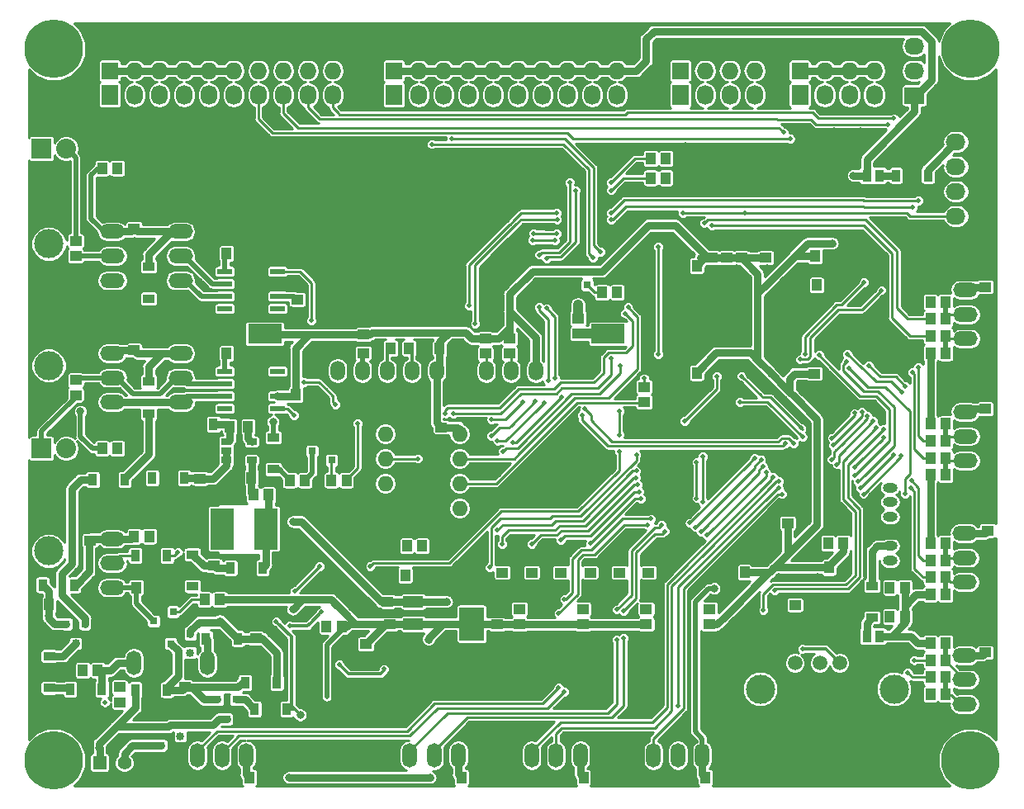
<source format=gbr>
G04 #@! TF.GenerationSoftware,KiCad,Pcbnew,(5.0.2)-1*
G04 #@! TF.CreationDate,2019-04-13T20:41:57+09:00*
G04 #@! TF.ProjectId,stm32f4_Centaurus,73746d33-3266-4345-9f43-656e74617572,rev?*
G04 #@! TF.SameCoordinates,Original*
G04 #@! TF.FileFunction,Copper,L2,Bot*
G04 #@! TF.FilePolarity,Positive*
%FSLAX46Y46*%
G04 Gerber Fmt 4.6, Leading zero omitted, Abs format (unit mm)*
G04 Created by KiCad (PCBNEW (5.0.2)-1) date 2019/04/13 20:41:57*
%MOMM*%
%LPD*%
G01*
G04 APERTURE LIST*
G04 #@! TA.AperFunction,SMDPad,CuDef*
%ADD10R,0.800100X0.800100*%
G04 #@! TD*
G04 #@! TA.AperFunction,ComponentPad*
%ADD11O,1.727200X1.727200*%
G04 #@! TD*
G04 #@! TA.AperFunction,ComponentPad*
%ADD12R,1.727200X1.727200*%
G04 #@! TD*
G04 #@! TA.AperFunction,ComponentPad*
%ADD13O,2.500000X1.500000*%
G04 #@! TD*
G04 #@! TA.AperFunction,ComponentPad*
%ADD14C,1.501140*%
G04 #@! TD*
G04 #@! TA.AperFunction,ComponentPad*
%ADD15C,2.999740*%
G04 #@! TD*
G04 #@! TA.AperFunction,ComponentPad*
%ADD16O,1.500000X2.000000*%
G04 #@! TD*
G04 #@! TA.AperFunction,ComponentPad*
%ADD17R,3.500000X2.000000*%
G04 #@! TD*
G04 #@! TA.AperFunction,ComponentPad*
%ADD18C,3.000000*%
G04 #@! TD*
G04 #@! TA.AperFunction,SMDPad,CuDef*
%ADD19R,1.550000X0.600000*%
G04 #@! TD*
G04 #@! TA.AperFunction,ComponentPad*
%ADD20R,1.727200X2.032000*%
G04 #@! TD*
G04 #@! TA.AperFunction,ComponentPad*
%ADD21O,1.727200X2.032000*%
G04 #@! TD*
G04 #@! TA.AperFunction,ComponentPad*
%ADD22O,1.500000X2.500000*%
G04 #@! TD*
G04 #@! TA.AperFunction,SMDPad,CuDef*
%ADD23R,0.910000X1.220000*%
G04 #@! TD*
G04 #@! TA.AperFunction,SMDPad,CuDef*
%ADD24R,1.220000X0.910000*%
G04 #@! TD*
G04 #@! TA.AperFunction,SMDPad,CuDef*
%ADD25R,1.000760X0.690880*%
G04 #@! TD*
G04 #@! TA.AperFunction,ComponentPad*
%ADD26R,1.397000X1.397000*%
G04 #@! TD*
G04 #@! TA.AperFunction,ComponentPad*
%ADD27C,1.397000*%
G04 #@! TD*
G04 #@! TA.AperFunction,ComponentPad*
%ADD28R,2.032000X2.032000*%
G04 #@! TD*
G04 #@! TA.AperFunction,ComponentPad*
%ADD29O,2.032000X2.032000*%
G04 #@! TD*
G04 #@! TA.AperFunction,SMDPad,CuDef*
%ADD30R,2.400000X4.200000*%
G04 #@! TD*
G04 #@! TA.AperFunction,ComponentPad*
%ADD31O,2.032000X1.727200*%
G04 #@! TD*
G04 #@! TA.AperFunction,ComponentPad*
%ADD32R,2.032000X1.727200*%
G04 #@! TD*
G04 #@! TA.AperFunction,ComponentPad*
%ADD33O,1.524000X1.000000*%
G04 #@! TD*
G04 #@! TA.AperFunction,SMDPad,CuDef*
%ADD34R,2.000000X1.200000*%
G04 #@! TD*
G04 #@! TA.AperFunction,SMDPad,CuDef*
%ADD35R,2.500000X3.500000*%
G04 #@! TD*
G04 #@! TA.AperFunction,SMDPad,CuDef*
%ADD36R,1.200000X1.000000*%
G04 #@! TD*
G04 #@! TA.AperFunction,SMDPad,CuDef*
%ADD37R,1.000000X1.200000*%
G04 #@! TD*
G04 #@! TA.AperFunction,SMDPad,CuDef*
%ADD38R,0.965200X1.270000*%
G04 #@! TD*
G04 #@! TA.AperFunction,ComponentPad*
%ADD39O,1.600000X1.600000*%
G04 #@! TD*
G04 #@! TA.AperFunction,ViaPad*
%ADD40C,6.000000*%
G04 #@! TD*
G04 #@! TA.AperFunction,ViaPad*
%ADD41C,0.500000*%
G04 #@! TD*
G04 #@! TA.AperFunction,ViaPad*
%ADD42C,0.800000*%
G04 #@! TD*
G04 #@! TA.AperFunction,Conductor*
%ADD43C,0.800000*%
G04 #@! TD*
G04 #@! TA.AperFunction,Conductor*
%ADD44C,0.500000*%
G04 #@! TD*
G04 #@! TA.AperFunction,Conductor*
%ADD45C,0.250000*%
G04 #@! TD*
G04 #@! TA.AperFunction,Conductor*
%ADD46C,0.350000*%
G04 #@! TD*
G04 #@! TA.AperFunction,Conductor*
%ADD47C,1.000000*%
G04 #@! TD*
G04 #@! TA.AperFunction,Conductor*
%ADD48C,0.254000*%
G04 #@! TD*
G04 APERTURE END LIST*
D10*
G04 #@! TO.P,Q4,1*
G04 #@! TO.N,Net-(Q4-Pad1)*
X84500760Y-104200000D03*
G04 #@! TO.P,Q4,2*
G04 #@! TO.N,GND*
X84500760Y-102300000D03*
G04 #@! TO.P,Q4,3*
G04 #@! TO.N,Net-(Q4-Pad3)*
X82501780Y-103250000D03*
G04 #@! TD*
D11*
G04 #@! TO.P,P31,8*
G04 #@! TO.N,GND*
X140120000Y-61710000D03*
G04 #@! TO.P,P31,7*
G04 #@! TO.N,Net-(JP5-Pad2)*
X140120000Y-64250000D03*
G04 #@! TO.P,P31,6*
G04 #@! TO.N,GND*
X137580000Y-61710000D03*
G04 #@! TO.P,P31,5*
G04 #@! TO.N,Net-(JP5-Pad2)*
X137580000Y-64250000D03*
G04 #@! TO.P,P31,4*
G04 #@! TO.N,GND*
X135040000Y-61710000D03*
G04 #@! TO.P,P31,3*
G04 #@! TO.N,Net-(JP5-Pad2)*
X135040000Y-64250000D03*
G04 #@! TO.P,P31,2*
G04 #@! TO.N,GND*
X132500000Y-61710000D03*
D12*
G04 #@! TO.P,P31,1*
G04 #@! TO.N,Net-(JP5-Pad2)*
X132500000Y-64250000D03*
G04 #@! TD*
D13*
G04 #@! TO.P,P7,1*
G04 #@! TO.N,GND*
X149420000Y-109210000D03*
G04 #@! TO.P,P7,2*
G04 #@! TO.N,+5V*
X149420000Y-111710000D03*
G04 #@! TO.P,P7,3*
G04 #@! TO.N,Net-(P7-Pad3)*
X149420000Y-114210000D03*
G04 #@! TO.P,P7,4*
G04 #@! TO.N,Net-(P7-Pad4)*
X149420000Y-116710000D03*
G04 #@! TD*
D14*
G04 #@! TO.P,P2,4*
G04 #@! TO.N,GND*
X139112860Y-124995760D03*
G04 #@! TO.P,P2,3*
G04 #@! TO.N,/D+*
X136572860Y-124995760D03*
G04 #@! TO.P,P2,2*
G04 #@! TO.N,/D-*
X134540860Y-124995760D03*
G04 #@! TO.P,P2,1*
G04 #@! TO.N,+5V*
X132000860Y-124995760D03*
D15*
G04 #@! TO.P,P2,5*
G04 #@! TO.N,Net-(P2-Pad5)*
X142160860Y-127662760D03*
X128444860Y-127662760D03*
G04 #@! TD*
D16*
G04 #@! TO.P,U7,1*
G04 #@! TO.N,Net-(U7-Pad1)*
X85090000Y-95035000D03*
G04 #@! TO.P,U7,2*
G04 #@! TO.N,Net-(C29-Pad1)*
X87630000Y-95035000D03*
G04 #@! TO.P,U7,3*
G04 #@! TO.N,Net-(C30-Pad1)*
X90170000Y-95035000D03*
G04 #@! TO.P,U7,4*
G04 #@! TO.N,Net-(C30-Pad2)*
X92710000Y-95035000D03*
G04 #@! TO.P,U7,5*
G04 #@! TO.N,+3.3V*
X95250000Y-95035000D03*
G04 #@! TO.P,U7,6*
G04 #@! TO.N,GND*
X97790000Y-95035000D03*
G04 #@! TO.P,U7,7*
G04 #@! TO.N,/I2C1_SDA*
X100330000Y-95035000D03*
G04 #@! TO.P,U7,8*
G04 #@! TO.N,/I2C1_SCL*
X102870000Y-95035000D03*
G04 #@! TO.P,U7,9*
G04 #@! TO.N,+3.3V*
X105410000Y-95035000D03*
D17*
G04 #@! TO.P,U7,10*
X77650000Y-91235000D03*
G04 #@! TO.P,U7,11*
G04 #@! TO.N,Net-(R43-Pad1)*
X112850000Y-91235000D03*
G04 #@! TD*
D13*
G04 #@! TO.P,P27,1*
G04 #@! TO.N,GND*
X62000000Y-109750000D03*
G04 #@! TO.P,P27,2*
G04 #@! TO.N,XA4_12V*
X62000000Y-112250000D03*
G04 #@! TO.P,P27,3*
G04 #@! TO.N,Net-(D26-Pad2)*
X62000000Y-114750000D03*
G04 #@! TO.P,P27,4*
G04 #@! TO.N,Net-(P27-Pad4)*
X62000000Y-117250000D03*
D18*
G04 #@! TO.P,P27,*
G04 #@! TO.N,*
X55500000Y-113500000D03*
G04 #@! TD*
D19*
G04 #@! TO.P,U5,8*
G04 #@! TO.N,Net-(R38-Pad2)*
X73550000Y-84845000D03*
G04 #@! TO.P,U5,7*
G04 #@! TO.N,/CAN0_H*
X73550000Y-86115000D03*
G04 #@! TO.P,U5,6*
G04 #@! TO.N,/CAN0_L*
X73550000Y-87385000D03*
G04 #@! TO.P,U5,5*
G04 #@! TO.N,Net-(U5-Pad5)*
X73550000Y-88655000D03*
G04 #@! TO.P,U5,4*
G04 #@! TO.N,/CAN1_RX*
X78950000Y-88655000D03*
G04 #@! TO.P,U5,3*
G04 #@! TO.N,+3.3V*
X78950000Y-87385000D03*
G04 #@! TO.P,U5,2*
G04 #@! TO.N,GND*
X78950000Y-86115000D03*
G04 #@! TO.P,U5,1*
G04 #@! TO.N,/CAN1_TX*
X78950000Y-84845000D03*
G04 #@! TD*
D20*
G04 #@! TO.P,P23,1*
G04 #@! TO.N,/ADC12_IN9*
X90890000Y-66750000D03*
D21*
G04 #@! TO.P,P23,2*
G04 #@! TO.N,/ADC12_IN15*
X93430000Y-66750000D03*
G04 #@! TO.P,P23,3*
G04 #@! TO.N,/ADC12_IN14*
X95970000Y-66750000D03*
G04 #@! TO.P,P23,4*
G04 #@! TO.N,/ADC12_IN6*
X98510000Y-66750000D03*
G04 #@! TO.P,P23,5*
G04 #@! TO.N,/ADC12_IN5*
X101050000Y-66750000D03*
G04 #@! TO.P,P23,6*
G04 #@! TO.N,/ADC12_IN4*
X103590000Y-66750000D03*
G04 #@! TO.P,P23,7*
G04 #@! TO.N,/ADC12_IN3*
X106130000Y-66750000D03*
G04 #@! TO.P,P23,8*
G04 #@! TO.N,/ADC12_IN2*
X108670000Y-66750000D03*
G04 #@! TO.P,P23,9*
G04 #@! TO.N,/ADC12_IN11*
X111210000Y-66750000D03*
G04 #@! TO.P,P23,10*
G04 #@! TO.N,/ADC12_IN10*
X113750000Y-66750000D03*
G04 #@! TD*
D22*
G04 #@! TO.P,P16,1*
G04 #@! TO.N,GND*
X78250000Y-134500000D03*
G04 #@! TO.P,P16,2*
G04 #@! TO.N,+5V*
X75750000Y-134500000D03*
G04 #@! TO.P,P16,3*
G04 #@! TO.N,/USART1_TX*
X73250000Y-134500000D03*
G04 #@! TO.P,P16,4*
G04 #@! TO.N,/USART1_RX*
X70750000Y-134500000D03*
G04 #@! TD*
D23*
G04 #@! TO.P,D9,1*
G04 #@! TO.N,Net-(D11-Pad2)*
X78885000Y-127000000D03*
G04 #@! TO.P,D9,2*
G04 #@! TO.N,Net-(D27-Pad1)*
X75615000Y-127000000D03*
G04 #@! TD*
D24*
G04 #@! TO.P,D20,1*
G04 #@! TO.N,Net-(D20-Pad1)*
X78500000Y-105135000D03*
G04 #@! TO.P,D20,2*
G04 #@! TO.N,+3.3V*
X78500000Y-101865000D03*
G04 #@! TD*
D25*
G04 #@! TO.P,U4,1*
G04 #@! TO.N,Net-(C18-Pad2)*
X76300480Y-102300040D03*
G04 #@! TO.P,U4,2*
G04 #@! TO.N,GND*
X76300480Y-103250000D03*
G04 #@! TO.P,U4,3*
G04 #@! TO.N,/FB*
X76300480Y-104199960D03*
G04 #@! TO.P,U4,4*
G04 #@! TO.N,Net-(C19-Pad1)*
X73699520Y-104199960D03*
G04 #@! TO.P,U4,5*
X73699520Y-103250000D03*
G04 #@! TO.P,U4,6*
G04 #@! TO.N,Net-(C18-Pad1)*
X73699520Y-102300040D03*
G04 #@! TD*
D23*
G04 #@! TO.P,D29,1*
G04 #@! TO.N,+12V*
X66115000Y-106000000D03*
G04 #@! TO.P,D29,2*
G04 #@! TO.N,Net-(C19-Pad1)*
X69385000Y-106000000D03*
G04 #@! TD*
D26*
G04 #@! TO.P,SW1,1*
G04 #@! TO.N,Net-(D27-Pad2)*
X60710000Y-135250000D03*
D27*
G04 #@! TO.P,SW1,2*
G04 #@! TO.N,Net-(Q6-Pad1)*
X63250000Y-135250000D03*
G04 #@! TO.P,SW1,3*
G04 #@! TO.N,GND*
X65790000Y-135250000D03*
G04 #@! TD*
D23*
G04 #@! TO.P,D32,1*
G04 #@! TO.N,XA4_12V*
X58135000Y-117000000D03*
G04 #@! TO.P,D32,2*
G04 #@! TO.N,/XA_12V*
X54865000Y-117000000D03*
G04 #@! TD*
D24*
G04 #@! TO.P,D38,2*
G04 #@! TO.N,/CAN_BUS_12V*
X65750000Y-87635000D03*
G04 #@! TO.P,D38,1*
G04 #@! TO.N,CAN0_BUS_Vdd*
X65750000Y-84365000D03*
G04 #@! TD*
G04 #@! TO.P,D39,1*
G04 #@! TO.N,CAN1_BUS_Vdd*
X65750000Y-96115000D03*
G04 #@! TO.P,D39,2*
G04 #@! TO.N,/CAN_BUS_12V*
X65750000Y-99385000D03*
G04 #@! TD*
D23*
G04 #@! TO.P,D40,1*
G04 #@! TO.N,Net-(D40-Pad1)*
X145635000Y-75000000D03*
G04 #@! TO.P,D40,2*
G04 #@! TO.N,Net-(D40-Pad2)*
X142365000Y-75000000D03*
G04 #@! TD*
D24*
G04 #@! TO.P,D6,1*
G04 #@! TO.N,/XA_12V*
X55540000Y-127555000D03*
G04 #@! TO.P,D6,2*
G04 #@! TO.N,+12V*
X55540000Y-124285000D03*
G04 #@! TD*
D23*
G04 #@! TO.P,D7,2*
G04 #@! TO.N,Net-(D7-Pad2)*
X60015000Y-106220000D03*
G04 #@! TO.P,D7,1*
G04 #@! TO.N,/CAN_BUS_12V*
X63285000Y-106220000D03*
G04 #@! TD*
G04 #@! TO.P,D8,1*
G04 #@! TO.N,XA2_12V*
X60955000Y-127680000D03*
G04 #@! TO.P,D8,2*
G04 #@! TO.N,/XA_12V*
X57685000Y-127680000D03*
G04 #@! TD*
D24*
G04 #@! TO.P,D10,2*
G04 #@! TO.N,Net-(D10-Pad2)*
X70250000Y-117135000D03*
G04 #@! TO.P,D10,1*
G04 #@! TO.N,/12V_TO_5V*
X70250000Y-113865000D03*
G04 #@! TD*
D23*
G04 #@! TO.P,D11,2*
G04 #@! TO.N,Net-(D11-Pad2)*
X74885000Y-122500000D03*
G04 #@! TO.P,D11,1*
G04 #@! TO.N,XA2_5V*
X71615000Y-122500000D03*
G04 #@! TD*
D22*
G04 #@! TO.P,P10,1*
G04 #@! TO.N,GND*
X66750000Y-125000000D03*
G04 #@! TO.P,P10,2*
G04 #@! TO.N,XA2_12V*
X64250000Y-125000000D03*
G04 #@! TD*
G04 #@! TO.P,P17,2*
G04 #@! TO.N,XA2_5V*
X71750000Y-125000000D03*
G04 #@! TO.P,P17,1*
G04 #@! TO.N,GND*
X74250000Y-125000000D03*
G04 #@! TD*
D23*
G04 #@! TO.P,D27,1*
G04 #@! TO.N,Net-(D27-Pad1)*
X67635000Y-127750000D03*
G04 #@! TO.P,D27,2*
G04 #@! TO.N,Net-(D27-Pad2)*
X64365000Y-127750000D03*
G04 #@! TD*
D24*
G04 #@! TO.P,D28,1*
G04 #@! TO.N,Net-(D28-Pad1)*
X139920000Y-117075000D03*
G04 #@! TO.P,D28,2*
G04 #@! TO.N,Net-(D28-Pad2)*
X139920000Y-120345000D03*
G04 #@! TD*
D28*
G04 #@! TO.P,JP1,1*
G04 #@! TO.N,/CAN0_L*
X54750000Y-72250000D03*
D29*
G04 #@! TO.P,JP1,2*
G04 #@! TO.N,Net-(JP1-Pad2)*
X57290000Y-72250000D03*
G04 #@! TD*
G04 #@! TO.P,JP2,2*
G04 #@! TO.N,/CAN1_L*
X57290000Y-103000000D03*
D28*
G04 #@! TO.P,JP2,1*
G04 #@! TO.N,Net-(JP2-Pad1)*
X54750000Y-103000000D03*
G04 #@! TD*
D30*
G04 #@! TO.P,L1,2*
G04 #@! TO.N,Net-(D15-Pad1)*
X77750000Y-111250000D03*
G04 #@! TO.P,L1,1*
G04 #@! TO.N,Net-(C18-Pad1)*
X73250000Y-111250000D03*
G04 #@! TD*
D31*
G04 #@! TO.P,P18,5*
G04 #@! TO.N,/NRST*
X148500000Y-79160000D03*
G04 #@! TO.P,P18,4*
G04 #@! TO.N,/SWDIO*
X148500000Y-76620000D03*
G04 #@! TO.P,P18,3*
G04 #@! TO.N,/SWCLK*
X148500000Y-74080000D03*
G04 #@! TO.P,P18,2*
G04 #@! TO.N,Net-(D40-Pad1)*
X148500000Y-71540000D03*
D32*
G04 #@! TO.P,P18,1*
G04 #@! TO.N,GND*
X148500000Y-69000000D03*
G04 #@! TD*
D21*
G04 #@! TO.P,P24,10*
G04 #@! TO.N,/TIM10_CH1*
X84610000Y-66750000D03*
G04 #@! TO.P,P24,9*
G04 #@! TO.N,/TIM11_CH1*
X82070000Y-66750000D03*
G04 #@! TO.P,P24,8*
G04 #@! TO.N,/TIM9_CH1*
X79530000Y-66750000D03*
G04 #@! TO.P,P24,7*
G04 #@! TO.N,/TIM9_CH2*
X76990000Y-66750000D03*
G04 #@! TO.P,P24,6*
G04 #@! TO.N,/TIM8_CH1*
X74450000Y-66750000D03*
G04 #@! TO.P,P24,5*
G04 #@! TO.N,/TIM8_CH2*
X71910000Y-66750000D03*
G04 #@! TO.P,P24,4*
G04 #@! TO.N,/TIM1_CH1*
X69370000Y-66750000D03*
G04 #@! TO.P,P24,3*
G04 #@! TO.N,/TIM1_CH2*
X66830000Y-66750000D03*
G04 #@! TO.P,P24,2*
G04 #@! TO.N,/TIM1_CH3*
X64290000Y-66750000D03*
D20*
G04 #@! TO.P,P24,1*
G04 #@! TO.N,/TIM1_CH4*
X61750000Y-66750000D03*
G04 #@! TD*
D11*
G04 #@! TO.P,P25,20*
G04 #@! TO.N,GND*
X113750000Y-61710000D03*
G04 #@! TO.P,P25,19*
G04 #@! TO.N,+3.3V*
X113750000Y-64250000D03*
G04 #@! TO.P,P25,18*
G04 #@! TO.N,GND*
X111210000Y-61710000D03*
G04 #@! TO.P,P25,17*
G04 #@! TO.N,+3.3V*
X111210000Y-64250000D03*
G04 #@! TO.P,P25,16*
G04 #@! TO.N,GND*
X108670000Y-61710000D03*
G04 #@! TO.P,P25,15*
G04 #@! TO.N,+3.3V*
X108670000Y-64250000D03*
G04 #@! TO.P,P25,14*
G04 #@! TO.N,GND*
X106130000Y-61710000D03*
G04 #@! TO.P,P25,13*
G04 #@! TO.N,+3.3V*
X106130000Y-64250000D03*
G04 #@! TO.P,P25,12*
G04 #@! TO.N,GND*
X103590000Y-61710000D03*
G04 #@! TO.P,P25,11*
G04 #@! TO.N,+3.3V*
X103590000Y-64250000D03*
G04 #@! TO.P,P25,10*
G04 #@! TO.N,GND*
X101050000Y-61710000D03*
G04 #@! TO.P,P25,9*
G04 #@! TO.N,+3.3V*
X101050000Y-64250000D03*
G04 #@! TO.P,P25,8*
G04 #@! TO.N,GND*
X98510000Y-61710000D03*
G04 #@! TO.P,P25,7*
G04 #@! TO.N,+3.3V*
X98510000Y-64250000D03*
G04 #@! TO.P,P25,6*
G04 #@! TO.N,GND*
X95970000Y-61710000D03*
G04 #@! TO.P,P25,5*
G04 #@! TO.N,+3.3V*
X95970000Y-64250000D03*
G04 #@! TO.P,P25,4*
G04 #@! TO.N,GND*
X93430000Y-61710000D03*
G04 #@! TO.P,P25,3*
G04 #@! TO.N,+3.3V*
X93430000Y-64250000D03*
G04 #@! TO.P,P25,2*
G04 #@! TO.N,GND*
X90890000Y-61710000D03*
D12*
G04 #@! TO.P,P25,1*
G04 #@! TO.N,+3.3V*
X90890000Y-64250000D03*
G04 #@! TD*
G04 #@! TO.P,P26,1*
G04 #@! TO.N,+5V*
X61750000Y-64250000D03*
D11*
G04 #@! TO.P,P26,2*
G04 #@! TO.N,GND*
X61750000Y-61710000D03*
G04 #@! TO.P,P26,3*
G04 #@! TO.N,+5V*
X64290000Y-64250000D03*
G04 #@! TO.P,P26,4*
G04 #@! TO.N,GND*
X64290000Y-61710000D03*
G04 #@! TO.P,P26,5*
G04 #@! TO.N,+5V*
X66830000Y-64250000D03*
G04 #@! TO.P,P26,6*
G04 #@! TO.N,GND*
X66830000Y-61710000D03*
G04 #@! TO.P,P26,7*
G04 #@! TO.N,+5V*
X69370000Y-64250000D03*
G04 #@! TO.P,P26,8*
G04 #@! TO.N,GND*
X69370000Y-61710000D03*
G04 #@! TO.P,P26,9*
G04 #@! TO.N,+5V*
X71910000Y-64250000D03*
G04 #@! TO.P,P26,10*
G04 #@! TO.N,GND*
X71910000Y-61710000D03*
G04 #@! TO.P,P26,11*
G04 #@! TO.N,+5V*
X74450000Y-64250000D03*
G04 #@! TO.P,P26,12*
G04 #@! TO.N,GND*
X74450000Y-61710000D03*
G04 #@! TO.P,P26,13*
G04 #@! TO.N,+5V*
X76990000Y-64250000D03*
G04 #@! TO.P,P26,14*
G04 #@! TO.N,GND*
X76990000Y-61710000D03*
G04 #@! TO.P,P26,15*
G04 #@! TO.N,+5V*
X79530000Y-64250000D03*
G04 #@! TO.P,P26,16*
G04 #@! TO.N,GND*
X79530000Y-61710000D03*
G04 #@! TO.P,P26,17*
G04 #@! TO.N,+5V*
X82070000Y-64250000D03*
G04 #@! TO.P,P26,18*
G04 #@! TO.N,GND*
X82070000Y-61710000D03*
G04 #@! TO.P,P26,19*
G04 #@! TO.N,+5V*
X84610000Y-64250000D03*
G04 #@! TO.P,P26,20*
G04 #@! TO.N,GND*
X84610000Y-61710000D03*
G04 #@! TD*
D13*
G04 #@! TO.P,P3,4*
G04 #@! TO.N,Net-(P3-Pad4)*
X149420000Y-129210000D03*
G04 #@! TO.P,P3,3*
G04 #@! TO.N,Net-(P3-Pad3)*
X149420000Y-126710000D03*
G04 #@! TO.P,P3,2*
G04 #@! TO.N,+5V*
X149420000Y-124210000D03*
G04 #@! TO.P,P3,1*
G04 #@! TO.N,GND*
X149420000Y-121710000D03*
G04 #@! TD*
G04 #@! TO.P,P4,1*
G04 #@! TO.N,GND*
X149500000Y-96750000D03*
G04 #@! TO.P,P4,2*
G04 #@! TO.N,+5V*
X149500000Y-99250000D03*
G04 #@! TO.P,P4,3*
G04 #@! TO.N,Net-(P4-Pad3)*
X149500000Y-101750000D03*
G04 #@! TO.P,P4,4*
G04 #@! TO.N,Net-(P4-Pad4)*
X149500000Y-104250000D03*
G04 #@! TD*
G04 #@! TO.P,P6,4*
G04 #@! TO.N,Net-(P6-Pad4)*
X149500000Y-91750000D03*
G04 #@! TO.P,P6,3*
G04 #@! TO.N,Net-(P6-Pad3)*
X149500000Y-89250000D03*
G04 #@! TO.P,P6,2*
G04 #@! TO.N,+5V*
X149500000Y-86750000D03*
G04 #@! TO.P,P6,1*
G04 #@! TO.N,GND*
X149500000Y-84250000D03*
G04 #@! TD*
D22*
G04 #@! TO.P,P8,4*
G04 #@! TO.N,/UART5_RX*
X117500000Y-134500000D03*
G04 #@! TO.P,P8,3*
G04 #@! TO.N,/UART5_TX*
X120000000Y-134500000D03*
G04 #@! TO.P,P8,2*
G04 #@! TO.N,+5V*
X122500000Y-134500000D03*
G04 #@! TO.P,P8,1*
G04 #@! TO.N,GND*
X125000000Y-134500000D03*
G04 #@! TD*
G04 #@! TO.P,P9,1*
G04 #@! TO.N,GND*
X112500000Y-134500000D03*
G04 #@! TO.P,P9,2*
G04 #@! TO.N,+5V*
X110000000Y-134500000D03*
G04 #@! TO.P,P9,3*
G04 #@! TO.N,/UART4_TX*
X107500000Y-134500000D03*
G04 #@! TO.P,P9,4*
G04 #@! TO.N,/UART4_RX*
X105000000Y-134500000D03*
G04 #@! TD*
D13*
G04 #@! TO.P,P11,1*
G04 #@! TO.N,GND*
X69000000Y-78250000D03*
G04 #@! TO.P,P11,2*
G04 #@! TO.N,CAN0_BUS_Vdd*
X69000000Y-80750000D03*
G04 #@! TO.P,P11,3*
G04 #@! TO.N,/CAN0_H*
X69000000Y-83250000D03*
G04 #@! TO.P,P11,4*
G04 #@! TO.N,/CAN0_L*
X69000000Y-85750000D03*
G04 #@! TD*
G04 #@! TO.P,P12,4*
G04 #@! TO.N,/CAN1_L*
X69000000Y-98250000D03*
G04 #@! TO.P,P12,3*
G04 #@! TO.N,/CAN1_H*
X69000000Y-95750000D03*
G04 #@! TO.P,P12,2*
G04 #@! TO.N,CAN1_BUS_Vdd*
X69000000Y-93250000D03*
G04 #@! TO.P,P12,1*
G04 #@! TO.N,GND*
X69000000Y-90750000D03*
G04 #@! TD*
D18*
G04 #@! TO.P,P13,*
G04 #@! TO.N,*
X55500000Y-82000000D03*
D13*
G04 #@! TO.P,P13,4*
G04 #@! TO.N,/CAN0_L*
X62000000Y-85750000D03*
G04 #@! TO.P,P13,3*
G04 #@! TO.N,/CAN0_H*
X62000000Y-83250000D03*
G04 #@! TO.P,P13,2*
G04 #@! TO.N,CAN0_BUS_Vdd*
X62000000Y-80750000D03*
G04 #@! TO.P,P13,1*
G04 #@! TO.N,GND*
X62000000Y-78250000D03*
G04 #@! TD*
G04 #@! TO.P,P14,1*
G04 #@! TO.N,GND*
X62000000Y-90750000D03*
G04 #@! TO.P,P14,2*
G04 #@! TO.N,CAN1_BUS_Vdd*
X62000000Y-93250000D03*
G04 #@! TO.P,P14,3*
G04 #@! TO.N,/CAN1_H*
X62000000Y-95750000D03*
G04 #@! TO.P,P14,4*
G04 #@! TO.N,/CAN1_L*
X62000000Y-98250000D03*
D18*
G04 #@! TO.P,P14,*
G04 #@! TO.N,*
X55500000Y-94500000D03*
G04 #@! TD*
D22*
G04 #@! TO.P,P15,4*
G04 #@! TO.N,/USART6_RX*
X92500000Y-134500000D03*
G04 #@! TO.P,P15,3*
G04 #@! TO.N,/USART6_TX*
X95000000Y-134500000D03*
G04 #@! TO.P,P15,2*
G04 #@! TO.N,+5V*
X97500000Y-134500000D03*
G04 #@! TO.P,P15,1*
G04 #@! TO.N,GND*
X100000000Y-134500000D03*
G04 #@! TD*
D20*
G04 #@! TO.P,P28,1*
G04 #@! TO.N,/PC15*
X120250000Y-66750000D03*
D21*
G04 #@! TO.P,P28,2*
G04 #@! TO.N,/PC14*
X122790000Y-66750000D03*
G04 #@! TO.P,P28,3*
G04 #@! TO.N,/PC13*
X125330000Y-66750000D03*
G04 #@! TO.P,P28,4*
G04 #@! TO.N,/PE4*
X127870000Y-66750000D03*
G04 #@! TD*
G04 #@! TO.P,P29,4*
G04 #@! TO.N,/PE0*
X140120000Y-66750000D03*
G04 #@! TO.P,P29,3*
G04 #@! TO.N,/PE1*
X137580000Y-66750000D03*
G04 #@! TO.P,P29,2*
G04 #@! TO.N,/PE2*
X135040000Y-66750000D03*
D20*
G04 #@! TO.P,P29,1*
G04 #@! TO.N,/PE3*
X132500000Y-66750000D03*
G04 #@! TD*
D12*
G04 #@! TO.P,P30,1*
G04 #@! TO.N,+5V*
X120250000Y-64250000D03*
D11*
G04 #@! TO.P,P30,2*
G04 #@! TO.N,GND*
X120250000Y-61710000D03*
G04 #@! TO.P,P30,3*
G04 #@! TO.N,+5V*
X122790000Y-64250000D03*
G04 #@! TO.P,P30,4*
G04 #@! TO.N,GND*
X122790000Y-61710000D03*
G04 #@! TO.P,P30,5*
G04 #@! TO.N,+5V*
X125330000Y-64250000D03*
G04 #@! TO.P,P30,6*
G04 #@! TO.N,GND*
X125330000Y-61710000D03*
G04 #@! TO.P,P30,7*
G04 #@! TO.N,+5V*
X127870000Y-64250000D03*
G04 #@! TO.P,P30,8*
G04 #@! TO.N,GND*
X127870000Y-61710000D03*
G04 #@! TD*
D33*
G04 #@! TO.P,P1,1*
G04 #@! TO.N,/MCLR*
X141750000Y-114500000D03*
G04 #@! TO.P,P1,2*
G04 #@! TO.N,Net-(D28-Pad1)*
X141750000Y-113000000D03*
G04 #@! TO.P,P1,3*
G04 #@! TO.N,GND*
X141750000Y-111500000D03*
G04 #@! TO.P,P1,4*
G04 #@! TO.N,/PGED1*
X141750000Y-110000000D03*
G04 #@! TO.P,P1,5*
G04 #@! TO.N,/PGEC1*
X141750000Y-108500000D03*
G04 #@! TO.P,P1,6*
G04 #@! TO.N,Net-(P1-Pad6)*
X141750000Y-107000000D03*
G04 #@! TD*
D34*
G04 #@! TO.P,U2,2*
G04 #@! TO.N,+3.3V*
X92850000Y-121000000D03*
G04 #@! TO.P,U2,1*
G04 #@! TO.N,GND*
X92850000Y-123300000D03*
G04 #@! TO.P,U2,3*
G04 #@! TO.N,+5V*
X92850000Y-118700000D03*
D35*
G04 #@! TO.P,U2,2*
G04 #@! TO.N,+3.3V*
X98850000Y-121000000D03*
G04 #@! TD*
D19*
G04 #@! TO.P,U6,1*
G04 #@! TO.N,/CAN2_TX*
X78950000Y-95095000D03*
G04 #@! TO.P,U6,2*
G04 #@! TO.N,GND*
X78950000Y-96365000D03*
G04 #@! TO.P,U6,3*
G04 #@! TO.N,+3.3V*
X78950000Y-97635000D03*
G04 #@! TO.P,U6,4*
G04 #@! TO.N,/CAN2_RX*
X78950000Y-98905000D03*
G04 #@! TO.P,U6,5*
G04 #@! TO.N,Net-(U6-Pad5)*
X73550000Y-98905000D03*
G04 #@! TO.P,U6,6*
G04 #@! TO.N,/CAN1_L*
X73550000Y-97635000D03*
G04 #@! TO.P,U6,7*
G04 #@! TO.N,/CAN1_H*
X73550000Y-96365000D03*
G04 #@! TO.P,U6,8*
G04 #@! TO.N,Net-(R39-Pad2)*
X73550000Y-95095000D03*
G04 #@! TD*
D23*
G04 #@! TO.P,D12,1*
G04 #@! TO.N,/BUS_5V*
X79885000Y-129750000D03*
G04 #@! TO.P,D12,2*
G04 #@! TO.N,Net-(D12-Pad2)*
X76615000Y-129750000D03*
G04 #@! TD*
D36*
G04 #@! TO.P,C1,2*
G04 #@! TO.N,GND*
X132000000Y-120930000D03*
G04 #@! TO.P,C1,1*
G04 #@! TO.N,Net-(C1-Pad1)*
X132000000Y-119050000D03*
G04 #@! TD*
G04 #@! TO.P,C2,1*
G04 #@! TO.N,GND*
X131250000Y-108760000D03*
G04 #@! TO.P,C2,2*
G04 #@! TO.N,+3.3V*
X131250000Y-110640000D03*
G04 #@! TD*
D37*
G04 #@! TO.P,C3,1*
G04 #@! TO.N,GND*
X124970000Y-115710000D03*
G04 #@! TO.P,C3,2*
G04 #@! TO.N,+3.3V*
X126850000Y-115710000D03*
G04 #@! TD*
G04 #@! TO.P,C4,2*
G04 #@! TO.N,+3.3V*
X135490000Y-115210000D03*
G04 #@! TO.P,C4,1*
G04 #@! TO.N,GND*
X137370000Y-115210000D03*
G04 #@! TD*
D36*
G04 #@! TO.P,C5,1*
G04 #@! TO.N,/12V_TO_5V*
X72420000Y-115010000D03*
G04 #@! TO.P,C5,2*
G04 #@! TO.N,GND*
X72420000Y-116890000D03*
G04 #@! TD*
G04 #@! TO.P,C6,1*
G04 #@! TO.N,+5V*
X90250000Y-118700000D03*
G04 #@! TO.P,C6,2*
G04 #@! TO.N,GND*
X90250000Y-116820000D03*
G04 #@! TD*
G04 #@! TO.P,C7,2*
G04 #@! TO.N,GND*
X101500000Y-122930000D03*
G04 #@! TO.P,C7,1*
G04 #@! TO.N,+3.3V*
X101500000Y-121050000D03*
G04 #@! TD*
G04 #@! TO.P,C8,1*
G04 #@! TO.N,GND*
X151750000Y-109550000D03*
G04 #@! TO.P,C8,2*
G04 #@! TO.N,+5V*
X151750000Y-111430000D03*
G04 #@! TD*
G04 #@! TO.P,C9,1*
G04 #@! TO.N,GND*
X151500000Y-97050000D03*
G04 #@! TO.P,C9,2*
G04 #@! TO.N,+5V*
X151500000Y-98930000D03*
G04 #@! TD*
G04 #@! TO.P,C10,2*
G04 #@! TO.N,GND*
X88000000Y-124930000D03*
G04 #@! TO.P,C10,1*
G04 #@! TO.N,+3.3V*
X88000000Y-123050000D03*
G04 #@! TD*
D37*
G04 #@! TO.P,C12,2*
G04 #@! TO.N,GND*
X93930000Y-116000000D03*
G04 #@! TO.P,C12,1*
G04 #@! TO.N,/NRST*
X92050000Y-116000000D03*
G04 #@! TD*
D36*
G04 #@! TO.P,C14,2*
G04 #@! TO.N,+5V*
X151500000Y-86430000D03*
G04 #@! TO.P,C14,1*
G04 #@! TO.N,GND*
X151500000Y-84550000D03*
G04 #@! TD*
G04 #@! TO.P,C15,1*
G04 #@! TO.N,GND*
X151500000Y-122050000D03*
G04 #@! TO.P,C15,2*
G04 #@! TO.N,+5V*
X151500000Y-123930000D03*
G04 #@! TD*
D37*
G04 #@! TO.P,C16,2*
G04 #@! TO.N,+5V*
X122820000Y-136750000D03*
G04 #@! TO.P,C16,1*
G04 #@! TO.N,GND*
X124700000Y-136750000D03*
G04 #@! TD*
G04 #@! TO.P,C17,2*
G04 #@! TO.N,+5V*
X110320000Y-136750000D03*
G04 #@! TO.P,C17,1*
G04 #@! TO.N,GND*
X112200000Y-136750000D03*
G04 #@! TD*
G04 #@! TO.P,C18,2*
G04 #@! TO.N,Net-(C18-Pad2)*
X75930000Y-100750000D03*
G04 #@! TO.P,C18,1*
G04 #@! TO.N,Net-(C18-Pad1)*
X74050000Y-100750000D03*
G04 #@! TD*
D36*
G04 #@! TO.P,C19,2*
G04 #@! TO.N,GND*
X71000000Y-107980000D03*
G04 #@! TO.P,C19,1*
G04 #@! TO.N,Net-(C19-Pad1)*
X71000000Y-106100000D03*
G04 #@! TD*
G04 #@! TO.P,C20,2*
G04 #@! TO.N,+3.3V*
X80995000Y-87725000D03*
G04 #@! TO.P,C20,1*
G04 #@! TO.N,GND*
X80995000Y-89605000D03*
G04 #@! TD*
D37*
G04 #@! TO.P,C21,2*
G04 #@! TO.N,+3.3V*
X80820000Y-97500000D03*
G04 #@! TO.P,C21,1*
G04 #@! TO.N,GND*
X82700000Y-97500000D03*
G04 #@! TD*
D36*
G04 #@! TO.P,C22,1*
G04 #@! TO.N,GND*
X64250000Y-78550000D03*
G04 #@! TO.P,C22,2*
G04 #@! TO.N,CAN0_BUS_Vdd*
X64250000Y-80430000D03*
G04 #@! TD*
G04 #@! TO.P,C23,2*
G04 #@! TO.N,CAN1_BUS_Vdd*
X64250000Y-92930000D03*
G04 #@! TO.P,C23,1*
G04 #@! TO.N,GND*
X64250000Y-91050000D03*
G04 #@! TD*
D37*
G04 #@! TO.P,C24,1*
G04 #@! TO.N,GND*
X99700000Y-136750000D03*
G04 #@! TO.P,C24,2*
G04 #@! TO.N,+5V*
X97820000Y-136750000D03*
G04 #@! TD*
G04 #@! TO.P,C25,1*
G04 #@! TO.N,GND*
X77950000Y-136750000D03*
G04 #@! TO.P,C25,2*
G04 #@! TO.N,+5V*
X76070000Y-136750000D03*
G04 #@! TD*
G04 #@! TO.P,C28,1*
G04 #@! TO.N,GND*
X97450000Y-92750000D03*
G04 #@! TO.P,C28,2*
G04 #@! TO.N,+3.3V*
X95570000Y-92750000D03*
G04 #@! TD*
D36*
G04 #@! TO.P,C29,1*
G04 #@! TO.N,Net-(C29-Pad1)*
X87750000Y-93200000D03*
G04 #@! TO.P,C29,2*
G04 #@! TO.N,+3.3V*
X87750000Y-91320000D03*
G04 #@! TD*
D37*
G04 #@! TO.P,C30,2*
G04 #@! TO.N,Net-(C30-Pad2)*
X92430000Y-92750000D03*
G04 #@! TO.P,C30,1*
G04 #@! TO.N,Net-(C30-Pad1)*
X90550000Y-92750000D03*
G04 #@! TD*
D36*
G04 #@! TO.P,C33,1*
G04 #@! TO.N,GND*
X125000000Y-81550000D03*
G04 #@! TO.P,C33,2*
G04 #@! TO.N,+3.3V*
X125000000Y-83430000D03*
G04 #@! TD*
G04 #@! TO.P,C34,1*
G04 #@! TO.N,GND*
X123500000Y-81550000D03*
G04 #@! TO.P,C34,2*
G04 #@! TO.N,+3.3V*
X123500000Y-83430000D03*
G04 #@! TD*
G04 #@! TO.P,C35,2*
G04 #@! TO.N,+3.3V*
X129000000Y-83430000D03*
G04 #@! TO.P,C35,1*
G04 #@! TO.N,GND*
X129000000Y-81550000D03*
G04 #@! TD*
G04 #@! TO.P,C36,1*
G04 #@! TO.N,GND*
X126500000Y-81550000D03*
G04 #@! TO.P,C36,2*
G04 #@! TO.N,+3.3V*
X126500000Y-83430000D03*
G04 #@! TD*
D37*
G04 #@! TO.P,C37,2*
G04 #@! TO.N,+3.3V*
X121930000Y-84250000D03*
G04 #@! TO.P,C37,1*
G04 #@! TO.N,GND*
X120050000Y-84250000D03*
G04 #@! TD*
G04 #@! TO.P,C38,1*
G04 #@! TO.N,GND*
X120050000Y-95250000D03*
G04 #@! TO.P,C38,2*
G04 #@! TO.N,+3.3V*
X121930000Y-95250000D03*
G04 #@! TD*
D36*
G04 #@! TO.P,C39,2*
G04 #@! TO.N,+3.3V*
X134000000Y-95320000D03*
G04 #@! TO.P,C39,1*
G04 #@! TO.N,GND*
X134000000Y-97200000D03*
G04 #@! TD*
D37*
G04 #@! TO.P,C40,1*
G04 #@! TO.N,GND*
X135950000Y-83250000D03*
G04 #@! TO.P,C40,2*
G04 #@! TO.N,+3.3V*
X134070000Y-83250000D03*
G04 #@! TD*
D36*
G04 #@! TO.P,C41,2*
G04 #@! TO.N,+3.3V*
X95750000Y-100820000D03*
G04 #@! TO.P,C41,1*
G04 #@! TO.N,GND*
X95750000Y-102700000D03*
G04 #@! TD*
G04 #@! TO.P,C42,2*
G04 #@! TO.N,XA4_12V*
X59750000Y-112430000D03*
G04 #@! TO.P,C42,1*
G04 #@! TO.N,GND*
X59750000Y-110550000D03*
G04 #@! TD*
D38*
G04 #@! TO.P,JP3,1*
G04 #@! TO.N,+3.3V*
X139365000Y-75000000D03*
G04 #@! TO.P,JP3,2*
G04 #@! TO.N,Net-(D40-Pad2)*
X140635000Y-75000000D03*
G04 #@! TD*
G04 #@! TO.P,JP4,2*
G04 #@! TO.N,Net-(D28-Pad2)*
X139365000Y-122250000D03*
G04 #@! TO.P,JP4,1*
G04 #@! TO.N,+3.3V*
X140635000Y-122250000D03*
G04 #@! TD*
D10*
G04 #@! TO.P,Q1,3*
G04 #@! TO.N,+12V*
X58250000Y-122998220D03*
G04 #@! TO.P,Q1,2*
G04 #@! TO.N,Net-(D7-Pad2)*
X59200000Y-120999240D03*
G04 #@! TO.P,Q1,1*
G04 #@! TO.N,/XA_12V*
X57300000Y-120999240D03*
G04 #@! TD*
G04 #@! TO.P,Q2,1*
G04 #@! TO.N,Net-(D11-Pad2)*
X70000760Y-122050000D03*
G04 #@! TO.P,Q2,2*
G04 #@! TO.N,Net-(D10-Pad2)*
X70000760Y-123950000D03*
G04 #@! TO.P,Q2,3*
G04 #@! TO.N,Net-(D27-Pad1)*
X68001780Y-123000000D03*
G04 #@! TD*
G04 #@! TO.P,Q3,3*
G04 #@! TO.N,Net-(D27-Pad2)*
X73750000Y-130748220D03*
G04 #@! TO.P,Q3,2*
G04 #@! TO.N,Net-(D12-Pad2)*
X74700000Y-128749240D03*
G04 #@! TO.P,Q3,1*
G04 #@! TO.N,Net-(D27-Pad1)*
X72800000Y-128749240D03*
G04 #@! TD*
G04 #@! TO.P,Q6,1*
G04 #@! TO.N,Net-(Q6-Pad1)*
X66999240Y-133450000D03*
G04 #@! TO.P,Q6,2*
G04 #@! TO.N,Net-(D27-Pad2)*
X66999240Y-131550000D03*
G04 #@! TO.P,Q6,3*
G04 #@! TO.N,+5V*
X68998220Y-132500000D03*
G04 #@! TD*
G04 #@! TO.P,Q7,1*
G04 #@! TO.N,Net-(P27-Pad4)*
X66249240Y-120700000D03*
G04 #@! TO.P,Q7,2*
G04 #@! TO.N,GND*
X66249240Y-118800000D03*
G04 #@! TO.P,Q7,3*
G04 #@! TO.N,/PB11*
X68248220Y-119750000D03*
G04 #@! TD*
D37*
G04 #@! TO.P,R1,1*
G04 #@! TO.N,/MCLR*
X135390000Y-112710000D03*
G04 #@! TO.P,R1,2*
G04 #@! TO.N,+3.3V*
X136950000Y-112710000D03*
G04 #@! TD*
G04 #@! TO.P,R2,1*
G04 #@! TO.N,+3.3V*
X143280000Y-120250000D03*
G04 #@! TO.P,R2,2*
G04 #@! TO.N,Net-(D1-Pad1)*
X141720000Y-120250000D03*
G04 #@! TD*
G04 #@! TO.P,R3,1*
G04 #@! TO.N,+3.3V*
X143280000Y-117250000D03*
G04 #@! TO.P,R3,2*
G04 #@! TO.N,Net-(D2-Pad1)*
X141720000Y-117250000D03*
G04 #@! TD*
G04 #@! TO.P,R4,1*
G04 #@! TO.N,Net-(P3-Pad3)*
X147450000Y-124710000D03*
G04 #@! TO.P,R4,2*
G04 #@! TO.N,/TIM2_CH2*
X145890000Y-124710000D03*
G04 #@! TD*
G04 #@! TO.P,R5,1*
G04 #@! TO.N,Net-(P3-Pad4)*
X147450000Y-126460000D03*
G04 #@! TO.P,R5,2*
G04 #@! TO.N,/TIM2_CH1*
X145890000Y-126460000D03*
G04 #@! TD*
G04 #@! TO.P,R6,2*
G04 #@! TO.N,/TIM3_CH2*
X145890000Y-102210000D03*
G04 #@! TO.P,R6,1*
G04 #@! TO.N,Net-(P4-Pad3)*
X147450000Y-102210000D03*
G04 #@! TD*
G04 #@! TO.P,R7,1*
G04 #@! TO.N,Net-(P4-Pad4)*
X147450000Y-103960000D03*
G04 #@! TO.P,R7,2*
G04 #@! TO.N,/TIM3_CH1*
X145890000Y-103960000D03*
G04 #@! TD*
G04 #@! TO.P,R8,2*
G04 #@! TO.N,+3.3V*
X145890000Y-128210000D03*
G04 #@! TO.P,R8,1*
G04 #@! TO.N,Net-(P3-Pad4)*
X147450000Y-128210000D03*
G04 #@! TD*
G04 #@! TO.P,R9,1*
G04 #@! TO.N,Net-(P4-Pad4)*
X147450000Y-105710000D03*
G04 #@! TO.P,R9,2*
G04 #@! TO.N,+3.3V*
X145890000Y-105710000D03*
G04 #@! TD*
G04 #@! TO.P,R10,2*
G04 #@! TO.N,+3.3V*
X145890000Y-122960000D03*
G04 #@! TO.P,R10,1*
G04 #@! TO.N,Net-(P3-Pad3)*
X147450000Y-122960000D03*
G04 #@! TD*
G04 #@! TO.P,R11,2*
G04 #@! TO.N,+3.3V*
X145890000Y-100460000D03*
G04 #@! TO.P,R11,1*
G04 #@! TO.N,Net-(P4-Pad3)*
X147450000Y-100460000D03*
G04 #@! TD*
G04 #@! TO.P,R12,1*
G04 #@! TO.N,Net-(R12-Pad1)*
X83970000Y-121250000D03*
G04 #@! TO.P,R12,2*
G04 #@! TO.N,+3.3V*
X85530000Y-121250000D03*
G04 #@! TD*
G04 #@! TO.P,R13,1*
G04 #@! TO.N,Net-(P6-Pad3)*
X147450000Y-89710000D03*
G04 #@! TO.P,R13,2*
G04 #@! TO.N,/TIM5_CH2*
X145890000Y-89710000D03*
G04 #@! TD*
G04 #@! TO.P,R14,1*
G04 #@! TO.N,Net-(P6-Pad4)*
X147450000Y-91460000D03*
G04 #@! TO.P,R14,2*
G04 #@! TO.N,/TIM5_CH1*
X145890000Y-91460000D03*
G04 #@! TD*
G04 #@! TO.P,R15,1*
G04 #@! TO.N,Net-(P7-Pad3)*
X147450000Y-114460000D03*
G04 #@! TO.P,R15,2*
G04 #@! TO.N,/TIM4_CH2*
X145890000Y-114460000D03*
G04 #@! TD*
G04 #@! TO.P,R16,2*
G04 #@! TO.N,/TIM4_CH1*
X145890000Y-116210000D03*
G04 #@! TO.P,R16,1*
G04 #@! TO.N,Net-(P7-Pad4)*
X147450000Y-116210000D03*
G04 #@! TD*
G04 #@! TO.P,R17,2*
G04 #@! TO.N,Net-(LED1-Pad3)*
X92220000Y-113000000D03*
G04 #@! TO.P,R17,1*
G04 #@! TO.N,/PE12*
X93780000Y-113000000D03*
G04 #@! TD*
G04 #@! TO.P,R18,2*
G04 #@! TO.N,+3.3V*
X145890000Y-93210000D03*
G04 #@! TO.P,R18,1*
G04 #@! TO.N,Net-(P6-Pad4)*
X147450000Y-93210000D03*
G04 #@! TD*
G04 #@! TO.P,R19,2*
G04 #@! TO.N,+3.3V*
X145890000Y-117960000D03*
G04 #@! TO.P,R19,1*
G04 #@! TO.N,Net-(P7-Pad4)*
X147450000Y-117960000D03*
G04 #@! TD*
G04 #@! TO.P,R20,2*
G04 #@! TO.N,+3.3V*
X145890000Y-87960000D03*
G04 #@! TO.P,R20,1*
G04 #@! TO.N,Net-(P6-Pad3)*
X147450000Y-87960000D03*
G04 #@! TD*
G04 #@! TO.P,R21,1*
G04 #@! TO.N,Net-(P7-Pad3)*
X147450000Y-112710000D03*
G04 #@! TO.P,R21,2*
G04 #@! TO.N,+3.3V*
X145890000Y-112710000D03*
G04 #@! TD*
G04 #@! TO.P,R25,2*
G04 #@! TO.N,GND*
X135780000Y-86250000D03*
G04 #@! TO.P,R25,1*
G04 #@! TO.N,Net-(R25-Pad1)*
X134220000Y-86250000D03*
G04 #@! TD*
G04 #@! TO.P,R26,2*
G04 #@! TO.N,GND*
X53970000Y-119000000D03*
G04 #@! TO.P,R26,1*
G04 #@! TO.N,/XA_12V*
X55530000Y-119000000D03*
G04 #@! TD*
D36*
G04 #@! TO.P,R28,1*
G04 #@! TO.N,Net-(D11-Pad2)*
X76750000Y-122470000D03*
G04 #@! TO.P,R28,2*
G04 #@! TO.N,GND*
X76750000Y-124030000D03*
G04 #@! TD*
G04 #@! TO.P,R30,2*
G04 #@! TO.N,GND*
X69500000Y-129030000D03*
G04 #@! TO.P,R30,1*
G04 #@! TO.N,Net-(D27-Pad1)*
X69500000Y-127470000D03*
G04 #@! TD*
D37*
G04 #@! TO.P,R33,2*
G04 #@! TO.N,XA2_12V*
X60530000Y-125750000D03*
G04 #@! TO.P,R33,1*
G04 #@! TO.N,Net-(D13-Pad1)*
X58970000Y-125750000D03*
G04 #@! TD*
D36*
G04 #@! TO.P,R34,1*
G04 #@! TO.N,Net-(D16-Pad1)*
X62750000Y-129030000D03*
G04 #@! TO.P,R34,2*
G04 #@! TO.N,XA2_5V*
X62750000Y-127470000D03*
G04 #@! TD*
D37*
G04 #@! TO.P,R35,1*
G04 #@! TO.N,Net-(D15-Pad1)*
X78030000Y-107750000D03*
G04 #@! TO.P,R35,2*
G04 #@! TO.N,/FB*
X76470000Y-107750000D03*
G04 #@! TD*
G04 #@! TO.P,R36,2*
G04 #@! TO.N,GND*
X74720000Y-106000000D03*
G04 #@! TO.P,R36,1*
G04 #@! TO.N,/FB*
X76280000Y-106000000D03*
G04 #@! TD*
G04 #@! TO.P,R38,1*
G04 #@! TO.N,GND*
X75280000Y-83000000D03*
G04 #@! TO.P,R38,2*
G04 #@! TO.N,Net-(R38-Pad2)*
X73720000Y-83000000D03*
G04 #@! TD*
G04 #@! TO.P,R39,1*
G04 #@! TO.N,GND*
X75280000Y-93250000D03*
G04 #@! TO.P,R39,2*
G04 #@! TO.N,Net-(R39-Pad2)*
X73720000Y-93250000D03*
G04 #@! TD*
D36*
G04 #@! TO.P,R40,2*
G04 #@! TO.N,Net-(JP1-Pad2)*
X58250000Y-81720000D03*
G04 #@! TO.P,R40,1*
G04 #@! TO.N,/CAN0_H*
X58250000Y-83280000D03*
G04 #@! TD*
G04 #@! TO.P,R41,1*
G04 #@! TO.N,Net-(JP2-Pad1)*
X58250000Y-97530000D03*
G04 #@! TO.P,R41,2*
G04 #@! TO.N,/CAN1_H*
X58250000Y-95970000D03*
G04 #@! TD*
D37*
G04 #@! TO.P,R42,2*
G04 #@! TO.N,/PB2*
X113780000Y-87000000D03*
G04 #@! TO.P,R42,1*
G04 #@! TO.N,Net-(Q5-Pad1)*
X112220000Y-87000000D03*
G04 #@! TD*
D36*
G04 #@! TO.P,R43,2*
G04 #@! TO.N,Net-(Q5-Pad3)*
X109750000Y-89670000D03*
G04 #@! TO.P,R43,1*
G04 #@! TO.N,Net-(R43-Pad1)*
X109750000Y-91230000D03*
G04 #@! TD*
G04 #@! TO.P,R45,1*
G04 #@! TO.N,+3.3V*
X110250000Y-121030000D03*
G04 #@! TO.P,R45,2*
G04 #@! TO.N,/PD3*
X110250000Y-119470000D03*
G04 #@! TD*
G04 #@! TO.P,R49,2*
G04 #@! TO.N,GND*
X102000000Y-117280000D03*
G04 #@! TO.P,R49,1*
G04 #@! TO.N,Net-(D19-Pad2)*
X102000000Y-115720000D03*
G04 #@! TD*
G04 #@! TO.P,R50,1*
G04 #@! TO.N,+3.3V*
X100250000Y-91720000D03*
G04 #@! TO.P,R50,2*
G04 #@! TO.N,/I2C1_SDA*
X100250000Y-93280000D03*
G04 #@! TD*
D37*
G04 #@! TO.P,R51,2*
G04 #@! TO.N,/TIM12_CH1*
X86030000Y-106250000D03*
G04 #@! TO.P,R51,1*
G04 #@! TO.N,Net-(Q4-Pad1)*
X84470000Y-106250000D03*
G04 #@! TD*
D36*
G04 #@! TO.P,R52,2*
G04 #@! TO.N,/I2C1_SCL*
X102750000Y-93280000D03*
G04 #@! TO.P,R52,1*
G04 #@! TO.N,+3.3V*
X102750000Y-91720000D03*
G04 #@! TD*
D37*
G04 #@! TO.P,R53,2*
G04 #@! TO.N,Net-(Q4-Pad3)*
X81780000Y-106250000D03*
G04 #@! TO.P,R53,1*
G04 #@! TO.N,Net-(D20-Pad1)*
X80220000Y-106250000D03*
G04 #@! TD*
D36*
G04 #@! TO.P,R54,1*
G04 #@! TO.N,+3.3V*
X103750000Y-121030000D03*
G04 #@! TO.P,R54,2*
G04 #@! TO.N,/PD1*
X103750000Y-119470000D03*
G04 #@! TD*
G04 #@! TO.P,R55,2*
G04 #@! TO.N,/PD4*
X116750000Y-119470000D03*
G04 #@! TO.P,R55,1*
G04 #@! TO.N,+3.3V*
X116750000Y-121030000D03*
G04 #@! TD*
G04 #@! TO.P,R56,2*
G04 #@! TO.N,/PD7*
X123250000Y-119470000D03*
G04 #@! TO.P,R56,1*
G04 #@! TO.N,+3.3V*
X123250000Y-121030000D03*
G04 #@! TD*
G04 #@! TO.P,R57,1*
G04 #@! TO.N,Net-(D21-Pad2)*
X105000000Y-115720000D03*
G04 #@! TO.P,R57,2*
G04 #@! TO.N,GND*
X105000000Y-117280000D03*
G04 #@! TD*
G04 #@! TO.P,R58,1*
G04 #@! TO.N,Net-(D22-Pad2)*
X108000000Y-115720000D03*
G04 #@! TO.P,R58,2*
G04 #@! TO.N,GND*
X108000000Y-117280000D03*
G04 #@! TD*
G04 #@! TO.P,R59,1*
G04 #@! TO.N,Net-(D23-Pad2)*
X114000000Y-115720000D03*
G04 #@! TO.P,R59,2*
G04 #@! TO.N,GND*
X114000000Y-117280000D03*
G04 #@! TD*
G04 #@! TO.P,R60,2*
G04 #@! TO.N,GND*
X111000000Y-117280000D03*
G04 #@! TO.P,R60,1*
G04 #@! TO.N,Net-(D24-Pad2)*
X111000000Y-115720000D03*
G04 #@! TD*
G04 #@! TO.P,R61,1*
G04 #@! TO.N,Net-(D25-Pad2)*
X117000000Y-115720000D03*
G04 #@! TO.P,R61,2*
G04 #@! TO.N,GND*
X117000000Y-117280000D03*
G04 #@! TD*
D37*
G04 #@! TO.P,R62,2*
G04 #@! TO.N,/SPI2_MISO*
X118780000Y-73250000D03*
G04 #@! TO.P,R62,1*
G04 #@! TO.N,Net-(R62-Pad1)*
X117220000Y-73250000D03*
G04 #@! TD*
D36*
G04 #@! TO.P,R63,1*
G04 #@! TO.N,/SPI2_SCK*
X116550000Y-96680000D03*
G04 #@! TO.P,R63,2*
G04 #@! TO.N,Net-(R63-Pad2)*
X116550000Y-98240000D03*
G04 #@! TD*
D37*
G04 #@! TO.P,R64,2*
G04 #@! TO.N,Net-(R64-Pad2)*
X117220000Y-75250000D03*
G04 #@! TO.P,R64,1*
G04 #@! TO.N,/SPI2_MOSI*
X118780000Y-75250000D03*
G04 #@! TD*
G04 #@! TO.P,R66,2*
G04 #@! TO.N,XA4_12V*
X64250000Y-112000000D03*
G04 #@! TO.P,R66,1*
G04 #@! TO.N,Net-(D35-Pad1)*
X65810000Y-112000000D03*
G04 #@! TD*
G04 #@! TO.P,R67,2*
G04 #@! TO.N,CAN0_BUS_Vdd*
X60970000Y-74250000D03*
G04 #@! TO.P,R67,1*
G04 #@! TO.N,Net-(D36-Pad1)*
X62530000Y-74250000D03*
G04 #@! TD*
G04 #@! TO.P,R68,1*
G04 #@! TO.N,Net-(D37-Pad1)*
X62530000Y-103000000D03*
G04 #@! TO.P,R68,2*
G04 #@! TO.N,CAN1_BUS_Vdd*
X60970000Y-103000000D03*
G04 #@! TD*
G04 #@! TO.P,R69,1*
G04 #@! TO.N,+3.3V*
X73030000Y-118500000D03*
G04 #@! TO.P,R69,2*
G04 #@! TO.N,/PB11*
X71470000Y-118500000D03*
G04 #@! TD*
G04 #@! TO.P,R71,1*
G04 #@! TO.N,Net-(P27-Pad4)*
X64470000Y-117250000D03*
G04 #@! TO.P,R71,2*
G04 #@! TO.N,GND*
X66030000Y-117250000D03*
G04 #@! TD*
D23*
G04 #@! TO.P,D14,1*
G04 #@! TO.N,GND*
X69115000Y-100500000D03*
G04 #@! TO.P,D14,2*
G04 #@! TO.N,Net-(C18-Pad1)*
X72385000Y-100500000D03*
G04 #@! TD*
G04 #@! TO.P,D15,1*
G04 #@! TO.N,Net-(D15-Pad1)*
X77410001Y-115250000D03*
G04 #@! TO.P,D15,2*
G04 #@! TO.N,/12V_TO_5V*
X74140001Y-115250000D03*
G04 #@! TD*
D10*
G04 #@! TO.P,Q5,1*
G04 #@! TO.N,Net-(Q5-Pad1)*
X110700000Y-86249240D03*
G04 #@! TO.P,Q5,2*
G04 #@! TO.N,GND*
X108800000Y-86249240D03*
G04 #@! TO.P,Q5,3*
G04 #@! TO.N,Net-(Q5-Pad3)*
X109750000Y-88248220D03*
G04 #@! TD*
D39*
G04 #@! TO.P,U12,8*
G04 #@! TO.N,+3.3V*
X97620000Y-101500000D03*
G04 #@! TO.P,U12,7*
G04 #@! TO.N,/PE7*
X97620000Y-104040000D03*
G04 #@! TO.P,U12,6*
G04 #@! TO.N,Net-(R63-Pad2)*
X97620000Y-106580000D03*
G04 #@! TO.P,U12,5*
G04 #@! TO.N,Net-(R64-Pad2)*
X97620000Y-109120000D03*
G04 #@! TO.P,U12,4*
G04 #@! TO.N,GND*
X90000000Y-109120000D03*
G04 #@! TO.P,U12,3*
G04 #@! TO.N,/PE10*
X90000000Y-106580000D03*
G04 #@! TO.P,U12,2*
G04 #@! TO.N,Net-(R62-Pad1)*
X90000000Y-104040000D03*
G04 #@! TO.P,U12,1*
G04 #@! TO.N,/PE8*
X90000000Y-101500000D03*
G04 #@! TD*
D23*
G04 #@! TO.P,D26,1*
G04 #@! TO.N,/PE15*
X67635000Y-114000000D03*
G04 #@! TO.P,D26,2*
G04 #@! TO.N,Net-(D26-Pad2)*
X64365000Y-114000000D03*
G04 #@! TD*
D36*
G04 #@! TO.P,C31,1*
G04 #@! TO.N,+3.3V*
X90500000Y-121050000D03*
G04 #@! TO.P,C31,2*
G04 #@! TO.N,GND*
X90500000Y-122930000D03*
G04 #@! TD*
D31*
G04 #@! TO.P,JP5,3*
G04 #@! TO.N,+5V*
X144250000Y-61710000D03*
G04 #@! TO.P,JP5,2*
G04 #@! TO.N,Net-(JP5-Pad2)*
X144250000Y-64250000D03*
D32*
G04 #@! TO.P,JP5,1*
G04 #@! TO.N,+3.3V*
X144250000Y-66790000D03*
G04 #@! TD*
D40*
G04 #@! TO.N,*
X150000000Y-62000000D03*
X56000000Y-62000000D03*
X56000000Y-135000000D03*
X150000000Y-135000000D03*
D41*
G04 #@! TO.N,Net-(C1-Pad1)*
X132000000Y-119050000D03*
G04 #@! TO.N,GND*
X142850000Y-95050000D03*
X114000000Y-118250000D03*
X126820000Y-73000000D03*
X126180000Y-73000000D03*
D42*
X76000000Y-125250000D03*
X77750000Y-125250000D03*
X89250000Y-124000000D03*
X121500000Y-117750000D03*
X135590000Y-97630000D03*
X130370000Y-116220000D03*
X134310000Y-116220000D03*
X107500000Y-102000000D03*
X110500000Y-102000000D03*
X113000000Y-103750000D03*
X106000000Y-131500000D03*
X108500000Y-132750000D03*
X98750000Y-131750000D03*
X116250000Y-132750000D03*
X115000000Y-130250000D03*
X117000000Y-130250000D03*
X112500000Y-129250000D03*
X108500000Y-129250000D03*
X91750000Y-131000000D03*
X90750000Y-133250000D03*
X81250000Y-133500000D03*
X65500000Y-130250000D03*
X75250000Y-131000000D03*
X61500000Y-130500000D03*
X62750000Y-133000000D03*
X68250000Y-134250000D03*
X60250000Y-137250000D03*
X63500000Y-137250000D03*
X67000000Y-137250000D03*
X70500000Y-137250000D03*
X74000000Y-137250000D03*
X133250000Y-131250000D03*
X146250000Y-137000000D03*
X142750000Y-137000000D03*
X139250000Y-137000000D03*
X135750000Y-137000000D03*
X131750000Y-137000000D03*
X129000000Y-135500000D03*
X136000000Y-132000000D03*
X139750000Y-132000000D03*
X143250000Y-132000000D03*
X146500000Y-132000000D03*
X152000000Y-131500000D03*
X146500000Y-129750000D03*
X139750000Y-129500000D03*
X136000000Y-129500000D03*
X133250000Y-126500000D03*
X130750000Y-126500000D03*
X130750000Y-133750000D03*
X117750000Y-125000000D03*
X123000000Y-125000000D03*
X115500000Y-125000000D03*
X112500000Y-125000000D03*
X109250000Y-125000000D03*
X106750000Y-125000000D03*
X112500000Y-115750000D03*
X88250000Y-131000000D03*
X71750000Y-130000000D03*
X89000000Y-99750000D03*
X87000000Y-99250000D03*
X83500000Y-90000000D03*
X86750000Y-90000000D03*
X81000000Y-86250000D03*
X83500000Y-86250000D03*
X92400000Y-65500000D03*
X94700000Y-65500000D03*
X97200000Y-65500000D03*
X99700000Y-65500000D03*
X102300000Y-65500000D03*
X104900000Y-65500000D03*
X107400000Y-65500000D03*
X109950000Y-65500000D03*
X112500000Y-65500000D03*
X115150000Y-65500000D03*
X115150000Y-67600000D03*
X112500000Y-67900000D03*
X109950000Y-67900000D03*
X107400000Y-67900000D03*
X104900000Y-67900000D03*
X102300000Y-67900000D03*
X99800000Y-67900000D03*
X97200000Y-67900000D03*
X94700000Y-67900000D03*
X92400000Y-68000000D03*
X89100000Y-67900000D03*
X89100000Y-65500000D03*
X87750000Y-64250000D03*
X120250000Y-112000000D03*
X120250000Y-114000000D03*
X118500000Y-115750000D03*
X112500000Y-118250000D03*
X100250000Y-117000000D03*
X103500000Y-117000000D03*
X106500000Y-117750000D03*
X106500000Y-116000000D03*
X109250000Y-113000000D03*
X109500000Y-108500000D03*
X103500000Y-105500000D03*
X106500000Y-113000000D03*
X103500000Y-113000000D03*
X99000000Y-114250000D03*
X97750000Y-116250000D03*
X59500000Y-133250000D03*
X58250000Y-131500000D03*
X56000000Y-131000000D03*
X54000000Y-131500000D03*
X54000000Y-128500000D03*
X54000000Y-125500000D03*
X54000000Y-122500000D03*
X54000000Y-115250000D03*
X54000000Y-111500000D03*
X54000000Y-108000000D03*
X54000000Y-104750000D03*
X54000000Y-100500000D03*
X54000000Y-96750000D03*
X54000000Y-92250000D03*
X54000000Y-88750000D03*
X54000000Y-84750000D03*
X54000000Y-79750000D03*
X54000000Y-75250000D03*
X54000000Y-69500000D03*
X54000000Y-65500000D03*
X56500000Y-66000000D03*
X58750000Y-65500000D03*
X59750000Y-63500000D03*
X59500000Y-60250000D03*
X146500000Y-59750000D03*
X150250000Y-65750000D03*
X152000000Y-65500000D03*
X152000000Y-67750000D03*
X150250000Y-70500000D03*
X150250000Y-73000000D03*
X150250000Y-75250000D03*
X150250000Y-78000000D03*
X150250000Y-80500000D03*
X150250000Y-93750000D03*
X150250000Y-106500000D03*
X150250000Y-118750000D03*
X105750000Y-73250000D03*
X101000000Y-73250000D03*
X107750000Y-77750000D03*
X115000000Y-76500000D03*
X113250000Y-73250000D03*
X114750000Y-80750000D03*
X106000000Y-78000000D03*
X105000000Y-75000000D03*
X102750000Y-79000000D03*
X84750000Y-79000000D03*
X75750000Y-68250000D03*
X86000000Y-65500000D03*
X90500000Y-71500000D03*
X95000000Y-73250000D03*
X82000000Y-69250000D03*
X78500000Y-69250000D03*
X73250000Y-69250000D03*
X70750000Y-69250000D03*
X68250000Y-69250000D03*
X65500000Y-69250000D03*
X63000000Y-69250000D03*
X60250000Y-68500000D03*
X73750000Y-73750000D03*
X98250000Y-90000000D03*
X83000000Y-83000000D03*
X82000000Y-76250000D03*
X80250000Y-80250000D03*
X77000000Y-77000000D03*
X78000000Y-72250000D03*
X80750000Y-71500000D03*
X85500000Y-71500000D03*
X94750000Y-75250000D03*
X88500000Y-79000000D03*
X88500000Y-83000000D03*
X92750000Y-79000000D03*
X96500000Y-79000000D03*
X99750000Y-79000000D03*
X103500000Y-84750000D03*
X105000000Y-86500000D03*
X104250000Y-89000000D03*
X107500000Y-86000000D03*
X107500000Y-88500000D03*
X113750000Y-88750000D03*
X112250000Y-81500000D03*
X107500000Y-75000000D03*
X120750000Y-72000000D03*
X121500000Y-74750000D03*
X123000000Y-72750000D03*
X118500000Y-67750000D03*
X118500000Y-65500000D03*
X129250000Y-65500000D03*
X129250000Y-67750000D03*
X131000000Y-67750000D03*
X131000000Y-65500000D03*
X142250000Y-65500000D03*
X142250000Y-67750000D03*
X146250000Y-67750000D03*
X147000000Y-65750000D03*
X143000000Y-71250000D03*
X146750000Y-71750000D03*
X147000000Y-75250000D03*
X147000000Y-78000000D03*
X146750000Y-80500000D03*
X135000000Y-76750000D03*
X138250000Y-73750000D03*
X135000000Y-72000000D03*
X138750000Y-70500000D03*
X136000000Y-70500000D03*
X136250000Y-68000000D03*
X139000000Y-68000000D03*
X136250000Y-65500000D03*
X138750000Y-65500000D03*
X134000000Y-65500000D03*
X90500000Y-90000000D03*
X94250000Y-90000000D03*
X83750000Y-111250000D03*
X87750000Y-111250000D03*
X92750000Y-111250000D03*
X97000000Y-111250000D03*
X99000000Y-107500000D03*
X100000000Y-105750000D03*
X100000000Y-103250000D03*
X100000000Y-101000000D03*
X94500000Y-101250000D03*
X91000000Y-102750000D03*
X88750000Y-102750000D03*
X88750000Y-105500000D03*
X91750000Y-106250000D03*
X82250000Y-99250000D03*
X86250000Y-104500000D03*
X81750000Y-113250000D03*
X82750000Y-117500000D03*
X87000000Y-117750000D03*
X71250000Y-111250000D03*
X63250000Y-104500000D03*
X60750000Y-113500000D03*
X60750000Y-116000000D03*
X60250000Y-97000000D03*
X60250000Y-94750000D03*
X67500000Y-94500000D03*
X70500000Y-94500000D03*
X67500000Y-99750000D03*
X70500000Y-99750000D03*
X63500000Y-99750000D03*
X63500000Y-94500000D03*
X63500000Y-84500000D03*
X63500000Y-87000000D03*
X60250000Y-87000000D03*
X67250000Y-87000000D03*
X67250000Y-84500000D03*
X72000000Y-84500000D03*
X63500000Y-82000000D03*
X60250000Y-82000000D03*
X60250000Y-92000000D03*
X67500000Y-92000000D03*
X70500000Y-92000000D03*
X62750000Y-72750000D03*
X56250000Y-73750000D03*
X56250000Y-70500000D03*
X59250000Y-73750000D03*
X56250000Y-104750000D03*
X56250000Y-101250000D03*
X58750000Y-104750000D03*
X80250000Y-83250000D03*
X77000000Y-83250000D03*
X70500000Y-73750000D03*
X67250000Y-73750000D03*
X98250000Y-75250000D03*
X101750000Y-75250000D03*
X132500000Y-84500000D03*
X129250000Y-87500000D03*
X129250000Y-93500000D03*
X130750000Y-95000000D03*
X127000000Y-92000000D03*
X122000000Y-93500000D03*
X119250000Y-81250000D03*
X120250000Y-82250000D03*
X126000000Y-84550000D03*
X127000000Y-85500000D03*
X129150000Y-84550000D03*
X124250000Y-92000000D03*
X129250000Y-90000000D03*
X127000000Y-89750000D03*
X127000000Y-87750000D03*
X103500000Y-81250000D03*
X100500000Y-81000000D03*
X95500000Y-81000000D03*
X98000000Y-83500000D03*
X100000000Y-85750000D03*
X92750000Y-83000000D03*
X97750000Y-87750000D03*
X95250000Y-85500000D03*
X89000000Y-59750000D03*
X87250000Y-61750000D03*
X97500000Y-128250000D03*
X105750000Y-128250000D03*
X72000000Y-104750000D03*
G04 #@! TO.N,+3.3V*
X145890000Y-112710000D03*
X145890000Y-117960000D03*
X145890000Y-105710000D03*
X145890000Y-100460000D03*
X145890000Y-93210000D03*
X145890000Y-87960000D03*
X145890000Y-122960000D03*
X145890000Y-128210000D03*
X135490000Y-115210000D03*
X140635000Y-122250000D03*
D41*
X132000000Y-83250000D03*
X134070000Y-83250000D03*
X129000000Y-83430000D03*
X123500000Y-83430000D03*
X121930000Y-95250000D03*
X134000000Y-95320000D03*
D42*
X123250000Y-121030000D03*
X116750000Y-121030000D03*
X126850000Y-115710000D03*
D41*
X121930000Y-84250000D03*
X126500000Y-83430000D03*
X124210000Y-83430000D03*
D42*
X80995000Y-87725000D03*
X87750000Y-91320000D03*
D41*
X131250000Y-110640000D03*
D42*
X78950000Y-97635000D03*
X78500000Y-100250000D03*
X87810000Y-123050000D03*
X80530000Y-119500000D03*
D41*
X84000000Y-128450000D03*
D42*
X94440740Y-122594980D03*
X135830000Y-81950000D03*
X138000000Y-75000000D03*
G04 #@! TO.N,+5V*
X94590000Y-136750000D03*
X151500000Y-123930000D03*
X122820000Y-136750000D03*
X110320000Y-136750000D03*
X97820000Y-136750000D03*
X80140000Y-136750000D03*
X76070000Y-136750000D03*
X151750000Y-111430000D03*
X151500000Y-98930000D03*
X151500000Y-86430000D03*
X123720000Y-117360000D03*
X96290000Y-118700000D03*
X80530000Y-110500000D03*
X68998220Y-132500000D03*
D41*
G04 #@! TO.N,/NRST*
X126890000Y-78830000D03*
X120510000Y-78830000D03*
X118000000Y-82300000D03*
X92040000Y-116100000D03*
X118000000Y-93335000D03*
X103050000Y-102370000D03*
X108040914Y-97685913D03*
D42*
G04 #@! TO.N,Net-(C18-Pad1)*
X73250000Y-111250000D03*
X74050000Y-100750000D03*
G04 #@! TO.N,+12V*
X58250000Y-122998220D03*
X66115000Y-106000000D03*
G04 #@! TO.N,/BUS_5V*
X81280000Y-130330000D03*
D41*
X78820000Y-120740000D03*
G04 #@! TO.N,/USART1_TX*
X117250000Y-110210000D03*
X108360000Y-118460000D03*
X108350000Y-127940000D03*
G04 #@! TO.N,/USART1_RX*
X116860000Y-110840000D03*
X107770000Y-119890000D03*
X107770000Y-127540000D03*
G04 #@! TO.N,/D+*
X132770000Y-123550000D03*
G04 #@! TO.N,/MCLR*
X135390000Y-112710000D03*
G04 #@! TO.N,/USART3_TX*
X100720000Y-115200000D03*
X115743413Y-103623413D03*
X120700000Y-100170000D03*
X124000000Y-95580000D03*
G04 #@! TO.N,/USART3_RX*
X115738449Y-105298378D03*
X101460000Y-111370000D03*
G04 #@! TO.N,/UART5_TX*
X142096587Y-103633413D03*
X120000000Y-129400000D03*
X137358414Y-93325000D03*
X142915000Y-97203782D03*
X130340490Y-107073498D03*
X138680000Y-107060000D03*
G04 #@! TO.N,/UART5_RX*
X142850000Y-103720000D03*
X143270000Y-96587650D03*
X139550000Y-94470000D03*
X130690000Y-107680000D03*
X139020000Y-107680000D03*
G04 #@! TO.N,Net-(R25-Pad1)*
X134220000Y-86250000D03*
D42*
G04 #@! TO.N,Net-(D20-Pad1)*
X78500000Y-105135000D03*
D41*
G04 #@! TO.N,Net-(LED1-Pad3)*
X92040000Y-113100000D03*
G04 #@! TO.N,/SWCLK*
X133010000Y-93290000D03*
X139090000Y-85950000D03*
G04 #@! TO.N,/SWDIO*
X132504999Y-93865001D03*
X140870000Y-86770000D03*
G04 #@! TO.N,/TIM2_CH2*
X144240000Y-124710000D03*
G04 #@! TO.N,/TIM2_CH1*
X143270000Y-107620000D03*
X143570000Y-126000000D03*
X137545000Y-94750000D03*
G04 #@! TO.N,/TIM3_CH2*
X144670000Y-94640000D03*
G04 #@! TO.N,/TIM3_CH1*
X144070000Y-95180000D03*
D42*
G04 #@! TO.N,Net-(R12-Pad1)*
X83970000Y-121250000D03*
D41*
G04 #@! TO.N,/TIM4_CH2*
X143930000Y-106280000D03*
X126500000Y-95570000D03*
X132661587Y-100898413D03*
G04 #@! TO.N,/TIM4_CH1*
X143880000Y-107070000D03*
X132770000Y-101820000D03*
X126380000Y-98235000D03*
G04 #@! TO.N,/TIM5_CH2*
X122730000Y-79890000D03*
G04 #@! TO.N,/TIM5_CH1*
X123490000Y-80140000D03*
G04 #@! TO.N,/GP1*
X89860000Y-125620000D03*
X85270000Y-125150000D03*
G04 #@! TO.N,/GP2*
X83470000Y-119770000D03*
X80190000Y-121200000D03*
G04 #@! TO.N,/I2C1_SDA*
X100250000Y-93280000D03*
X99210000Y-90170000D03*
X144085000Y-78250000D03*
X113150000Y-79530003D03*
X107610000Y-79530000D03*
G04 #@! TO.N,/TIM10_CH1*
X142140000Y-69140000D03*
G04 #@! TO.N,/I2C1_SCL*
X102750000Y-93280000D03*
X98580000Y-88370000D03*
X144660000Y-77590000D03*
X113160000Y-78830000D03*
X107550000Y-78830000D03*
G04 #@! TO.N,/TIM8_CH1*
X107560000Y-80950000D03*
X105181587Y-80928413D03*
G04 #@! TO.N,/ADC12_IN14*
X96790000Y-71215000D03*
X112035023Y-82835000D03*
G04 #@! TO.N,/ADC12_IN15*
X94750000Y-71790000D03*
X111270000Y-83410000D03*
G04 #@! TO.N,/TIM8_CH2*
X107410000Y-81660000D03*
X105100000Y-81660000D03*
G04 #@! TO.N,/TIM12_CH1*
X87180000Y-100410000D03*
G04 #@! TO.N,/TIM11_CH1*
X141550000Y-69750000D03*
G04 #@! TO.N,/CAN1_RX*
X78950000Y-88655000D03*
X131020000Y-102500000D03*
X110170000Y-99599037D03*
G04 #@! TO.N,/CAN1_TX*
X82440000Y-89890000D03*
X131886587Y-102446587D03*
X110440963Y-98950000D03*
G04 #@! TO.N,/CAN2_TX*
X81690000Y-96180000D03*
X78950000Y-95095000D03*
X84900000Y-98475000D03*
G04 #@! TO.N,/CAN2_RX*
X80640000Y-99570000D03*
G04 #@! TO.N,/PD11*
X105000000Y-112800000D03*
X115870000Y-106720000D03*
G04 #@! TO.N,/TIM9_CH2*
X131500000Y-71240000D03*
G04 #@! TO.N,/TIM9_CH1*
X130840000Y-70580000D03*
G04 #@! TO.N,/PD3*
X121800000Y-111070000D03*
X139430000Y-99670000D03*
X128534724Y-104120488D03*
X135760000Y-104120000D03*
X110250000Y-119470000D03*
G04 #@! TO.N,/PD10*
X101990000Y-112790000D03*
X115730000Y-106000000D03*
G04 #@! TO.N,/PD14*
X108000000Y-112360000D03*
X116040000Y-107450000D03*
G04 #@! TO.N,/PD15*
X111000000Y-112730000D03*
X116190000Y-108140000D03*
G04 #@! TO.N,/PD4*
X122380000Y-111510000D03*
X140014999Y-100190000D03*
X128707053Y-104798947D03*
X136300000Y-104640000D03*
X116750000Y-119470000D03*
G04 #@! TO.N,/PD7*
X122980000Y-111890000D03*
X141095000Y-101910000D03*
X141095000Y-101910000D03*
X129030000Y-105420000D03*
X138131177Y-104935650D03*
X123250000Y-119470000D03*
G04 #@! TO.N,/SPI2_MISO*
X118780000Y-73250000D03*
G04 #@! TO.N,/SPI2_MOSI*
X118780000Y-75250000D03*
G04 #@! TO.N,/PB2*
X113780000Y-87000000D03*
G04 #@! TO.N,/PE7*
X114900000Y-88520000D03*
G04 #@! TO.N,/PE8*
X114591551Y-89148380D03*
X96145913Y-99405913D03*
G04 #@! TO.N,/PE10*
X96960000Y-99405000D03*
X113140000Y-93780000D03*
G04 #@! TO.N,/PE12*
X93780000Y-113000000D03*
X114108413Y-94498413D03*
X102074999Y-103300000D03*
G04 #@! TO.N,/PE15*
X68740000Y-113620000D03*
X101500000Y-102240001D03*
X106290000Y-98290000D03*
G04 #@! TO.N,/SPI2_SCK*
X116550000Y-95810000D03*
G04 #@! TO.N,/PB11*
X71470000Y-118500000D03*
X80700000Y-117650000D03*
X83260000Y-115090000D03*
X114000000Y-103324999D03*
X114000000Y-99195000D03*
X88460000Y-115090000D03*
X114000000Y-101598573D03*
G04 #@! TO.N,/USART6_TX*
X122540000Y-108460000D03*
X118690000Y-111490000D03*
X114440000Y-119670000D03*
X114440000Y-122420000D03*
X122542277Y-103840000D03*
G04 #@! TO.N,/USART6_RX*
X121910000Y-108110000D03*
X121907996Y-104415000D03*
X118310000Y-110870000D03*
X113710000Y-119520000D03*
X113710000Y-122590000D03*
G04 #@! TO.N,/USART2_TX*
X140340000Y-100900000D03*
X128761587Y-119561587D03*
G04 #@! TO.N,/USART2_RX*
X141070000Y-101000000D03*
X129936587Y-117566587D03*
G04 #@! TO.N,Net-(R62-Pad1)*
X113128413Y-75718413D03*
X108911587Y-75718413D03*
X105780000Y-83130000D03*
X105770000Y-88480000D03*
X106703413Y-96003413D03*
X100900000Y-100040000D03*
X93370000Y-104040000D03*
X104090000Y-98260000D03*
G04 #@! TO.N,Net-(R64-Pad2)*
X113140000Y-76520000D03*
X109550000Y-76520000D03*
X106540000Y-83490000D03*
X106540000Y-88620000D03*
X100880000Y-101690000D03*
X105360000Y-98160000D03*
X107400000Y-95780000D03*
G04 #@! TO.N,Net-(D19-Pad2)*
X101988703Y-115630000D03*
G04 #@! TO.N,Net-(D21-Pad2)*
X105000000Y-115630000D03*
G04 #@! TO.N,Net-(D22-Pad2)*
X108000000Y-115630000D03*
G04 #@! TO.N,Net-(D23-Pad2)*
X114000000Y-115630000D03*
G04 #@! TO.N,Net-(D24-Pad2)*
X111000000Y-115630000D03*
G04 #@! TO.N,Net-(D25-Pad2)*
X117000000Y-115630000D03*
G04 #@! TO.N,/PD0*
X138120000Y-99370000D03*
X135788413Y-101928413D03*
G04 #@! TO.N,/PD1*
X121220000Y-110630000D03*
X135900000Y-102630000D03*
X138855000Y-99255741D03*
X127843981Y-103997843D03*
X103750000Y-119470000D03*
D42*
G04 #@! TO.N,/12V_TO_5V*
X74140001Y-115250000D03*
G04 #@! TO.N,CAN1_BUS_Vdd*
X58740000Y-99190000D03*
G04 #@! TO.N,/CAN_BUS_12V*
X65750000Y-87635000D03*
X65750000Y-99385000D03*
G04 #@! TO.N,Net-(D35-Pad1)*
X65810000Y-112000000D03*
G04 #@! TO.N,Net-(D36-Pad1)*
X62530000Y-74250000D03*
G04 #@! TO.N,Net-(D37-Pad1)*
X62620000Y-103000000D03*
D41*
G04 #@! TO.N,/UART4_TX*
X137307569Y-94063350D03*
X130360000Y-106370000D03*
X138490000Y-106370000D03*
G04 #@! TO.N,/UART4_RX*
X134470000Y-93430000D03*
X129764719Y-105910210D03*
X138100000Y-105770000D03*
D42*
G04 #@! TO.N,/XA_12V*
X55540000Y-127555000D03*
X55500000Y-120180000D03*
G04 #@! TO.N,Net-(D10-Pad2)*
X70250000Y-117135000D03*
X70000760Y-123950000D03*
G04 #@! TO.N,XA2_5V*
X62750000Y-127470000D03*
D41*
G04 #@! TO.N,Net-(D13-Pad1)*
X59000000Y-125750000D03*
D42*
G04 #@! TO.N,Net-(D16-Pad1)*
X62750000Y-129030000D03*
D41*
X61250000Y-129030000D03*
D42*
G04 #@! TO.N,Net-(D27-Pad2)*
X60700000Y-133741500D03*
D41*
G04 #@! TO.N,Net-(D1-Pad1)*
X141630000Y-120250000D03*
G04 #@! TO.N,Net-(D2-Pad1)*
X141630000Y-117250000D03*
G04 #@! TD*
D43*
G04 #@! TO.N,+3.3V*
X94910000Y-121000000D02*
X92850000Y-121000000D01*
X141830000Y-122250000D02*
X142790000Y-122250000D01*
X141830000Y-122250000D02*
X142110000Y-122250000D01*
X141900002Y-122250000D02*
X141380000Y-122250000D01*
X143280000Y-120870002D02*
X141900002Y-122250000D01*
X143280000Y-120250000D02*
X143280000Y-120870002D01*
X140635000Y-122250000D02*
X141380000Y-122250000D01*
X141380000Y-122250000D02*
X141830000Y-122250000D01*
X145720000Y-118000000D02*
X145720000Y-118100000D01*
X143280000Y-119140000D02*
X143280000Y-119410000D01*
X144420000Y-118000000D02*
X143280000Y-119140000D01*
X145720000Y-118000000D02*
X144420000Y-118000000D01*
X143280000Y-120250000D02*
X143280000Y-119410000D01*
X143280000Y-119410000D02*
X143280000Y-117250000D01*
X145890000Y-112710000D02*
X145890000Y-105710000D01*
X145890000Y-100460000D02*
X145890000Y-93210000D01*
X135490000Y-115210000D02*
X135490000Y-115030000D01*
X136950000Y-113570000D02*
X136950000Y-112710000D01*
X135490000Y-115030000D02*
X136950000Y-113570000D01*
X143880000Y-122250000D02*
X143410000Y-122250000D01*
X144590000Y-122960000D02*
X143880000Y-122250000D01*
X145890000Y-122960000D02*
X144590000Y-122960000D01*
X142790000Y-122250000D02*
X143410000Y-122250000D01*
X126850000Y-115710000D02*
X129370000Y-115710000D01*
X129870000Y-115210000D02*
X129370000Y-115710000D01*
X135490000Y-115210000D02*
X129870000Y-115210000D01*
X129370000Y-115710000D02*
X129330000Y-115710000D01*
X124010000Y-121030000D02*
X123250000Y-121030000D01*
X134260000Y-110820000D02*
X134260000Y-100010000D01*
X129570000Y-95320000D02*
X129560000Y-95310000D01*
X129560000Y-95310000D02*
X128170000Y-93920000D01*
X132000000Y-83250000D02*
X134070000Y-83250000D01*
X128170000Y-93920000D02*
X128170000Y-87080000D01*
X126500000Y-83430000D02*
X129000000Y-83430000D01*
X131250000Y-113830000D02*
X131010000Y-114070000D01*
X131250000Y-110640000D02*
X131250000Y-113830000D01*
X129370000Y-115710000D02*
X131010000Y-114070000D01*
X131010000Y-114070000D02*
X134260000Y-110820000D01*
X76565000Y-91070000D02*
X76400000Y-91235000D01*
X129030000Y-86220000D02*
X132000000Y-83250000D01*
X128170000Y-87080000D02*
X129030000Y-86220000D01*
X126500000Y-83430000D02*
X125000000Y-83430000D01*
X123500000Y-83430000D02*
X122750000Y-83430000D01*
X122750000Y-83430000D02*
X121930000Y-84250000D01*
X128170000Y-87080000D02*
X128170000Y-85100000D01*
X128170000Y-85100000D02*
X126500000Y-83430000D01*
X101450000Y-121000000D02*
X101500000Y-121050000D01*
X98850000Y-121000000D02*
X101450000Y-121000000D01*
X103730000Y-121050000D02*
X103750000Y-121030000D01*
X101500000Y-121050000D02*
X103730000Y-121050000D01*
X103750000Y-121030000D02*
X110250000Y-121030000D01*
X110250000Y-121030000D02*
X116750000Y-121030000D01*
X123500000Y-83430000D02*
X124210000Y-83430000D01*
X124210000Y-83430000D02*
X125000000Y-83430000D01*
X102750000Y-90620000D02*
X102750000Y-90440000D01*
X101650000Y-91720000D02*
X102750000Y-90620000D01*
X100250000Y-91720000D02*
X101650000Y-91720000D01*
X102750000Y-90440000D02*
X102750000Y-91720000D01*
X95570000Y-94715000D02*
X95250000Y-95035000D01*
X95570000Y-92750000D02*
X95570000Y-94715000D01*
X95570000Y-92080000D02*
X95570000Y-92750000D01*
X96560000Y-91090000D02*
X95570000Y-92080000D01*
X98220000Y-91090000D02*
X96560000Y-91090000D01*
X98850000Y-91720000D02*
X98220000Y-91090000D01*
X100250000Y-91720000D02*
X98850000Y-91720000D01*
X88400000Y-91320000D02*
X87750000Y-91320000D01*
X96560000Y-91090000D02*
X88630000Y-91090000D01*
X88630000Y-91090000D02*
X88400000Y-91320000D01*
X77735000Y-91320000D02*
X77650000Y-91235000D01*
X129500000Y-95250000D02*
X129800000Y-95550000D01*
X130720000Y-96470000D02*
X129800000Y-95550000D01*
X129800000Y-95550000D02*
X129560000Y-95310000D01*
X134260000Y-100010000D02*
X131920000Y-97670000D01*
X132600000Y-95320000D02*
X134000000Y-95320000D01*
X105070000Y-84840000D02*
X102750000Y-87160000D01*
X102750000Y-88550000D02*
X102750000Y-90440000D01*
X95250000Y-95035000D02*
X95250000Y-95180000D01*
D44*
X80655000Y-87385000D02*
X80995000Y-87725000D01*
X78950000Y-87385000D02*
X80655000Y-87385000D01*
D43*
X85410000Y-91320000D02*
X83810000Y-91320000D01*
X87750000Y-91320000D02*
X85410000Y-91320000D01*
X80820000Y-94310000D02*
X80820000Y-97500000D01*
X78950000Y-97635000D02*
X80685000Y-97635000D01*
X80685000Y-97635000D02*
X80820000Y-97500000D01*
X121930000Y-95150000D02*
X123910000Y-93170000D01*
X121930000Y-95250000D02*
X121930000Y-95150000D01*
X127420000Y-93170000D02*
X128170000Y-93920000D01*
X123910000Y-93170000D02*
X127420000Y-93170000D01*
X129330000Y-115710000D02*
X124800000Y-120240000D01*
X124800000Y-120240000D02*
X124010000Y-121030000D01*
D44*
X78500000Y-101865000D02*
X78500000Y-100250000D01*
D43*
X90050000Y-121000000D02*
X88000000Y-123050000D01*
X92850000Y-121000000D02*
X90050000Y-121000000D01*
X86280000Y-121000000D02*
X86030000Y-121250000D01*
X88230000Y-121000000D02*
X86910000Y-121000000D01*
X88230000Y-121000000D02*
X86280000Y-121000000D01*
X90050000Y-121000000D02*
X88230000Y-121000000D01*
X75390000Y-118500000D02*
X73030000Y-118500000D01*
X95250000Y-100320000D02*
X95750000Y-100820000D01*
X95250000Y-95035000D02*
X95250000Y-100320000D01*
X97440000Y-100820000D02*
X97620000Y-101000000D01*
X95750000Y-100820000D02*
X97440000Y-100820000D01*
X102750000Y-88150000D02*
X102750000Y-88930000D01*
X102750000Y-88150000D02*
X102750000Y-88550000D01*
X102750000Y-87160000D02*
X102750000Y-88150000D01*
X105410000Y-91590000D02*
X105410000Y-95035000D01*
X102750000Y-88930000D02*
X105410000Y-91590000D01*
X122300000Y-83430000D02*
X123500000Y-83430000D01*
D44*
X85530000Y-121600002D02*
X85530000Y-121250000D01*
X84000000Y-128450000D02*
X84000000Y-123130002D01*
X84000000Y-123130002D02*
X85530000Y-121600002D01*
D43*
X123500000Y-83430000D02*
X123060000Y-83430000D01*
X123060000Y-83430000D02*
X119750000Y-80120000D01*
X119750000Y-80120000D02*
X116950000Y-80120000D01*
X112230000Y-84840000D02*
X116950000Y-80120000D01*
X111650000Y-84840000D02*
X112230000Y-84840000D01*
X111650000Y-84840000D02*
X105070000Y-84840000D01*
X84410000Y-118500000D02*
X85770000Y-119860000D01*
X86910000Y-121000000D02*
X85770000Y-119860000D01*
X85770000Y-119860000D02*
X84720000Y-118810000D01*
X96270000Y-121000000D02*
X95900000Y-121000000D01*
X96270000Y-121000000D02*
X98850000Y-121000000D01*
X94910000Y-121000000D02*
X96270000Y-121000000D01*
X95900000Y-121000000D02*
X94440740Y-122459260D01*
X94440740Y-122459260D02*
X94440740Y-122594980D01*
X132600000Y-95320000D02*
X131970000Y-95320000D01*
X131450000Y-95840000D02*
X131450000Y-97200000D01*
X131970000Y-95320000D02*
X131450000Y-95840000D01*
X131920000Y-97670000D02*
X131450000Y-97200000D01*
X131450000Y-97200000D02*
X130720000Y-96470000D01*
X133310000Y-81950000D02*
X135830000Y-81950000D01*
X132010000Y-83250000D02*
X133310000Y-81950000D01*
X132000000Y-83250000D02*
X132010000Y-83250000D01*
X114971314Y-64250000D02*
X113750000Y-64250000D01*
X116750000Y-63230002D02*
X115730002Y-64250000D01*
X116750000Y-61019998D02*
X116750000Y-63230002D01*
X115730002Y-64250000D02*
X114971314Y-64250000D01*
X144250000Y-66790000D02*
X144402400Y-66790000D01*
X144402400Y-66790000D02*
X146000000Y-65192400D01*
X146000000Y-65192400D02*
X146000000Y-61237743D01*
X146000000Y-61237743D02*
X145008647Y-60246390D01*
X145008647Y-60246390D02*
X117523608Y-60246390D01*
X117523608Y-60246390D02*
X116750000Y-61019998D01*
X139365000Y-73565000D02*
X139365000Y-75000000D01*
X139365000Y-73338600D02*
X139365000Y-73565000D01*
X144250000Y-68453600D02*
X139365000Y-73338600D01*
X144250000Y-66790000D02*
X144250000Y-68453600D01*
X139365000Y-75000000D02*
X138000000Y-75000000D01*
X113750000Y-64250000D02*
X111210000Y-64250000D01*
X111210000Y-64250000D02*
X108670000Y-64250000D01*
X108670000Y-64250000D02*
X106130000Y-64250000D01*
X106130000Y-64250000D02*
X103590000Y-64250000D01*
X103590000Y-64250000D02*
X101050000Y-64250000D01*
X101050000Y-64250000D02*
X98510000Y-64250000D01*
X98510000Y-64250000D02*
X95970000Y-64250000D01*
X95970000Y-64250000D02*
X93430000Y-64250000D01*
X93430000Y-64250000D02*
X90890000Y-64250000D01*
X80820000Y-92700000D02*
X82200000Y-91320000D01*
X80820000Y-94310000D02*
X80820000Y-92700000D01*
X85410000Y-91320000D02*
X82200000Y-91320000D01*
X82200000Y-91320000D02*
X77735000Y-91320000D01*
X80530000Y-119470000D02*
X81500000Y-118500000D01*
X80530000Y-119500000D02*
X80530000Y-119470000D01*
X75390000Y-118500000D02*
X81500000Y-118500000D01*
X81500000Y-118500000D02*
X84410000Y-118500000D01*
G04 #@! TO.N,+5V*
X83645685Y-136750000D02*
X94590000Y-136750000D01*
X83080000Y-136750000D02*
X83645685Y-136750000D01*
D45*
X149420000Y-124210000D02*
X148490000Y-124210000D01*
X148490000Y-124210000D02*
X148275001Y-124424999D01*
D43*
X122500000Y-136430000D02*
X122820000Y-136750000D01*
X122500000Y-134500000D02*
X122500000Y-136430000D01*
X110000000Y-136430000D02*
X110320000Y-136750000D01*
X110000000Y-134500000D02*
X110000000Y-136430000D01*
X97500000Y-136430000D02*
X97820000Y-136750000D01*
X97500000Y-134500000D02*
X97500000Y-136430000D01*
X75750000Y-136430000D02*
X76070000Y-136750000D01*
X75750000Y-134500000D02*
X75750000Y-136430000D01*
X151220000Y-124210000D02*
X151500000Y-123930000D01*
X149420000Y-124210000D02*
X151220000Y-124210000D01*
X83080000Y-136750000D02*
X80140000Y-136750000D01*
X151470000Y-111710000D02*
X151750000Y-111430000D01*
X149420000Y-111710000D02*
X151470000Y-111710000D01*
X149820000Y-98930000D02*
X149500000Y-99250000D01*
X151500000Y-98930000D02*
X149820000Y-98930000D01*
X149820000Y-86430000D02*
X149500000Y-86750000D01*
X151500000Y-86430000D02*
X149820000Y-86430000D01*
D44*
X123154315Y-117360000D02*
X121765010Y-118749305D01*
X123720000Y-117360000D02*
X123154315Y-117360000D01*
X122500000Y-132750000D02*
X122500000Y-134500000D01*
X121765010Y-132015010D02*
X122500000Y-132750000D01*
X121765010Y-118749305D02*
X121765010Y-132015010D01*
D43*
X92850000Y-118700000D02*
X96290000Y-118700000D01*
X92850000Y-118700000D02*
X90250000Y-118700000D01*
X80540000Y-110510000D02*
X80530000Y-110500000D01*
X81390000Y-110510000D02*
X80540000Y-110510000D01*
X90250000Y-118700000D02*
X89580000Y-118700000D01*
X89580000Y-118700000D02*
X81390000Y-110510000D01*
X74450000Y-64250000D02*
X71910000Y-64250000D01*
X71910000Y-64250000D02*
X69370000Y-64250000D01*
X69370000Y-64250000D02*
X66830000Y-64250000D01*
X66830000Y-64250000D02*
X64290000Y-64250000D01*
X64290000Y-64250000D02*
X61750000Y-64250000D01*
D45*
G04 #@! TO.N,/NRST*
X148500000Y-79160000D02*
X143790000Y-79160000D01*
X126890000Y-78830000D02*
X135560000Y-78830000D01*
X143460000Y-78830000D02*
X143670000Y-79040000D01*
X138710000Y-78830000D02*
X143460000Y-78830000D01*
X143790000Y-79160000D02*
X143670000Y-79040000D01*
X126890000Y-78830000D02*
X121230000Y-78830000D01*
X121230000Y-78830000D02*
X120510000Y-78830000D01*
X118000000Y-82670000D02*
X118000000Y-82300000D01*
X118000000Y-82670000D02*
X118000000Y-92620000D01*
X118000000Y-93230000D02*
X118000000Y-93335000D01*
X118000000Y-92620000D02*
X118000000Y-93230000D01*
X108070001Y-97715000D02*
X108040914Y-97685913D01*
X108070001Y-97749999D02*
X108070001Y-97715000D01*
X103450000Y-102370000D02*
X108070001Y-97749999D01*
X103050000Y-102370000D02*
X103450000Y-102370000D01*
X135560000Y-78830000D02*
X138710000Y-78830000D01*
D43*
G04 #@! TO.N,Net-(C18-Pad1)*
X73800000Y-100500000D02*
X74050000Y-100750000D01*
X72385000Y-100500000D02*
X73800000Y-100500000D01*
X74050000Y-102150000D02*
X73950010Y-102249990D01*
X74050000Y-100750000D02*
X74050000Y-102150000D01*
G04 #@! TO.N,Net-(C18-Pad2)*
X75930000Y-101929560D02*
X76300480Y-102300040D01*
X75930000Y-100750000D02*
X75930000Y-101929560D01*
G04 #@! TO.N,+12V*
X56963220Y-124285000D02*
X58250000Y-122998220D01*
X55540000Y-124285000D02*
X56963220Y-124285000D01*
D46*
G04 #@! TO.N,/BUS_5V*
X79885000Y-129750000D02*
X80700000Y-129750000D01*
X80700000Y-129750000D02*
X81280000Y-130330000D01*
X80700000Y-129750000D02*
X80400000Y-129450000D01*
X80400000Y-129450000D02*
X80400000Y-128780000D01*
X80400000Y-128780000D02*
X80400000Y-123230000D01*
X80400000Y-123230000D02*
X80400000Y-122320000D01*
X80400000Y-122320000D02*
X78820000Y-120740000D01*
D43*
G04 #@! TO.N,Net-(D15-Pad1)*
X78030000Y-110970000D02*
X77750000Y-111250000D01*
X78030000Y-107750000D02*
X78030000Y-110970000D01*
X77750000Y-114910001D02*
X77410001Y-115250000D01*
X77750000Y-111250000D02*
X77750000Y-114910001D01*
D45*
G04 #@! TO.N,/USART1_TX*
X106990000Y-129300000D02*
X108350000Y-127940000D01*
X73250000Y-134500000D02*
X73250000Y-134180000D01*
X73250000Y-134180000D02*
X74960000Y-132470000D01*
X74960000Y-132470000D02*
X92530000Y-132470000D01*
X92530000Y-132470000D02*
X95370000Y-129630000D01*
X95370000Y-129630000D02*
X106660000Y-129630000D01*
X106660000Y-129630000D02*
X106990000Y-129300000D01*
X108505002Y-118460000D02*
X108360000Y-118460000D01*
X117250000Y-110210000D02*
X114360000Y-110210000D01*
X114360000Y-110210000D02*
X111150000Y-113420000D01*
X111150000Y-113420000D02*
X110070000Y-113420000D01*
X110070000Y-113420000D02*
X109190000Y-114300000D01*
X109190000Y-114300000D02*
X109190000Y-117775002D01*
X109190000Y-117775002D02*
X108505002Y-118460000D01*
G04 #@! TO.N,/USART1_RX*
X70750000Y-134500000D02*
X70750000Y-134000000D01*
X72750000Y-132000000D02*
X92220000Y-132000000D01*
X92220000Y-132000000D02*
X95060000Y-129160000D01*
X106490000Y-128820000D02*
X107770000Y-127540000D01*
X95060000Y-129160000D02*
X106150000Y-129160000D01*
X70750000Y-134000000D02*
X72750000Y-132000000D01*
X106150000Y-129160000D02*
X106490000Y-128820000D01*
X114510009Y-110840000D02*
X111480000Y-113870009D01*
X116860000Y-110840000D02*
X114510009Y-110840000D01*
X109740000Y-117920000D02*
X107770000Y-119890000D01*
X109740000Y-114390000D02*
X109740000Y-117920000D01*
X110259991Y-113870009D02*
X109740000Y-114390000D01*
X111480000Y-113870009D02*
X110259991Y-113870009D01*
D46*
G04 #@! TO.N,/D+*
X135127100Y-123550000D02*
X132770000Y-123550000D01*
X136572860Y-124995760D02*
X135127100Y-123550000D01*
D45*
G04 #@! TO.N,/USART3_TX*
X124000000Y-96870000D02*
X120700000Y-100170000D01*
X124000000Y-95580000D02*
X124000000Y-96870000D01*
X115743413Y-104236587D02*
X115743413Y-103623413D01*
X110040000Y-109940000D02*
X115743413Y-104236587D01*
X107140000Y-109940000D02*
X110040000Y-109940000D01*
X100720000Y-115150000D02*
X100884999Y-114985001D01*
X100720000Y-115200000D02*
X100720000Y-115150000D01*
X100884999Y-114985001D02*
X100884999Y-111093999D01*
X100884999Y-111093999D02*
X101818998Y-110160000D01*
X101818998Y-110160000D02*
X106920000Y-110160000D01*
X106920000Y-110160000D02*
X107140000Y-109940000D01*
G04 #@! TO.N,/USART3_RX*
X115384896Y-105298378D02*
X110243274Y-110440000D01*
X115738449Y-105298378D02*
X115384896Y-105298378D01*
X107450000Y-110440000D02*
X107240000Y-110650000D01*
X110243274Y-110440000D02*
X107450000Y-110440000D01*
X107080000Y-110810000D02*
X107240000Y-110650000D01*
X102020000Y-110810000D02*
X102050000Y-110810000D01*
X101460000Y-111370000D02*
X102020000Y-110810000D01*
X102050000Y-110810000D02*
X107080000Y-110810000D01*
G04 #@! TO.N,/UART5_TX*
X141510000Y-96140000D02*
X141710000Y-96140000D01*
X141710000Y-96140000D02*
X141880000Y-96140000D01*
X142096587Y-103663413D02*
X142096587Y-103633413D01*
X139230000Y-106530000D02*
X142096587Y-103663413D01*
X140690000Y-96140000D02*
X141510000Y-96140000D01*
X140270000Y-96050000D02*
X140360000Y-96140000D01*
X140360000Y-96140000D02*
X140690000Y-96140000D01*
X140070000Y-95850000D02*
X140270000Y-96050000D01*
X137435001Y-93248413D02*
X137358414Y-93325000D01*
X137358414Y-93325000D02*
X140070000Y-95850000D01*
X141851218Y-96140000D02*
X141710000Y-96140000D01*
X142915000Y-97203782D02*
X141851218Y-96140000D01*
X138700000Y-107060000D02*
X139230000Y-106530000D01*
X138680000Y-107060000D02*
X138700000Y-107060000D01*
X130313988Y-107100000D02*
X130340490Y-107073498D01*
X130140000Y-107100000D02*
X130313988Y-107100000D01*
X120000000Y-129400000D02*
X120000000Y-117240000D01*
X120000000Y-117240000D02*
X130140000Y-107100000D01*
G04 #@! TO.N,/UART5_RX*
X141670000Y-95640000D02*
X142060000Y-95640000D01*
X142259293Y-95640000D02*
X141150000Y-95640000D01*
X140720000Y-95640000D02*
X141150000Y-95640000D01*
X141150000Y-95640000D02*
X141670000Y-95640000D01*
X142320000Y-95640000D02*
X142259293Y-95640000D01*
X142322350Y-95640000D02*
X142259293Y-95640000D01*
X143270000Y-96587650D02*
X142322350Y-95640000D01*
X139550000Y-94470000D02*
X140720000Y-95640000D01*
X142850000Y-103850000D02*
X142850000Y-103720000D01*
X139020000Y-107680000D02*
X142850000Y-103850000D01*
X130240000Y-107680000D02*
X130690000Y-107680000D01*
X120580000Y-117340000D02*
X130240000Y-107680000D01*
X120580000Y-129660000D02*
X120580000Y-117340000D01*
X117500000Y-132740000D02*
X120580000Y-129660000D01*
X117500000Y-134500000D02*
X117500000Y-132740000D01*
D44*
G04 #@! TO.N,Net-(C29-Pad1)*
X87630000Y-93320000D02*
X87750000Y-93200000D01*
X87630000Y-95035000D02*
X87630000Y-93320000D01*
D46*
G04 #@! TO.N,Net-(C30-Pad2)*
X92710000Y-93030000D02*
X92430000Y-92750000D01*
X92710000Y-95035000D02*
X92710000Y-93030000D01*
G04 #@! TO.N,Net-(C30-Pad1)*
X90170000Y-93130000D02*
X90550000Y-92750000D01*
X90170000Y-95035000D02*
X90170000Y-93130000D01*
D44*
G04 #@! TO.N,Net-(D20-Pad1)*
X79105000Y-105135000D02*
X80220000Y-106250000D01*
X78500000Y-105135000D02*
X79105000Y-105135000D01*
G04 #@! TO.N,/CAN0_H*
X69400000Y-83250000D02*
X69000000Y-83250000D01*
X71590000Y-85440000D02*
X69400000Y-83250000D01*
X71600000Y-85440000D02*
X71590000Y-85440000D01*
X73550000Y-86115000D02*
X72275000Y-86115000D01*
X72275000Y-86115000D02*
X71600000Y-85440000D01*
X58280000Y-83250000D02*
X58250000Y-83280000D01*
X62000000Y-83250000D02*
X58280000Y-83250000D01*
G04 #@! TO.N,/CAN1_H*
X69615000Y-96365000D02*
X69000000Y-95750000D01*
X73550000Y-96365000D02*
X69615000Y-96365000D01*
X58470000Y-95750000D02*
X58250000Y-95970000D01*
X62000000Y-95750000D02*
X58470000Y-95750000D01*
X62500000Y-95750000D02*
X64100000Y-97350000D01*
X62000000Y-95750000D02*
X62500000Y-95750000D01*
X68500000Y-95750000D02*
X69000000Y-95750000D01*
X66900000Y-97350000D02*
X68500000Y-95750000D01*
X64100000Y-97350000D02*
X66900000Y-97350000D01*
D45*
G04 #@! TO.N,Net-(P3-Pad3)*
X149140000Y-126710000D02*
X149420000Y-126710000D01*
X147280000Y-124750000D02*
X147280000Y-124850000D01*
X147450000Y-124810000D02*
X147450000Y-124710000D01*
X149350000Y-126710000D02*
X147450000Y-124810000D01*
X149420000Y-126710000D02*
X149350000Y-126710000D01*
D44*
X147450000Y-122960000D02*
X147450000Y-124710000D01*
D45*
G04 #@! TO.N,Net-(P3-Pad4)*
X148990000Y-129210000D02*
X149420000Y-129210000D01*
X148030000Y-128250000D02*
X148990000Y-129210000D01*
X147280000Y-128250000D02*
X148030000Y-128250000D01*
D44*
X147450000Y-128210000D02*
X147450000Y-126460000D01*
D45*
G04 #@! TO.N,Net-(P4-Pad4)*
X147740000Y-104250000D02*
X147450000Y-103960000D01*
X149500000Y-104250000D02*
X147740000Y-104250000D01*
D44*
X147450000Y-105710000D02*
X147450000Y-103960000D01*
D45*
G04 #@! TO.N,Net-(P4-Pad3)*
X147910000Y-101750000D02*
X147450000Y-102210000D01*
X149500000Y-101750000D02*
X147910000Y-101750000D01*
D44*
X147450000Y-100460000D02*
X147450000Y-102210000D01*
D45*
G04 #@! TO.N,Net-(P6-Pad4)*
X147740000Y-91750000D02*
X147450000Y-91460000D01*
X149500000Y-91750000D02*
X147740000Y-91750000D01*
D44*
X147450000Y-93210000D02*
X147450000Y-91460000D01*
D45*
G04 #@! TO.N,Net-(P6-Pad3)*
X147910000Y-89250000D02*
X147450000Y-89710000D01*
X149500000Y-89250000D02*
X147910000Y-89250000D01*
D44*
X147450000Y-87960000D02*
X147450000Y-89710000D01*
D45*
G04 #@! TO.N,Net-(P7-Pad3)*
X147700000Y-114210000D02*
X147450000Y-114460000D01*
X149420000Y-114210000D02*
X147700000Y-114210000D01*
D44*
X147450000Y-112710000D02*
X147450000Y-114460000D01*
D45*
G04 #@! TO.N,Net-(P7-Pad4)*
X147950000Y-116710000D02*
X147450000Y-116210000D01*
X149420000Y-116710000D02*
X147950000Y-116710000D01*
D44*
X147450000Y-117960000D02*
X147450000Y-116210000D01*
G04 #@! TO.N,/CAN0_L*
X69500000Y-85750000D02*
X69000000Y-85750000D01*
X71135000Y-87385000D02*
X69500000Y-85750000D01*
X73550000Y-87385000D02*
X71135000Y-87385000D01*
G04 #@! TO.N,/CAN1_L*
X69615000Y-97635000D02*
X69000000Y-98250000D01*
X73550000Y-97635000D02*
X69615000Y-97635000D01*
D43*
X69000000Y-98250000D02*
X62000000Y-98250000D01*
D45*
G04 #@! TO.N,/SWCLK*
X148500000Y-74330000D02*
X148347600Y-74330000D01*
X133010000Y-93290000D02*
X133010000Y-91550000D01*
X133010000Y-91550000D02*
X136290000Y-88270000D01*
X136290000Y-88270000D02*
X136770000Y-88270000D01*
X136770000Y-88270000D02*
X139090000Y-85950000D01*
G04 #@! TO.N,/SWDIO*
X132504999Y-93865001D02*
X133286001Y-93865001D01*
X133286001Y-93865001D02*
X133585001Y-93566001D01*
X133585001Y-93566001D02*
X133585001Y-91644999D01*
X133585001Y-91644999D02*
X136450000Y-88780000D01*
X136450000Y-88780000D02*
X137880000Y-88780000D01*
X137880000Y-88780000D02*
X138860000Y-88780000D01*
X138860000Y-88780000D02*
X140870000Y-86770000D01*
G04 #@! TO.N,Net-(Q4-Pad1)*
X84470000Y-104230760D02*
X84500760Y-104200000D01*
X84470000Y-106250000D02*
X84470000Y-104230760D01*
G04 #@! TO.N,Net-(Q5-Pad1)*
X112219240Y-86999240D02*
X112220000Y-87000000D01*
X111450760Y-87000000D02*
X110700000Y-86249240D01*
X112220000Y-87000000D02*
X111450760Y-87000000D01*
G04 #@! TO.N,/TIM2_CH2*
X145120000Y-124710000D02*
X144240000Y-124710000D01*
X145120000Y-124710000D02*
X144750000Y-124710000D01*
X145890000Y-124710000D02*
X145120000Y-124710000D01*
G04 #@! TO.N,/TIM2_CH1*
X145890000Y-126460000D02*
X144160000Y-126460000D01*
X144160000Y-126460000D02*
X144030000Y-126460000D01*
X144030000Y-126460000D02*
X143570000Y-126000000D01*
X143770000Y-105588998D02*
X143270000Y-106088998D01*
X137794999Y-94999999D02*
X137809999Y-94999999D01*
X137545000Y-94750000D02*
X137794999Y-94999999D01*
X143270000Y-106088998D02*
X143270000Y-107620000D01*
X137809999Y-94999999D02*
X139490000Y-96680000D01*
X139490000Y-96680000D02*
X141250000Y-96680000D01*
X141250000Y-96680000D02*
X143770000Y-99200000D01*
X143770000Y-99200000D02*
X143770000Y-105588998D01*
G04 #@! TO.N,/TIM3_CH2*
X145890000Y-102210000D02*
X145140000Y-102210000D01*
X145140000Y-102210000D02*
X144670020Y-101740020D01*
X144670020Y-101740020D02*
X144670020Y-95920000D01*
X144670020Y-95920000D02*
X144670020Y-94640020D01*
X144670020Y-94640020D02*
X144670000Y-94640000D01*
G04 #@! TO.N,/TIM3_CH1*
X145140000Y-103960000D02*
X144470010Y-103290010D01*
X145890000Y-103960000D02*
X145140000Y-103960000D01*
X144470010Y-103290010D02*
X144240000Y-103060000D01*
X144240000Y-103060000D02*
X144220010Y-103040010D01*
X144220010Y-103040010D02*
X144220010Y-95720010D01*
X144220010Y-95720010D02*
X144220010Y-95330010D01*
X144220010Y-95330010D02*
X144070000Y-95180000D01*
G04 #@! TO.N,/TIM4_CH2*
X145890000Y-114460000D02*
X145140000Y-114460000D01*
X145140000Y-114460000D02*
X144690010Y-114010010D01*
X144690010Y-107040010D02*
X144490000Y-106840000D01*
X144690010Y-114010010D02*
X144690010Y-107040010D01*
X144490000Y-106840000D02*
X143930000Y-106280000D01*
X128520000Y-97590000D02*
X126500000Y-95570000D01*
X128680000Y-97750000D02*
X128520000Y-97590000D01*
X129510000Y-97750000D02*
X128680000Y-97750000D01*
X132776587Y-101013413D02*
X132663174Y-100900000D01*
X132663174Y-100900000D02*
X132660000Y-100900000D01*
X132660000Y-100900000D02*
X132661587Y-100898413D01*
X132661587Y-100898413D02*
X129510000Y-97750000D01*
G04 #@! TO.N,/TIM4_CH1*
X145140000Y-116210000D02*
X144420000Y-115490000D01*
X145890000Y-116210000D02*
X145140000Y-116210000D01*
X144240000Y-107430000D02*
X144130000Y-107320000D01*
X144240000Y-115310000D02*
X144240000Y-107430000D01*
X144420000Y-115490000D02*
X144240000Y-115310000D01*
X144130000Y-107320000D02*
X143880000Y-107070000D01*
X129185000Y-98235000D02*
X132770000Y-101820000D01*
X126380000Y-98235000D02*
X129185000Y-98235000D01*
G04 #@! TO.N,/TIM5_CH2*
X143570000Y-89710000D02*
X145890000Y-89710000D01*
X142480000Y-88620000D02*
X143570000Y-89710000D01*
X142480000Y-82740000D02*
X142480000Y-88620000D01*
X139260000Y-79520000D02*
X142480000Y-82740000D01*
X122730000Y-79890000D02*
X123100000Y-79520000D01*
X139100000Y-79520000D02*
X139260000Y-79520000D01*
X123100000Y-79520000D02*
X135240000Y-79520000D01*
X135240000Y-79520000D02*
X139100000Y-79520000D01*
G04 #@! TO.N,/TIM5_CH1*
X143790000Y-91460000D02*
X145890000Y-91460000D01*
X141930000Y-89600000D02*
X143790000Y-91460000D01*
X141930000Y-83010000D02*
X141930000Y-89600000D01*
X139060000Y-80140000D02*
X141930000Y-83010000D01*
X138770000Y-80140000D02*
X139060000Y-80140000D01*
X123490000Y-80140000D02*
X134680000Y-80140000D01*
X134680000Y-80140000D02*
X138702708Y-80140000D01*
D46*
G04 #@! TO.N,/GP1*
X89860000Y-125620000D02*
X89860000Y-125760000D01*
X89860000Y-125760000D02*
X89490000Y-126130000D01*
X89490000Y-126130000D02*
X86250000Y-126130000D01*
X86250000Y-126130000D02*
X85270000Y-125150000D01*
G04 #@! TO.N,/GP2*
X83460000Y-119770000D02*
X83470000Y-119770000D01*
X82320000Y-120910000D02*
X83460000Y-119770000D01*
X82030000Y-121200000D02*
X82320000Y-120910000D01*
X80190000Y-121200000D02*
X82030000Y-121200000D01*
D43*
G04 #@! TO.N,/FB*
X76300480Y-105979520D02*
X76280000Y-106000000D01*
X76300480Y-104199960D02*
X76300480Y-105979520D01*
X76280000Y-107560000D02*
X76470000Y-107750000D01*
X76280000Y-106000000D02*
X76280000Y-107560000D01*
D44*
G04 #@! TO.N,Net-(R38-Pad2)*
X73550000Y-83170000D02*
X73720000Y-83000000D01*
X73550000Y-84845000D02*
X73550000Y-83170000D01*
G04 #@! TO.N,Net-(R39-Pad2)*
X73550000Y-93420000D02*
X73720000Y-93250000D01*
X73550000Y-95095000D02*
X73550000Y-93420000D01*
D45*
G04 #@! TO.N,/I2C1_SDA*
X142950000Y-78255000D02*
X139235000Y-78255000D01*
X139235000Y-78255000D02*
X139230000Y-78250000D01*
X139235000Y-78255000D02*
X139082062Y-78255000D01*
X139082062Y-78255000D02*
X139039413Y-78212351D01*
X135220000Y-78200000D02*
X118650000Y-78200000D01*
X118650000Y-78200000D02*
X115580000Y-78200000D01*
X103450000Y-79980000D02*
X99210000Y-84220000D01*
X100330000Y-93360000D02*
X100250000Y-93280000D01*
X100330000Y-95035000D02*
X100330000Y-93360000D01*
X99210000Y-89140000D02*
X99210000Y-90170000D01*
X99210000Y-89140000D02*
X99210000Y-89650000D01*
X99210000Y-84220000D02*
X99210000Y-89140000D01*
X103900000Y-79530000D02*
X103450000Y-79980000D01*
X142955000Y-78250000D02*
X142950000Y-78255000D01*
X144085000Y-78250000D02*
X142955000Y-78250000D01*
X114641002Y-78200000D02*
X115580000Y-78200000D01*
X113310999Y-79530003D02*
X114641002Y-78200000D01*
X113150000Y-79530003D02*
X113310999Y-79530003D01*
X107610000Y-79530000D02*
X103900000Y-79530000D01*
X139027062Y-78200000D02*
X139039413Y-78212351D01*
X135220000Y-78200000D02*
X139027062Y-78200000D01*
G04 #@! TO.N,/TIM10_CH1*
X130730000Y-68520000D02*
X116250000Y-68520000D01*
X84610000Y-68040000D02*
X84610000Y-66750000D01*
X85090000Y-68520000D02*
X84610000Y-68040000D01*
X85090000Y-68520000D02*
X85310000Y-68740000D01*
X85310000Y-68740000D02*
X85320000Y-68750000D01*
X85310000Y-68740000D02*
X103760000Y-68740000D01*
X114810000Y-68520000D02*
X116250000Y-68520000D01*
X114590000Y-68740000D02*
X114810000Y-68520000D01*
X113470000Y-68740000D02*
X114590000Y-68740000D01*
X109960000Y-68740000D02*
X113470000Y-68740000D01*
X106570000Y-68740000D02*
X109960000Y-68740000D01*
X104470000Y-68740000D02*
X106570000Y-68740000D01*
X103760000Y-68740000D02*
X104470000Y-68740000D01*
X133675000Y-68520000D02*
X133790000Y-68520000D01*
X133790000Y-68520000D02*
X134410000Y-69140000D01*
X134410000Y-69140000D02*
X142140000Y-69140000D01*
X130730000Y-68520000D02*
X133675000Y-68520000D01*
G04 #@! TO.N,/I2C1_SCL*
X143176447Y-77590000D02*
X139090000Y-77590000D01*
X139090000Y-77590000D02*
X138990000Y-77490000D01*
X102870000Y-93400000D02*
X102750000Y-93280000D01*
X102870000Y-95035000D02*
X102870000Y-93400000D01*
X102783590Y-80010000D02*
X102780000Y-80010000D01*
X102780000Y-80010000D02*
X98580000Y-84210000D01*
X98580000Y-84210000D02*
X98580000Y-88240000D01*
X98580000Y-88240000D02*
X98580000Y-88370000D01*
X135610000Y-77490000D02*
X115280000Y-77490000D01*
X103413590Y-79380000D02*
X103190000Y-79603590D01*
X103190000Y-79603590D02*
X102783590Y-80010000D01*
X103963590Y-78830000D02*
X103413590Y-79380000D01*
X143176447Y-77590000D02*
X144660000Y-77590000D01*
X114500000Y-77490000D02*
X113160000Y-78830000D01*
X115280000Y-77490000D02*
X114500000Y-77490000D01*
X107550000Y-78830000D02*
X103963590Y-78830000D01*
X135610000Y-77490000D02*
X138990000Y-77490000D01*
G04 #@! TO.N,/TIM8_CH1*
X107560000Y-80950000D02*
X107206447Y-80950000D01*
X105160000Y-80950000D02*
X105181587Y-80928413D01*
X107206447Y-80950000D02*
X105181587Y-80928413D01*
G04 #@! TO.N,/ADC12_IN14*
X96790000Y-71270000D02*
X96790000Y-71215000D01*
X108400202Y-71260202D02*
X108230000Y-71260202D01*
X111350000Y-74210000D02*
X108400202Y-71260202D01*
X108230000Y-71260202D02*
X96790000Y-71215000D01*
X111785024Y-82585001D02*
X111785001Y-82585001D01*
X111785001Y-82585001D02*
X111350000Y-82150000D01*
X112035023Y-82835000D02*
X111785024Y-82585001D01*
X111350000Y-82150000D02*
X111350000Y-74210000D01*
G04 #@! TO.N,/ADC12_IN15*
X110860000Y-74380000D02*
X108270000Y-71790000D01*
X108270000Y-71790000D02*
X94750000Y-71790000D01*
X110860000Y-83000000D02*
X111270000Y-83410000D01*
X110860000Y-82140000D02*
X110860000Y-83000000D01*
X110860000Y-82140000D02*
X110860000Y-74380000D01*
G04 #@! TO.N,/TIM8_CH2*
X106160000Y-81660000D02*
X105460000Y-81660000D01*
X107410000Y-81660000D02*
X106160000Y-81660000D01*
X105910000Y-81660000D02*
X105460000Y-81660000D01*
X105100000Y-81660000D02*
X105460000Y-81660000D01*
G04 #@! TO.N,/TIM12_CH1*
X86030000Y-106150000D02*
X86030000Y-106250000D01*
X87180000Y-105000000D02*
X86030000Y-106150000D01*
X87180000Y-104550000D02*
X87180000Y-105000000D01*
X87180000Y-104550000D02*
X87180000Y-100410000D01*
G04 #@! TO.N,/TIM11_CH1*
X134165000Y-69750000D02*
X133675000Y-69260000D01*
X134340000Y-69750000D02*
X134165000Y-69750000D01*
X141396447Y-69750000D02*
X134340000Y-69750000D01*
X130166447Y-69260000D02*
X130520000Y-69260000D01*
X130131448Y-69225001D02*
X130166447Y-69260000D01*
X83279001Y-69225001D02*
X130131448Y-69225001D01*
X82070000Y-68016000D02*
X83279001Y-69225001D01*
X82070000Y-66750000D02*
X82070000Y-68016000D01*
X141550000Y-69750000D02*
X141396447Y-69750000D01*
X130520000Y-69260000D02*
X133675000Y-69260000D01*
G04 #@! TO.N,/CAN1_RX*
X112798754Y-102749999D02*
X112450000Y-102401245D01*
X130770001Y-102749999D02*
X112798754Y-102749999D01*
X131020000Y-102500000D02*
X130770001Y-102749999D01*
X110168755Y-99953835D02*
X110168755Y-100120000D01*
X110170000Y-99952590D02*
X110168755Y-99953835D01*
X110170000Y-99599037D02*
X110170000Y-99952590D01*
X110168755Y-100120000D02*
X112450000Y-102401245D01*
G04 #@! TO.N,/CAN1_TX*
X82440000Y-89536447D02*
X82440000Y-89890000D01*
X82440000Y-86020000D02*
X82440000Y-89536447D01*
X78950000Y-84845000D02*
X81265000Y-84845000D01*
X81265000Y-84845000D02*
X82440000Y-86020000D01*
X130650000Y-101924999D02*
X131354999Y-101924999D01*
X131354999Y-101924999D02*
X131626588Y-102196588D01*
X131626588Y-102196588D02*
X131636588Y-102196588D01*
X131636588Y-102196588D02*
X131886587Y-102446587D01*
X111090000Y-100130000D02*
X113250000Y-102290000D01*
X113250000Y-102290000D02*
X130284999Y-102290000D01*
X130284999Y-102290000D02*
X130650000Y-101924999D01*
X111090000Y-100130000D02*
X111090000Y-99599037D01*
X110440963Y-98950000D02*
X111090000Y-99599037D01*
G04 #@! TO.N,/CAN2_TX*
X83210000Y-96180000D02*
X83950000Y-96920000D01*
X81690000Y-96180000D02*
X83210000Y-96180000D01*
X84650001Y-97620001D02*
X83950000Y-96920000D01*
X84650001Y-98225001D02*
X84650001Y-97620001D01*
X84900000Y-98475000D02*
X84650001Y-98225001D01*
G04 #@! TO.N,/CAN2_RX*
X78950000Y-98905000D02*
X79975000Y-98905000D01*
X79975000Y-98905000D02*
X80640000Y-99570000D01*
G04 #@! TO.N,/PD11*
X105249999Y-112550001D02*
X105000000Y-112800000D01*
X105940000Y-111860000D02*
X105249999Y-112550001D01*
X107600000Y-111860000D02*
X105940000Y-111860000D01*
X110816447Y-111420000D02*
X108040000Y-111420000D01*
X115516447Y-106720000D02*
X110816447Y-111420000D01*
X115870000Y-106720000D02*
X115516447Y-106720000D01*
X108040000Y-111420000D02*
X107600000Y-111860000D01*
G04 #@! TO.N,/TIM9_CH2*
X76990000Y-69190000D02*
X76990000Y-66750000D01*
X78439999Y-70639999D02*
X76990000Y-69190000D01*
X108690000Y-70639999D02*
X78439999Y-70639999D01*
X109290001Y-71240000D02*
X108690000Y-70639999D01*
X131500000Y-71240000D02*
X109290001Y-71240000D01*
G04 #@! TO.N,/TIM9_CH1*
X130370000Y-70110000D02*
X130840000Y-70580000D01*
X81050000Y-70110000D02*
X130370000Y-70110000D01*
X79530000Y-66750000D02*
X79530000Y-68590000D01*
X79530000Y-68590000D02*
X81050000Y-70110000D01*
G04 #@! TO.N,/PD3*
X121800000Y-111070000D02*
X127870000Y-105000000D01*
X136199999Y-103180001D02*
X136780000Y-102600000D01*
X136780000Y-102600000D02*
X139430000Y-99950000D01*
X139430000Y-99950000D02*
X139430000Y-99670000D01*
X128534510Y-104120488D02*
X128534724Y-104120488D01*
X127870000Y-105000000D02*
X127870000Y-104784998D01*
X127870000Y-104784998D02*
X128534510Y-104120488D01*
X136009999Y-103370001D02*
X136199999Y-103180001D01*
X136009999Y-103870001D02*
X136009999Y-103370001D01*
X135760000Y-104120000D02*
X136009999Y-103870001D01*
G04 #@! TO.N,/PD10*
X115460000Y-106000000D02*
X115730000Y-106000000D01*
X101990000Y-112030000D02*
X102630000Y-111390000D01*
X101990000Y-112790000D02*
X101990000Y-112030000D01*
X102630000Y-111390000D02*
X107400000Y-111390000D01*
X107400000Y-111390000D02*
X107890000Y-110900000D01*
X107890000Y-110900000D02*
X110560000Y-110900000D01*
X110560000Y-110900000D02*
X115460000Y-106000000D01*
G04 #@! TO.N,/PD14*
X116040000Y-107450000D02*
X115550000Y-107450000D01*
X115550000Y-107450000D02*
X111020000Y-111980000D01*
X108380000Y-111980000D02*
X108000000Y-112360000D01*
X111020000Y-111980000D02*
X108380000Y-111980000D01*
G04 #@! TO.N,/PD15*
X115590000Y-108140000D02*
X111000000Y-112730000D01*
X116190000Y-108140000D02*
X115590000Y-108140000D01*
G04 #@! TO.N,/PD4*
X122380000Y-111510000D02*
X128350000Y-105540000D01*
X128350000Y-105540000D02*
X128350000Y-105156000D01*
X128350000Y-105156000D02*
X128707053Y-104798947D01*
X140014999Y-100205001D02*
X140014999Y-100190000D01*
X136300000Y-104640000D02*
X136300000Y-104630000D01*
X136499990Y-103720010D02*
X136760000Y-103460000D01*
X136499990Y-104430010D02*
X136499990Y-103720010D01*
X136300000Y-104630000D02*
X136499990Y-104430010D01*
X136760000Y-103460000D02*
X140014999Y-100205001D01*
G04 #@! TO.N,/PD7*
X122980000Y-111890000D02*
X129030000Y-105840000D01*
X138739999Y-104260001D02*
X138749999Y-104260001D01*
X138490000Y-104510000D02*
X138739999Y-104260001D01*
X138749999Y-104260001D02*
X140890000Y-102120000D01*
X140890000Y-102120000D02*
X140890000Y-102115000D01*
X140890000Y-102115000D02*
X141095000Y-101910000D01*
X129030000Y-105840000D02*
X129030000Y-105420000D01*
X138131177Y-104868823D02*
X138490000Y-104510000D01*
X138131177Y-104935650D02*
X138131177Y-104868823D01*
G04 #@! TO.N,/PE7*
X103710000Y-103540000D02*
X109400000Y-97850000D01*
X109400000Y-97850000D02*
X112880000Y-97850000D01*
X112880000Y-97850000D02*
X115870000Y-94860000D01*
X115460000Y-89080000D02*
X114900000Y-88520000D01*
X115870000Y-94860000D02*
X115870000Y-89490000D01*
X115870000Y-89490000D02*
X115460000Y-89080000D01*
X103210000Y-104040000D02*
X103710000Y-103540000D01*
X97620000Y-104040000D02*
X103210000Y-104040000D01*
G04 #@! TO.N,/PE8*
X114841550Y-89398379D02*
X114591551Y-89148380D01*
X114841550Y-89401550D02*
X114841550Y-89398379D01*
X115380000Y-89940000D02*
X114841550Y-89401550D01*
X112410000Y-95240000D02*
X112410000Y-93658998D01*
X111410000Y-96240000D02*
X112410000Y-95240000D01*
X107970000Y-96240000D02*
X111410000Y-96240000D01*
X112410000Y-93658998D02*
X112898998Y-93170000D01*
X96145913Y-99405913D02*
X96145913Y-99052360D01*
X115380000Y-92500000D02*
X115380000Y-89940000D01*
X96388273Y-98810000D02*
X101740000Y-98810000D01*
X96145913Y-99052360D02*
X96388273Y-98810000D01*
X101740000Y-98810000D02*
X103670000Y-96880000D01*
X112898998Y-93170000D02*
X114710000Y-93170000D01*
X103670000Y-96880000D02*
X107330000Y-96880000D01*
X114710000Y-93170000D02*
X115380000Y-92500000D01*
X107330000Y-96880000D02*
X107970000Y-96240000D01*
G04 #@! TO.N,/PE10*
X113140000Y-95420000D02*
X113140000Y-93780000D01*
X96960000Y-99405000D02*
X101845000Y-99405000D01*
X103890000Y-97360000D02*
X107530000Y-97360000D01*
X107530000Y-97360000D02*
X108090000Y-96800000D01*
X108090000Y-96800000D02*
X111760000Y-96800000D01*
X101845000Y-99405000D02*
X103890000Y-97360000D01*
X111760000Y-96800000D02*
X113140000Y-95420000D01*
G04 #@! TO.N,/PE12*
X109110000Y-97430000D02*
X109170000Y-97370000D01*
X111190000Y-97370000D02*
X111236826Y-97370000D01*
X109170000Y-97370000D02*
X111190000Y-97370000D01*
X111236826Y-97370000D02*
X112000000Y-97370000D01*
X114108413Y-95261587D02*
X114108413Y-94498413D01*
X113720000Y-95650000D02*
X114108413Y-95261587D01*
X112000000Y-97370000D02*
X113720000Y-95650000D01*
X102074999Y-103300000D02*
X102424999Y-102950000D01*
X103590000Y-102950000D02*
X103830000Y-102710000D01*
X102424999Y-102950000D02*
X103590000Y-102950000D01*
X103830000Y-102710000D02*
X109110000Y-97430000D01*
G04 #@! TO.N,/PE15*
X67635000Y-114000000D02*
X68360000Y-114000000D01*
X68360000Y-114000000D02*
X68740000Y-113620000D01*
X101500000Y-102240001D02*
X102339999Y-102240001D01*
X102339999Y-102240001D02*
X105670000Y-98910000D01*
X105670000Y-98910000D02*
X106130000Y-98450000D01*
X106130000Y-98450000D02*
X106290000Y-98290000D01*
G04 #@! TO.N,/SPI2_SCK*
X116550000Y-96680000D02*
X116550000Y-95810000D01*
G04 #@! TO.N,/PB11*
X70148270Y-118500000D02*
X71470000Y-118500000D01*
X68248220Y-119750000D02*
X68898270Y-119750000D01*
X68898270Y-119750000D02*
X70148270Y-118500000D01*
X80700000Y-117650000D02*
X80949999Y-117400001D01*
X80949999Y-117400001D02*
X80949999Y-117390001D01*
X114000000Y-99195000D02*
X114000000Y-99548553D01*
X80949999Y-117400001D02*
X81520000Y-116830000D01*
X114000000Y-99548553D02*
X114000000Y-101245020D01*
X81520000Y-116830000D02*
X83260000Y-115090000D01*
X114000000Y-101598573D02*
X114000000Y-101245020D01*
X88810000Y-114740000D02*
X88460000Y-115090000D01*
X96580000Y-114740000D02*
X88810000Y-114740000D01*
X101880000Y-109440000D02*
X96580000Y-114740000D01*
X109800000Y-109440000D02*
X101880000Y-109440000D01*
X114000000Y-103324999D02*
X114000000Y-105240000D01*
X114000000Y-105240000D02*
X109800000Y-109440000D01*
G04 #@! TO.N,/USART6_TX*
X122540000Y-105820000D02*
X122540000Y-104390000D01*
X122540000Y-105820000D02*
X122540000Y-108460000D01*
X122540000Y-105030000D02*
X122540000Y-105820000D01*
X118440001Y-111739999D02*
X117670001Y-111739999D01*
X118690000Y-111490000D02*
X118440001Y-111739999D01*
X117670001Y-111739999D02*
X115730000Y-113680000D01*
X115730000Y-113680000D02*
X115730000Y-118380000D01*
X115730000Y-118380000D02*
X114440000Y-119670000D01*
X95000000Y-134000000D02*
X98410000Y-130590000D01*
X95000000Y-134500000D02*
X95000000Y-134000000D01*
X98410000Y-130590000D02*
X113230000Y-130590000D01*
X114440000Y-129380000D02*
X114440000Y-122420000D01*
X113230000Y-130590000D02*
X114440000Y-129380000D01*
X122540000Y-104390000D02*
X122540000Y-103842277D01*
X122540000Y-103842277D02*
X122542277Y-103840000D01*
G04 #@! TO.N,/USART6_RX*
X121907996Y-104729046D02*
X121907996Y-108107996D01*
X121907996Y-108107996D02*
X121910000Y-108110000D01*
X121907996Y-104330000D02*
X121907996Y-104415000D01*
X121907996Y-104415000D02*
X121907996Y-104729046D01*
X118060001Y-111119999D02*
X117610001Y-111119999D01*
X118310000Y-110870000D02*
X118060001Y-111119999D01*
X117610001Y-111119999D02*
X115250000Y-113480000D01*
X113738998Y-119520000D02*
X113710000Y-119520000D01*
X115250000Y-113480000D02*
X115250000Y-118008998D01*
X115250000Y-118008998D02*
X113738998Y-119520000D01*
X92500000Y-134000000D02*
X96370000Y-130130000D01*
X92500000Y-134500000D02*
X92500000Y-134000000D01*
X96370000Y-130130000D02*
X112780000Y-130130000D01*
X113710000Y-129200000D02*
X113710000Y-122590000D01*
X112780000Y-130130000D02*
X113710000Y-129200000D01*
G04 #@! TO.N,/USART2_TX*
X138195001Y-115994999D02*
X138195001Y-109485001D01*
X137230000Y-116960000D02*
X138195001Y-115994999D01*
X129730000Y-116960000D02*
X137230000Y-116960000D01*
X137450000Y-108740000D02*
X136950000Y-108240000D01*
X138195001Y-109485001D02*
X137450000Y-108740000D01*
X136950000Y-108240000D02*
X136950000Y-104290000D01*
X136950000Y-104290000D02*
X140340000Y-100900000D01*
X128761587Y-117928413D02*
X128860000Y-117830000D01*
X128761587Y-119561587D02*
X128761587Y-117928413D01*
X128860000Y-117830000D02*
X129730000Y-116960000D01*
G04 #@! TO.N,/USART2_RX*
X138645011Y-115610000D02*
X138645011Y-109900000D01*
X138645010Y-116181400D02*
X138645011Y-115610000D01*
X137416400Y-117410010D02*
X138645010Y-116181400D01*
X130759990Y-117410010D02*
X137416400Y-117410010D01*
X138645011Y-109900000D02*
X138645011Y-109215011D01*
X138645011Y-109215011D02*
X138160000Y-108730000D01*
X137430000Y-108000000D02*
X137430000Y-104650000D01*
X138160000Y-108730000D02*
X137430000Y-108000000D01*
X137430000Y-104650000D02*
X141070000Y-101010000D01*
X141070000Y-101010000D02*
X141070000Y-101000000D01*
X130759990Y-117410010D02*
X130093164Y-117410010D01*
X130093164Y-117410010D02*
X129936587Y-117566587D01*
G04 #@! TO.N,Net-(R62-Pad1)*
X117220000Y-73250000D02*
X115596826Y-73250000D01*
X115596826Y-73250000D02*
X113128413Y-75718413D01*
X108911587Y-76071966D02*
X108910000Y-76073553D01*
X108911587Y-75718413D02*
X108911587Y-76071966D01*
X108910000Y-76073553D02*
X108910000Y-81800000D01*
X108910000Y-81800000D02*
X107830000Y-82880000D01*
X107830000Y-82880000D02*
X106330000Y-82880000D01*
X106330000Y-82880000D02*
X106030000Y-82880000D01*
X106030000Y-82880000D02*
X105780000Y-83130000D01*
X105770000Y-88833553D02*
X105770000Y-88480000D01*
X106703413Y-89766966D02*
X105770000Y-88833553D01*
X106703413Y-96003413D02*
X106703413Y-89766966D01*
X102494991Y-99855009D02*
X102310000Y-100040000D01*
X102310000Y-100040000D02*
X100900000Y-100040000D01*
X93370000Y-104040000D02*
X90000000Y-104040000D01*
X104090000Y-98260000D02*
X102494991Y-99855009D01*
G04 #@! TO.N,Net-(R63-Pad2)*
X116550000Y-98240000D02*
X116550000Y-98520000D01*
X109660000Y-98310000D02*
X101890000Y-106080000D01*
X116480000Y-98310000D02*
X109660000Y-98310000D01*
X116550000Y-98240000D02*
X116480000Y-98310000D01*
X101390000Y-106580000D02*
X101890000Y-106080000D01*
X97620000Y-106580000D02*
X101390000Y-106580000D01*
G04 #@! TO.N,Net-(R64-Pad2)*
X117220000Y-75250000D02*
X116470000Y-75250000D01*
X116470000Y-75250000D02*
X114410000Y-75250000D01*
X114410000Y-75250000D02*
X113140000Y-76520000D01*
X106680000Y-83350000D02*
X106540000Y-83490000D01*
X108010000Y-83350000D02*
X106680000Y-83350000D01*
X109550000Y-81810000D02*
X108010000Y-83350000D01*
X109550000Y-76520000D02*
X109550000Y-81810000D01*
X107400000Y-89480000D02*
X107160000Y-89240000D01*
X107400000Y-95780000D02*
X107400000Y-89480000D01*
X106540000Y-88620000D02*
X107160000Y-89240000D01*
X107160000Y-89240000D02*
X107270000Y-89350000D01*
X100880000Y-101690000D02*
X101740000Y-100830000D01*
X102690000Y-100830000D02*
X102870000Y-100650000D01*
X101740000Y-100830000D02*
X102690000Y-100830000D01*
X102870000Y-100650000D02*
X105360000Y-98160000D01*
D44*
G04 #@! TO.N,Net-(JP2-Pad1)*
X58250000Y-97530000D02*
X58250000Y-97740000D01*
X54750000Y-101240000D02*
X54750000Y-103000000D01*
X58250000Y-97740000D02*
X54750000Y-101240000D01*
D45*
G04 #@! TO.N,Net-(D26-Pad2)*
X62750000Y-114000000D02*
X62000000Y-114750000D01*
X64365000Y-114000000D02*
X62750000Y-114000000D01*
D44*
G04 #@! TO.N,Net-(JP1-Pad2)*
X58250000Y-73210000D02*
X57290000Y-72250000D01*
X58250000Y-81720000D02*
X58250000Y-73210000D01*
D45*
G04 #@! TO.N,/PD0*
X138120000Y-99596826D02*
X138120000Y-99370000D01*
X135788413Y-101928413D02*
X138120000Y-99596826D01*
G04 #@! TO.N,/PD1*
X121220000Y-110630000D02*
X121469999Y-110380001D01*
X121469999Y-110380001D02*
X127380000Y-104470000D01*
X135900000Y-102630000D02*
X136149999Y-102380001D01*
X136149999Y-102380001D02*
X137600000Y-100930000D01*
X137600000Y-100930000D02*
X138855000Y-99675000D01*
X138855000Y-99675000D02*
X138855000Y-99255741D01*
X127380000Y-104470000D02*
X127660000Y-104190000D01*
X127660000Y-104190000D02*
X127843981Y-104006019D01*
X127843981Y-104006019D02*
X127843981Y-103997843D01*
D43*
G04 #@! TO.N,Net-(C19-Pad1)*
X73699520Y-104199960D02*
X73699520Y-103250000D01*
X70900000Y-106000000D02*
X71000000Y-106100000D01*
X69385000Y-106000000D02*
X70900000Y-106000000D01*
X73699520Y-104770000D02*
X73699520Y-104199960D01*
X72369520Y-106100000D02*
X73699520Y-104770000D01*
X71500000Y-106100000D02*
X72369520Y-106100000D01*
X71400000Y-106000000D02*
X71500000Y-106100000D01*
G04 #@! TO.N,/12V_TO_5V*
X72660000Y-115250000D02*
X72420000Y-115010000D01*
X74140001Y-115250000D02*
X72660000Y-115250000D01*
X71395000Y-115010000D02*
X70250000Y-113865000D01*
X72420000Y-115010000D02*
X71395000Y-115010000D01*
G04 #@! TO.N,CAN0_BUS_Vdd*
X64570000Y-80750000D02*
X64250000Y-80430000D01*
X69000000Y-80750000D02*
X64570000Y-80750000D01*
X63930000Y-80750000D02*
X64250000Y-80430000D01*
X62000000Y-80750000D02*
X63930000Y-80750000D01*
D44*
X59800000Y-74990000D02*
X60540000Y-74250000D01*
X59800000Y-79400000D02*
X59800000Y-74990000D01*
X61150000Y-80750000D02*
X59800000Y-79400000D01*
D43*
X68110000Y-80750000D02*
X69000000Y-80750000D01*
X65750000Y-84365000D02*
X65750000Y-83110000D01*
X65750000Y-83110000D02*
X68110000Y-80750000D01*
D44*
G04 #@! TO.N,CAN1_BUS_Vdd*
X59970000Y-103000000D02*
X60970000Y-103000000D01*
X58740000Y-101770000D02*
X59970000Y-103000000D01*
X58740000Y-99190000D02*
X58740000Y-101770000D01*
D43*
X64570000Y-93250000D02*
X64250000Y-92930000D01*
X62320000Y-92930000D02*
X62000000Y-93250000D01*
X64250000Y-92930000D02*
X62320000Y-92930000D01*
X69000000Y-93250000D02*
X68865000Y-93250000D01*
X69000000Y-93250000D02*
X68365000Y-93250000D01*
X67110000Y-93250000D02*
X67580000Y-93250000D01*
X65750000Y-94610000D02*
X67110000Y-93250000D01*
X65750000Y-95865000D02*
X65750000Y-94610000D01*
X69000000Y-93250000D02*
X67580000Y-93250000D01*
X67580000Y-93250000D02*
X64570000Y-93250000D01*
G04 #@! TO.N,XA4_12V*
X59930000Y-112250000D02*
X59750000Y-112430000D01*
X62000000Y-112250000D02*
X59930000Y-112250000D01*
X59750000Y-112430000D02*
X59720000Y-112430000D01*
X59720000Y-112430000D02*
X59635000Y-112515000D01*
X58135000Y-117000000D02*
X58260000Y-117000000D01*
X59635000Y-115625000D02*
X59635000Y-115260000D01*
X58260000Y-117000000D02*
X59635000Y-115625000D01*
X59635000Y-112515000D02*
X59635000Y-115260000D01*
X64000000Y-112250000D02*
X64250000Y-112000000D01*
X62000000Y-112250000D02*
X64000000Y-112250000D01*
G04 #@! TO.N,/CAN_BUS_12V*
X63285000Y-106065000D02*
X63285000Y-106220000D01*
X65750000Y-99385000D02*
X65750000Y-103600000D01*
X65750000Y-103600000D02*
X63285000Y-106065000D01*
G04 #@! TO.N,Net-(D40-Pad1)*
X145635000Y-74405000D02*
X145635000Y-75000000D01*
X148500000Y-71540000D02*
X145635000Y-74405000D01*
D45*
G04 #@! TO.N,/UART4_TX*
X114890000Y-131650000D02*
X115330000Y-131650000D01*
X139120000Y-105740000D02*
X142170000Y-102690000D01*
X142170000Y-102690000D02*
X142170000Y-100900000D01*
X142170000Y-100900000D02*
X142170000Y-100100000D01*
X138490000Y-106370000D02*
X139120000Y-105740000D01*
X140520010Y-97130010D02*
X142170000Y-98780000D01*
X136950000Y-94420919D02*
X136950000Y-95030000D01*
X137307569Y-94063350D02*
X136950000Y-94420919D01*
X142170000Y-98780000D02*
X142170000Y-100900000D01*
X136950000Y-95030000D02*
X137300000Y-95380000D01*
X137300000Y-95380000D02*
X137300000Y-95390000D01*
X137300000Y-95390000D02*
X139040010Y-97130010D01*
X139040010Y-97130010D02*
X140520010Y-97130010D01*
X130110000Y-106370000D02*
X130360000Y-106370000D01*
X117640000Y-131650000D02*
X119370010Y-129919990D01*
X114890000Y-131650000D02*
X117640000Y-131650000D01*
X119370010Y-129919990D02*
X119370010Y-117119990D01*
X119370010Y-117119990D02*
X122790000Y-113700000D01*
X122790000Y-113700000D02*
X122790000Y-113690000D01*
X122790000Y-113690000D02*
X130110000Y-106370000D01*
X113620000Y-131650000D02*
X114890000Y-131650000D01*
X108080000Y-131650000D02*
X113620000Y-131650000D01*
X107500000Y-134500000D02*
X107500000Y-132230000D01*
X107500000Y-132230000D02*
X108080000Y-131650000D01*
G04 #@! TO.N,/UART4_RX*
X138110000Y-105770000D02*
X138100000Y-105770000D01*
X141670000Y-102210000D02*
X138110000Y-105770000D01*
X135780000Y-94740000D02*
X135780000Y-94750000D01*
X135780000Y-94750000D02*
X138640000Y-97610000D01*
X138640000Y-97610000D02*
X140310000Y-97610000D01*
X140310000Y-97610000D02*
X141670000Y-98970000D01*
X134470000Y-93430000D02*
X135780000Y-94740000D01*
X141670000Y-98970000D02*
X141670000Y-102210000D01*
X105000000Y-134000000D02*
X105000000Y-134500000D01*
X118920000Y-129530000D02*
X117400000Y-131050000D01*
X107950000Y-131050000D02*
X105000000Y-134000000D01*
X129764719Y-105910210D02*
X129620000Y-106054929D01*
X129620000Y-106054929D02*
X129620000Y-106223590D01*
X117400000Y-131050000D02*
X107950000Y-131050000D01*
X129620000Y-106223590D02*
X119820000Y-116023590D01*
X119820000Y-116023590D02*
X119816410Y-116023590D01*
X119816410Y-116023590D02*
X118920000Y-116920000D01*
X118920000Y-116920000D02*
X118920000Y-129530000D01*
D43*
G04 #@! TO.N,/XA_12V*
X55530000Y-117665000D02*
X55530000Y-119000000D01*
X54865000Y-117000000D02*
X55530000Y-117665000D01*
X57560000Y-127555000D02*
X57685000Y-127680000D01*
X55540000Y-127555000D02*
X57560000Y-127555000D01*
X55500000Y-119550000D02*
X55500000Y-120180000D01*
X56099950Y-120999240D02*
X57300000Y-120999240D01*
X55500000Y-120399290D02*
X56099950Y-120999240D01*
X55500000Y-120180000D02*
X55500000Y-120399290D01*
G04 #@! TO.N,Net-(D7-Pad2)*
X58760000Y-106220000D02*
X57860000Y-107120000D01*
X60015000Y-106220000D02*
X58760000Y-106220000D01*
X57860000Y-107120000D02*
X57860000Y-114810000D01*
X57860000Y-114810000D02*
X56840000Y-115830000D01*
X56840000Y-115830000D02*
X56840000Y-118060000D01*
X59200000Y-120420000D02*
X59200000Y-120999240D01*
X56840000Y-118060000D02*
X59200000Y-120420000D01*
G04 #@! TO.N,XA2_12V*
X60955000Y-126175000D02*
X60530000Y-125750000D01*
X60955000Y-127680000D02*
X60955000Y-126175000D01*
X64250000Y-125000000D02*
X62700000Y-125000000D01*
X62580000Y-125000000D02*
X62700000Y-125000000D01*
X61830000Y-125750000D02*
X62580000Y-125000000D01*
X60530000Y-125750000D02*
X61830000Y-125750000D01*
G04 #@! TO.N,XA2_5V*
X71750000Y-122635000D02*
X71615000Y-122500000D01*
X71750000Y-125000000D02*
X71750000Y-122635000D01*
G04 #@! TO.N,Net-(D12-Pad2)*
X75614240Y-128749240D02*
X76615000Y-129750000D01*
X74700000Y-128749240D02*
X75614240Y-128749240D01*
D47*
G04 #@! TO.N,Net-(Q5-Pad3)*
X109750000Y-89670000D02*
X109750000Y-88248220D01*
D43*
G04 #@! TO.N,Net-(Q6-Pad1)*
X65050000Y-133450000D02*
X66999240Y-133450000D01*
X64062172Y-133450000D02*
X65050000Y-133450000D01*
X63250000Y-134262172D02*
X64062172Y-133450000D01*
X63250000Y-135250000D02*
X63250000Y-134262172D01*
D44*
G04 #@! TO.N,Net-(P27-Pad4)*
X62000000Y-117250000D02*
X64470000Y-117250000D01*
X64470000Y-118920760D02*
X64470000Y-117250000D01*
X66249240Y-120700000D02*
X64470000Y-118920760D01*
D43*
G04 #@! TO.N,Net-(D40-Pad2)*
X142365000Y-75000000D02*
X140635000Y-75000000D01*
G04 #@! TO.N,Net-(D27-Pad1)*
X68105000Y-127030000D02*
X67635000Y-127500000D01*
X68001780Y-123000000D02*
X68760000Y-123758220D01*
X68760000Y-126375000D02*
X68105000Y-127030000D01*
X68760000Y-123758220D02*
X68760000Y-126375000D01*
X74910000Y-127470000D02*
X69500000Y-127470000D01*
X75615000Y-127000000D02*
X75380000Y-127000000D01*
X75380000Y-127000000D02*
X74910000Y-127470000D01*
X67665000Y-127470000D02*
X67635000Y-127500000D01*
X69220000Y-127750000D02*
X69500000Y-127470000D01*
X67635000Y-127750000D02*
X69220000Y-127750000D01*
X71399242Y-128749240D02*
X71810000Y-128749240D01*
X70120002Y-127470000D02*
X71399242Y-128749240D01*
X69500000Y-127470000D02*
X70120002Y-127470000D01*
X72800000Y-128749240D02*
X71810000Y-128749240D01*
G04 #@! TO.N,Net-(D11-Pad2)*
X70000760Y-122050000D02*
X70000760Y-121719240D01*
X76720000Y-122500000D02*
X76750000Y-122470000D01*
X74885000Y-122500000D02*
X76720000Y-122500000D01*
X78885000Y-123985000D02*
X78885000Y-127000000D01*
X76750000Y-122470000D02*
X77370002Y-122470000D01*
X77370002Y-122470000D02*
X78885000Y-123985000D01*
X73225000Y-120840000D02*
X73555000Y-121170000D01*
X70880000Y-120840000D02*
X73225000Y-120840000D01*
X73555000Y-121170000D02*
X74885000Y-122500000D01*
X73030000Y-120645000D02*
X73555000Y-121170000D01*
X70000760Y-121719240D02*
X70880000Y-120840000D01*
G04 #@! TO.N,Net-(D27-Pad2)*
X60710000Y-133751500D02*
X60700000Y-133741500D01*
X60710000Y-135250000D02*
X60710000Y-133751500D01*
X73750000Y-130748220D02*
X73181780Y-130748220D01*
X60700000Y-133260000D02*
X60700000Y-133741500D01*
X64365000Y-127750000D02*
X64365000Y-129595002D01*
X62410000Y-131550000D02*
X62180000Y-131780000D01*
X66999240Y-131550000D02*
X62410000Y-131550000D01*
X64365000Y-129595002D02*
X62180000Y-131780000D01*
X62180000Y-131780000D02*
X60700000Y-133260000D01*
X66999240Y-131550000D02*
X67790000Y-131550000D01*
X67790000Y-131550000D02*
X67960000Y-131380000D01*
X72976462Y-130748220D02*
X73181780Y-130748220D01*
X72344682Y-131380000D02*
X72976462Y-130748220D01*
X67960000Y-131380000D02*
X72344682Y-131380000D01*
X60700000Y-133741500D02*
X60700000Y-133741500D01*
G04 #@! TO.N,Net-(D28-Pad1)*
X139920000Y-115820000D02*
X139920000Y-117075000D01*
X139920000Y-113518000D02*
X139920000Y-115820000D01*
X140438000Y-113000000D02*
X139920000Y-113518000D01*
X141750000Y-113000000D02*
X140438000Y-113000000D01*
G04 #@! TO.N,Net-(D28-Pad2)*
X139365000Y-120900000D02*
X139365000Y-122250000D01*
X139920000Y-120345000D02*
X139365000Y-120900000D01*
G04 #@! TO.N,Net-(R43-Pad1)*
X112850000Y-91235000D02*
X111986780Y-91235000D01*
D47*
X109770001Y-91209999D02*
X109750000Y-91230000D01*
X112824999Y-91209999D02*
X109770001Y-91209999D01*
X112850000Y-91235000D02*
X112824999Y-91209999D01*
D43*
G04 #@! TO.N,Net-(JP5-Pad2)*
X140120000Y-64250000D02*
X137580000Y-64250000D01*
X137580000Y-64250000D02*
X135040000Y-64250000D01*
X135040000Y-64250000D02*
X132500000Y-64250000D01*
D44*
G04 #@! TO.N,Net-(Q4-Pad3)*
X82501780Y-105528220D02*
X81780000Y-106250000D01*
X82501780Y-103250000D02*
X82501780Y-105528220D01*
G04 #@! TD*
D48*
G04 #@! TO.N,GND*
G36*
X137913000Y-106317082D02*
X137913000Y-106484772D01*
X138000843Y-106696844D01*
X138145829Y-106841830D01*
X138103000Y-106945228D01*
X138103000Y-107174772D01*
X138190843Y-107386844D01*
X138353156Y-107549157D01*
X138443000Y-107586372D01*
X138443000Y-107794772D01*
X138530843Y-108006844D01*
X138693156Y-108169157D01*
X138905228Y-108257000D01*
X139134772Y-108257000D01*
X139346844Y-108169157D01*
X139509157Y-108006844D01*
X139597000Y-107794772D01*
X139597000Y-107742224D01*
X140803789Y-106535435D01*
X140708984Y-106677321D01*
X140644799Y-107000000D01*
X140708984Y-107322679D01*
X140891767Y-107596233D01*
X141121896Y-107750000D01*
X140891767Y-107903767D01*
X140708984Y-108177321D01*
X140644799Y-108500000D01*
X140708984Y-108822679D01*
X140891767Y-109096233D01*
X141121896Y-109250000D01*
X140891767Y-109403767D01*
X140708984Y-109677321D01*
X140644799Y-110000000D01*
X140708984Y-110322679D01*
X140891767Y-110596233D01*
X141165321Y-110779016D01*
X141406552Y-110827000D01*
X142093448Y-110827000D01*
X142334679Y-110779016D01*
X142608233Y-110596233D01*
X142791016Y-110322679D01*
X142855201Y-110000000D01*
X142791016Y-109677321D01*
X142608233Y-109403767D01*
X142378104Y-109250000D01*
X142608233Y-109096233D01*
X142791016Y-108822679D01*
X142855201Y-108500000D01*
X142791016Y-108177321D01*
X142608233Y-107903767D01*
X142378104Y-107750000D01*
X142608233Y-107596233D01*
X142732077Y-107410887D01*
X142693000Y-107505228D01*
X142693000Y-107734772D01*
X142780843Y-107946844D01*
X142943156Y-108109157D01*
X143155228Y-108197000D01*
X143384772Y-108197000D01*
X143596844Y-108109157D01*
X143759157Y-107946844D01*
X143788001Y-107877208D01*
X143788000Y-115265482D01*
X143779145Y-115310000D01*
X143788000Y-115354517D01*
X143814225Y-115486361D01*
X143914126Y-115635874D01*
X143951870Y-115661094D01*
X144068908Y-115778131D01*
X144068909Y-115778133D01*
X144788908Y-116498133D01*
X144814126Y-116535874D01*
X144963638Y-116635775D01*
X145056594Y-116654265D01*
X145056594Y-116810000D01*
X145081973Y-116937589D01*
X145154246Y-117045754D01*
X145212982Y-117085000D01*
X145154246Y-117124246D01*
X145081973Y-117232411D01*
X145073899Y-117273000D01*
X144491593Y-117273000D01*
X144419999Y-117258759D01*
X144348405Y-117273000D01*
X144348401Y-117273000D01*
X144136339Y-117315182D01*
X144113406Y-117330505D01*
X144113406Y-116650000D01*
X144088027Y-116522411D01*
X144015754Y-116414246D01*
X143907589Y-116341973D01*
X143780000Y-116316594D01*
X142780000Y-116316594D01*
X142652411Y-116341973D01*
X142544246Y-116414246D01*
X142500000Y-116480465D01*
X142455754Y-116414246D01*
X142347589Y-116341973D01*
X142220000Y-116316594D01*
X141220000Y-116316594D01*
X141092411Y-116341973D01*
X140984246Y-116414246D01*
X140911973Y-116522411D01*
X140886594Y-116650000D01*
X140886594Y-117850000D01*
X140911973Y-117977589D01*
X140984246Y-118085754D01*
X141092411Y-118158027D01*
X141220000Y-118183406D01*
X142220000Y-118183406D01*
X142347589Y-118158027D01*
X142455754Y-118085754D01*
X142500000Y-118019535D01*
X142544246Y-118085754D01*
X142553001Y-118091604D01*
X142553000Y-119068401D01*
X142553000Y-119068405D01*
X142538759Y-119140000D01*
X142553000Y-119211595D01*
X142553000Y-119408397D01*
X142544246Y-119414246D01*
X142500000Y-119480465D01*
X142455754Y-119414246D01*
X142347589Y-119341973D01*
X142220000Y-119316594D01*
X141220000Y-119316594D01*
X141092411Y-119341973D01*
X140984246Y-119414246D01*
X140911973Y-119522411D01*
X140886594Y-119650000D01*
X140886594Y-120850000D01*
X140911973Y-120977589D01*
X140984246Y-121085754D01*
X141092411Y-121158027D01*
X141220000Y-121183406D01*
X141938464Y-121183406D01*
X141598870Y-121523000D01*
X141432706Y-121523000D01*
X141425627Y-121487411D01*
X141353354Y-121379246D01*
X141245189Y-121306973D01*
X141117600Y-121281594D01*
X140152400Y-121281594D01*
X140092000Y-121293608D01*
X140092000Y-121201133D01*
X140159727Y-121133406D01*
X140530000Y-121133406D01*
X140657589Y-121108027D01*
X140765754Y-121035754D01*
X140838027Y-120927589D01*
X140863406Y-120800000D01*
X140863406Y-119890000D01*
X140838027Y-119762411D01*
X140765754Y-119654246D01*
X140657589Y-119581973D01*
X140530000Y-119556594D01*
X139310000Y-119556594D01*
X139182411Y-119581973D01*
X139074246Y-119654246D01*
X139001973Y-119762411D01*
X138976594Y-119890000D01*
X138976594Y-120260273D01*
X138901561Y-120335306D01*
X138840863Y-120375864D01*
X138680182Y-120616340D01*
X138638000Y-120828402D01*
X138638000Y-120828405D01*
X138623759Y-120900000D01*
X138638000Y-120971595D01*
X138638000Y-121392185D01*
X138574373Y-121487411D01*
X138548994Y-121615000D01*
X138548994Y-122885000D01*
X138574373Y-123012589D01*
X138646646Y-123120754D01*
X138754811Y-123193027D01*
X138882400Y-123218406D01*
X139847600Y-123218406D01*
X139975189Y-123193027D01*
X140000000Y-123176449D01*
X140024811Y-123193027D01*
X140152400Y-123218406D01*
X141117600Y-123218406D01*
X141245189Y-123193027D01*
X141353354Y-123120754D01*
X141425627Y-123012589D01*
X141432706Y-122977000D01*
X141828407Y-122977000D01*
X141900002Y-122991241D01*
X141971597Y-122977000D01*
X143578867Y-122977000D01*
X144025307Y-123423441D01*
X144065863Y-123484137D01*
X144126558Y-123524692D01*
X144126561Y-123524695D01*
X144261026Y-123614541D01*
X144306339Y-123644818D01*
X144518401Y-123687000D01*
X144518405Y-123687000D01*
X144590000Y-123701241D01*
X144661595Y-123687000D01*
X145081856Y-123687000D01*
X145081973Y-123687589D01*
X145154246Y-123795754D01*
X145212982Y-123835000D01*
X145154246Y-123874246D01*
X145081973Y-123982411D01*
X145056594Y-124110000D01*
X145056594Y-124258000D01*
X144604001Y-124258000D01*
X144566844Y-124220843D01*
X144354772Y-124133000D01*
X144125228Y-124133000D01*
X143913156Y-124220843D01*
X143750843Y-124383156D01*
X143663000Y-124595228D01*
X143663000Y-124824772D01*
X143750843Y-125036844D01*
X143913156Y-125199157D01*
X144125228Y-125287000D01*
X144354772Y-125287000D01*
X144566844Y-125199157D01*
X144604001Y-125162000D01*
X145056594Y-125162000D01*
X145056594Y-125310000D01*
X145081973Y-125437589D01*
X145154246Y-125545754D01*
X145212982Y-125585000D01*
X145154246Y-125624246D01*
X145081973Y-125732411D01*
X145056594Y-125860000D01*
X145056594Y-126008000D01*
X144217225Y-126008000D01*
X144147000Y-125937775D01*
X144147000Y-125885228D01*
X144059157Y-125673156D01*
X143896844Y-125510843D01*
X143684772Y-125423000D01*
X143455228Y-125423000D01*
X143243156Y-125510843D01*
X143080843Y-125673156D01*
X142993000Y-125885228D01*
X142993000Y-126030054D01*
X142524247Y-125835890D01*
X141797473Y-125835890D01*
X141126022Y-126114015D01*
X140612115Y-126627922D01*
X140333990Y-127299373D01*
X140333990Y-128026147D01*
X140612115Y-128697598D01*
X141126022Y-129211505D01*
X141797473Y-129489630D01*
X142524247Y-129489630D01*
X143195698Y-129211505D01*
X143709605Y-128697598D01*
X143987730Y-128026147D01*
X143987730Y-127299373D01*
X143802165Y-126851382D01*
X143853638Y-126885775D01*
X143985482Y-126912000D01*
X143985483Y-126912000D01*
X144029999Y-126920855D01*
X144074516Y-126912000D01*
X145056594Y-126912000D01*
X145056594Y-127060000D01*
X145081973Y-127187589D01*
X145154246Y-127295754D01*
X145212982Y-127335000D01*
X145154246Y-127374246D01*
X145081973Y-127482411D01*
X145056594Y-127610000D01*
X145056594Y-128810000D01*
X145081973Y-128937589D01*
X145154246Y-129045754D01*
X145262411Y-129118027D01*
X145390000Y-129143406D01*
X146390000Y-129143406D01*
X146517589Y-129118027D01*
X146625754Y-129045754D01*
X146670000Y-128979535D01*
X146714246Y-129045754D01*
X146822411Y-129118027D01*
X146950000Y-129143406D01*
X147835147Y-129143406D01*
X147821901Y-129210000D01*
X147905489Y-129630224D01*
X148143527Y-129986473D01*
X148499776Y-130224511D01*
X148813928Y-130287000D01*
X150026072Y-130287000D01*
X150340224Y-130224511D01*
X150696473Y-129986473D01*
X150934511Y-129630224D01*
X151018099Y-129210000D01*
X150934511Y-128789776D01*
X150696473Y-128433527D01*
X150340224Y-128195489D01*
X150026072Y-128133000D01*
X148813928Y-128133000D01*
X148595644Y-128176420D01*
X148381093Y-127961869D01*
X148355874Y-127924126D01*
X148283406Y-127875704D01*
X148283406Y-127610000D01*
X148276510Y-127575329D01*
X148499776Y-127724511D01*
X148813928Y-127787000D01*
X150026072Y-127787000D01*
X150340224Y-127724511D01*
X150696473Y-127486473D01*
X150934511Y-127130224D01*
X151018099Y-126710000D01*
X150934511Y-126289776D01*
X150696473Y-125933527D01*
X150340224Y-125695489D01*
X150026072Y-125633000D01*
X148912225Y-125633000D01*
X148504719Y-125225494D01*
X148813928Y-125287000D01*
X150026072Y-125287000D01*
X150340224Y-125224511D01*
X150696473Y-124986473D01*
X150729530Y-124937000D01*
X151148405Y-124937000D01*
X151220000Y-124951241D01*
X151291595Y-124937000D01*
X151291599Y-124937000D01*
X151503661Y-124894818D01*
X151700333Y-124763406D01*
X152100000Y-124763406D01*
X152227589Y-124738027D01*
X152335754Y-124665754D01*
X152408027Y-124557589D01*
X152433406Y-124430000D01*
X152433406Y-123430000D01*
X152408027Y-123302411D01*
X152335754Y-123194246D01*
X152227589Y-123121973D01*
X152100000Y-123096594D01*
X150900000Y-123096594D01*
X150772411Y-123121973D01*
X150664246Y-123194246D01*
X150591973Y-123302411D01*
X150581212Y-123356512D01*
X150340224Y-123195489D01*
X150026072Y-123133000D01*
X148813928Y-123133000D01*
X148499776Y-123195489D01*
X148283406Y-123340063D01*
X148283406Y-122360000D01*
X148258027Y-122232411D01*
X148185754Y-122124246D01*
X148077589Y-122051973D01*
X147950000Y-122026594D01*
X146950000Y-122026594D01*
X146822411Y-122051973D01*
X146714246Y-122124246D01*
X146670000Y-122190465D01*
X146625754Y-122124246D01*
X146517589Y-122051973D01*
X146390000Y-122026594D01*
X145390000Y-122026594D01*
X145262411Y-122051973D01*
X145154246Y-122124246D01*
X145081973Y-122232411D01*
X145081856Y-122233000D01*
X144891133Y-122233000D01*
X144444696Y-121786564D01*
X144404137Y-121725863D01*
X144163661Y-121565182D01*
X143951599Y-121523000D01*
X143951595Y-121523000D01*
X143880000Y-121508759D01*
X143808405Y-121523000D01*
X143655135Y-121523000D01*
X143743438Y-121434697D01*
X143804137Y-121394139D01*
X143964818Y-121153663D01*
X143972589Y-121114596D01*
X144015754Y-121085754D01*
X144088027Y-120977589D01*
X144113406Y-120850000D01*
X144113406Y-119650000D01*
X144088027Y-119522411D01*
X144023017Y-119425116D01*
X144721133Y-118727000D01*
X145108306Y-118727000D01*
X145154246Y-118795754D01*
X145262411Y-118868027D01*
X145390000Y-118893406D01*
X146390000Y-118893406D01*
X146517589Y-118868027D01*
X146625754Y-118795754D01*
X146670000Y-118729535D01*
X146714246Y-118795754D01*
X146822411Y-118868027D01*
X146950000Y-118893406D01*
X147950000Y-118893406D01*
X148077589Y-118868027D01*
X148185754Y-118795754D01*
X148258027Y-118687589D01*
X148283406Y-118560000D01*
X148283406Y-117579937D01*
X148499776Y-117724511D01*
X148813928Y-117787000D01*
X150026072Y-117787000D01*
X150340224Y-117724511D01*
X150696473Y-117486473D01*
X150934511Y-117130224D01*
X151018099Y-116710000D01*
X150934511Y-116289776D01*
X150696473Y-115933527D01*
X150340224Y-115695489D01*
X150026072Y-115633000D01*
X148813928Y-115633000D01*
X148499776Y-115695489D01*
X148283406Y-115840063D01*
X148283406Y-115610000D01*
X148258027Y-115482411D01*
X148185754Y-115374246D01*
X148127018Y-115335000D01*
X148185754Y-115295754D01*
X148258027Y-115187589D01*
X148279906Y-115077598D01*
X148499776Y-115224511D01*
X148813928Y-115287000D01*
X150026072Y-115287000D01*
X150340224Y-115224511D01*
X150696473Y-114986473D01*
X150934511Y-114630224D01*
X151018099Y-114210000D01*
X150934511Y-113789776D01*
X150696473Y-113433527D01*
X150340224Y-113195489D01*
X150026072Y-113133000D01*
X148813928Y-113133000D01*
X148499776Y-113195489D01*
X148276510Y-113344671D01*
X148283406Y-113310000D01*
X148283406Y-112579937D01*
X148499776Y-112724511D01*
X148813928Y-112787000D01*
X150026072Y-112787000D01*
X150340224Y-112724511D01*
X150696473Y-112486473D01*
X150729530Y-112437000D01*
X151398405Y-112437000D01*
X151470000Y-112451241D01*
X151541595Y-112437000D01*
X151541599Y-112437000D01*
X151753661Y-112394818D01*
X151950333Y-112263406D01*
X152350000Y-112263406D01*
X152477589Y-112238027D01*
X152573000Y-112174276D01*
X152573000Y-132867911D01*
X151884594Y-132179505D01*
X150661781Y-131673000D01*
X149338219Y-131673000D01*
X148115406Y-132179505D01*
X147179505Y-133115406D01*
X146673000Y-134338219D01*
X146673000Y-135661781D01*
X147179505Y-136884594D01*
X147892911Y-137598000D01*
X123537426Y-137598000D01*
X123555754Y-137585754D01*
X123628027Y-137477589D01*
X123653406Y-137350000D01*
X123653406Y-136150000D01*
X123628027Y-136022411D01*
X123555754Y-135914246D01*
X123447589Y-135841973D01*
X123320000Y-135816594D01*
X123227000Y-135816594D01*
X123227000Y-135809530D01*
X123276473Y-135776473D01*
X123514511Y-135420224D01*
X123577000Y-135106072D01*
X123577000Y-133893928D01*
X123514511Y-133579776D01*
X123276473Y-133223527D01*
X123077000Y-133090244D01*
X123077000Y-132806828D01*
X123088304Y-132750000D01*
X123059126Y-132603314D01*
X123043522Y-132524866D01*
X122915994Y-132334006D01*
X122867815Y-132301814D01*
X122342010Y-131776010D01*
X122342010Y-127299373D01*
X126617990Y-127299373D01*
X126617990Y-128026147D01*
X126896115Y-128697598D01*
X127410022Y-129211505D01*
X128081473Y-129489630D01*
X128808247Y-129489630D01*
X129479698Y-129211505D01*
X129993605Y-128697598D01*
X130271730Y-128026147D01*
X130271730Y-127299373D01*
X129993605Y-126627922D01*
X129479698Y-126114015D01*
X128808247Y-125835890D01*
X128081473Y-125835890D01*
X127410022Y-126114015D01*
X126896115Y-126627922D01*
X126617990Y-127299373D01*
X122342010Y-127299373D01*
X122342010Y-124781418D01*
X130923290Y-124781418D01*
X130923290Y-125210102D01*
X131087340Y-125606154D01*
X131390466Y-125909280D01*
X131786518Y-126073330D01*
X132215202Y-126073330D01*
X132611254Y-125909280D01*
X132914380Y-125606154D01*
X133078430Y-125210102D01*
X133078430Y-124781418D01*
X132914380Y-124385366D01*
X132656014Y-124127000D01*
X132884772Y-124127000D01*
X133065838Y-124052000D01*
X134003472Y-124052000D01*
X133930466Y-124082240D01*
X133627340Y-124385366D01*
X133463290Y-124781418D01*
X133463290Y-125210102D01*
X133627340Y-125606154D01*
X133930466Y-125909280D01*
X134326518Y-126073330D01*
X134755202Y-126073330D01*
X135151254Y-125909280D01*
X135454380Y-125606154D01*
X135556860Y-125358745D01*
X135659340Y-125606154D01*
X135962466Y-125909280D01*
X136358518Y-126073330D01*
X136787202Y-126073330D01*
X137183254Y-125909280D01*
X137486380Y-125606154D01*
X137650430Y-125210102D01*
X137650430Y-124781418D01*
X137486380Y-124385366D01*
X137183254Y-124082240D01*
X136787202Y-123918190D01*
X136358518Y-123918190D01*
X136250123Y-123963089D01*
X135517027Y-123229993D01*
X135489021Y-123188079D01*
X135322970Y-123077127D01*
X135176539Y-123048000D01*
X135176534Y-123048000D01*
X135127100Y-123038167D01*
X135077666Y-123048000D01*
X133065838Y-123048000D01*
X132884772Y-122973000D01*
X132655228Y-122973000D01*
X132443156Y-123060843D01*
X132280843Y-123223156D01*
X132193000Y-123435228D01*
X132193000Y-123664772D01*
X132280843Y-123876844D01*
X132397840Y-123993841D01*
X132215202Y-123918190D01*
X131786518Y-123918190D01*
X131390466Y-124082240D01*
X131087340Y-124385366D01*
X130923290Y-124781418D01*
X122342010Y-124781418D01*
X122342010Y-121657644D01*
X122414246Y-121765754D01*
X122522411Y-121838027D01*
X122650000Y-121863406D01*
X123850000Y-121863406D01*
X123977589Y-121838027D01*
X124085754Y-121765754D01*
X124093137Y-121754705D01*
X124293661Y-121714818D01*
X124534137Y-121554137D01*
X124574696Y-121493436D01*
X125364694Y-120703439D01*
X125364696Y-120703436D01*
X128375545Y-117692588D01*
X128335812Y-117752052D01*
X128300732Y-117928413D01*
X128309588Y-117972935D01*
X128309587Y-119197586D01*
X128272430Y-119234743D01*
X128184587Y-119446815D01*
X128184587Y-119676359D01*
X128272430Y-119888431D01*
X128434743Y-120050744D01*
X128646815Y-120138587D01*
X128876359Y-120138587D01*
X129088431Y-120050744D01*
X129250744Y-119888431D01*
X129338587Y-119676359D01*
X129338587Y-119446815D01*
X129250744Y-119234743D01*
X129213587Y-119197586D01*
X129213587Y-118550000D01*
X131066594Y-118550000D01*
X131066594Y-119550000D01*
X131091973Y-119677589D01*
X131164246Y-119785754D01*
X131272411Y-119858027D01*
X131400000Y-119883406D01*
X132600000Y-119883406D01*
X132727589Y-119858027D01*
X132835754Y-119785754D01*
X132908027Y-119677589D01*
X132933406Y-119550000D01*
X132933406Y-118550000D01*
X132908027Y-118422411D01*
X132835754Y-118314246D01*
X132727589Y-118241973D01*
X132600000Y-118216594D01*
X131400000Y-118216594D01*
X131272411Y-118241973D01*
X131164246Y-118314246D01*
X131091973Y-118422411D01*
X131066594Y-118550000D01*
X129213587Y-118550000D01*
X129213587Y-118115637D01*
X129444022Y-117885203D01*
X129447430Y-117893431D01*
X129609743Y-118055744D01*
X129821815Y-118143587D01*
X130051359Y-118143587D01*
X130263431Y-118055744D01*
X130425744Y-117893431D01*
X130438759Y-117862010D01*
X137371882Y-117862010D01*
X137416400Y-117870865D01*
X137460918Y-117862010D01*
X137592762Y-117835785D01*
X137742274Y-117735884D01*
X137767493Y-117698141D01*
X138845634Y-116620000D01*
X138976594Y-116620000D01*
X138976594Y-117530000D01*
X139001973Y-117657589D01*
X139074246Y-117765754D01*
X139182411Y-117838027D01*
X139310000Y-117863406D01*
X140530000Y-117863406D01*
X140657589Y-117838027D01*
X140765754Y-117765754D01*
X140838027Y-117657589D01*
X140863406Y-117530000D01*
X140863406Y-116620000D01*
X140838027Y-116492411D01*
X140765754Y-116384246D01*
X140657589Y-116311973D01*
X140647000Y-116309867D01*
X140647000Y-114511065D01*
X140708984Y-114822679D01*
X140891767Y-115096233D01*
X141165321Y-115279016D01*
X141406552Y-115327000D01*
X142093448Y-115327000D01*
X142334679Y-115279016D01*
X142608233Y-115096233D01*
X142791016Y-114822679D01*
X142855201Y-114500000D01*
X142791016Y-114177321D01*
X142608233Y-113903767D01*
X142378104Y-113750000D01*
X142608233Y-113596233D01*
X142791016Y-113322679D01*
X142855201Y-113000000D01*
X142791016Y-112677321D01*
X142608233Y-112403767D01*
X142334679Y-112220984D01*
X142093448Y-112173000D01*
X141406552Y-112173000D01*
X141165321Y-112220984D01*
X141087474Y-112273000D01*
X140509595Y-112273000D01*
X140438000Y-112258759D01*
X140366405Y-112273000D01*
X140366401Y-112273000D01*
X140170336Y-112312000D01*
X140154339Y-112315182D01*
X139974561Y-112435305D01*
X139974558Y-112435308D01*
X139913863Y-112475863D01*
X139873307Y-112536559D01*
X139456561Y-112953307D01*
X139395863Y-112993864D01*
X139235182Y-113234340D01*
X139193000Y-113446402D01*
X139193000Y-113446405D01*
X139178759Y-113518000D01*
X139193000Y-113589595D01*
X139193001Y-115748397D01*
X139193000Y-115748402D01*
X139193000Y-116309867D01*
X139182411Y-116311973D01*
X139074246Y-116384246D01*
X139001973Y-116492411D01*
X138976594Y-116620000D01*
X138845634Y-116620000D01*
X138933145Y-116532489D01*
X138970883Y-116507274D01*
X138996098Y-116469537D01*
X138996101Y-116469534D01*
X139070785Y-116357762D01*
X139105865Y-116181400D01*
X139097009Y-116136879D01*
X139097011Y-115565483D01*
X139097011Y-109259528D01*
X139105866Y-109215010D01*
X139070786Y-109038649D01*
X138996102Y-108926877D01*
X138970885Y-108889137D01*
X138933144Y-108863919D01*
X138511093Y-108441869D01*
X138511091Y-108441866D01*
X137882000Y-107812776D01*
X137882000Y-106304242D01*
X137913000Y-106317082D01*
X137913000Y-106317082D01*
G37*
X137913000Y-106317082D02*
X137913000Y-106484772D01*
X138000843Y-106696844D01*
X138145829Y-106841830D01*
X138103000Y-106945228D01*
X138103000Y-107174772D01*
X138190843Y-107386844D01*
X138353156Y-107549157D01*
X138443000Y-107586372D01*
X138443000Y-107794772D01*
X138530843Y-108006844D01*
X138693156Y-108169157D01*
X138905228Y-108257000D01*
X139134772Y-108257000D01*
X139346844Y-108169157D01*
X139509157Y-108006844D01*
X139597000Y-107794772D01*
X139597000Y-107742224D01*
X140803789Y-106535435D01*
X140708984Y-106677321D01*
X140644799Y-107000000D01*
X140708984Y-107322679D01*
X140891767Y-107596233D01*
X141121896Y-107750000D01*
X140891767Y-107903767D01*
X140708984Y-108177321D01*
X140644799Y-108500000D01*
X140708984Y-108822679D01*
X140891767Y-109096233D01*
X141121896Y-109250000D01*
X140891767Y-109403767D01*
X140708984Y-109677321D01*
X140644799Y-110000000D01*
X140708984Y-110322679D01*
X140891767Y-110596233D01*
X141165321Y-110779016D01*
X141406552Y-110827000D01*
X142093448Y-110827000D01*
X142334679Y-110779016D01*
X142608233Y-110596233D01*
X142791016Y-110322679D01*
X142855201Y-110000000D01*
X142791016Y-109677321D01*
X142608233Y-109403767D01*
X142378104Y-109250000D01*
X142608233Y-109096233D01*
X142791016Y-108822679D01*
X142855201Y-108500000D01*
X142791016Y-108177321D01*
X142608233Y-107903767D01*
X142378104Y-107750000D01*
X142608233Y-107596233D01*
X142732077Y-107410887D01*
X142693000Y-107505228D01*
X142693000Y-107734772D01*
X142780843Y-107946844D01*
X142943156Y-108109157D01*
X143155228Y-108197000D01*
X143384772Y-108197000D01*
X143596844Y-108109157D01*
X143759157Y-107946844D01*
X143788001Y-107877208D01*
X143788000Y-115265482D01*
X143779145Y-115310000D01*
X143788000Y-115354517D01*
X143814225Y-115486361D01*
X143914126Y-115635874D01*
X143951870Y-115661094D01*
X144068908Y-115778131D01*
X144068909Y-115778133D01*
X144788908Y-116498133D01*
X144814126Y-116535874D01*
X144963638Y-116635775D01*
X145056594Y-116654265D01*
X145056594Y-116810000D01*
X145081973Y-116937589D01*
X145154246Y-117045754D01*
X145212982Y-117085000D01*
X145154246Y-117124246D01*
X145081973Y-117232411D01*
X145073899Y-117273000D01*
X144491593Y-117273000D01*
X144419999Y-117258759D01*
X144348405Y-117273000D01*
X144348401Y-117273000D01*
X144136339Y-117315182D01*
X144113406Y-117330505D01*
X144113406Y-116650000D01*
X144088027Y-116522411D01*
X144015754Y-116414246D01*
X143907589Y-116341973D01*
X143780000Y-116316594D01*
X142780000Y-116316594D01*
X142652411Y-116341973D01*
X142544246Y-116414246D01*
X142500000Y-116480465D01*
X142455754Y-116414246D01*
X142347589Y-116341973D01*
X142220000Y-116316594D01*
X141220000Y-116316594D01*
X141092411Y-116341973D01*
X140984246Y-116414246D01*
X140911973Y-116522411D01*
X140886594Y-116650000D01*
X140886594Y-117850000D01*
X140911973Y-117977589D01*
X140984246Y-118085754D01*
X141092411Y-118158027D01*
X141220000Y-118183406D01*
X142220000Y-118183406D01*
X142347589Y-118158027D01*
X142455754Y-118085754D01*
X142500000Y-118019535D01*
X142544246Y-118085754D01*
X142553001Y-118091604D01*
X142553000Y-119068401D01*
X142553000Y-119068405D01*
X142538759Y-119140000D01*
X142553000Y-119211595D01*
X142553000Y-119408397D01*
X142544246Y-119414246D01*
X142500000Y-119480465D01*
X142455754Y-119414246D01*
X142347589Y-119341973D01*
X142220000Y-119316594D01*
X141220000Y-119316594D01*
X141092411Y-119341973D01*
X140984246Y-119414246D01*
X140911973Y-119522411D01*
X140886594Y-119650000D01*
X140886594Y-120850000D01*
X140911973Y-120977589D01*
X140984246Y-121085754D01*
X141092411Y-121158027D01*
X141220000Y-121183406D01*
X141938464Y-121183406D01*
X141598870Y-121523000D01*
X141432706Y-121523000D01*
X141425627Y-121487411D01*
X141353354Y-121379246D01*
X141245189Y-121306973D01*
X141117600Y-121281594D01*
X140152400Y-121281594D01*
X140092000Y-121293608D01*
X140092000Y-121201133D01*
X140159727Y-121133406D01*
X140530000Y-121133406D01*
X140657589Y-121108027D01*
X140765754Y-121035754D01*
X140838027Y-120927589D01*
X140863406Y-120800000D01*
X140863406Y-119890000D01*
X140838027Y-119762411D01*
X140765754Y-119654246D01*
X140657589Y-119581973D01*
X140530000Y-119556594D01*
X139310000Y-119556594D01*
X139182411Y-119581973D01*
X139074246Y-119654246D01*
X139001973Y-119762411D01*
X138976594Y-119890000D01*
X138976594Y-120260273D01*
X138901561Y-120335306D01*
X138840863Y-120375864D01*
X138680182Y-120616340D01*
X138638000Y-120828402D01*
X138638000Y-120828405D01*
X138623759Y-120900000D01*
X138638000Y-120971595D01*
X138638000Y-121392185D01*
X138574373Y-121487411D01*
X138548994Y-121615000D01*
X138548994Y-122885000D01*
X138574373Y-123012589D01*
X138646646Y-123120754D01*
X138754811Y-123193027D01*
X138882400Y-123218406D01*
X139847600Y-123218406D01*
X139975189Y-123193027D01*
X140000000Y-123176449D01*
X140024811Y-123193027D01*
X140152400Y-123218406D01*
X141117600Y-123218406D01*
X141245189Y-123193027D01*
X141353354Y-123120754D01*
X141425627Y-123012589D01*
X141432706Y-122977000D01*
X141828407Y-122977000D01*
X141900002Y-122991241D01*
X141971597Y-122977000D01*
X143578867Y-122977000D01*
X144025307Y-123423441D01*
X144065863Y-123484137D01*
X144126558Y-123524692D01*
X144126561Y-123524695D01*
X144261026Y-123614541D01*
X144306339Y-123644818D01*
X144518401Y-123687000D01*
X144518405Y-123687000D01*
X144590000Y-123701241D01*
X144661595Y-123687000D01*
X145081856Y-123687000D01*
X145081973Y-123687589D01*
X145154246Y-123795754D01*
X145212982Y-123835000D01*
X145154246Y-123874246D01*
X145081973Y-123982411D01*
X145056594Y-124110000D01*
X145056594Y-124258000D01*
X144604001Y-124258000D01*
X144566844Y-124220843D01*
X144354772Y-124133000D01*
X144125228Y-124133000D01*
X143913156Y-124220843D01*
X143750843Y-124383156D01*
X143663000Y-124595228D01*
X143663000Y-124824772D01*
X143750843Y-125036844D01*
X143913156Y-125199157D01*
X144125228Y-125287000D01*
X144354772Y-125287000D01*
X144566844Y-125199157D01*
X144604001Y-125162000D01*
X145056594Y-125162000D01*
X145056594Y-125310000D01*
X145081973Y-125437589D01*
X145154246Y-125545754D01*
X145212982Y-125585000D01*
X145154246Y-125624246D01*
X145081973Y-125732411D01*
X145056594Y-125860000D01*
X145056594Y-126008000D01*
X144217225Y-126008000D01*
X144147000Y-125937775D01*
X144147000Y-125885228D01*
X144059157Y-125673156D01*
X143896844Y-125510843D01*
X143684772Y-125423000D01*
X143455228Y-125423000D01*
X143243156Y-125510843D01*
X143080843Y-125673156D01*
X142993000Y-125885228D01*
X142993000Y-126030054D01*
X142524247Y-125835890D01*
X141797473Y-125835890D01*
X141126022Y-126114015D01*
X140612115Y-126627922D01*
X140333990Y-127299373D01*
X140333990Y-128026147D01*
X140612115Y-128697598D01*
X141126022Y-129211505D01*
X141797473Y-129489630D01*
X142524247Y-129489630D01*
X143195698Y-129211505D01*
X143709605Y-128697598D01*
X143987730Y-128026147D01*
X143987730Y-127299373D01*
X143802165Y-126851382D01*
X143853638Y-126885775D01*
X143985482Y-126912000D01*
X143985483Y-126912000D01*
X144029999Y-126920855D01*
X144074516Y-126912000D01*
X145056594Y-126912000D01*
X145056594Y-127060000D01*
X145081973Y-127187589D01*
X145154246Y-127295754D01*
X145212982Y-127335000D01*
X145154246Y-127374246D01*
X145081973Y-127482411D01*
X145056594Y-127610000D01*
X145056594Y-128810000D01*
X145081973Y-128937589D01*
X145154246Y-129045754D01*
X145262411Y-129118027D01*
X145390000Y-129143406D01*
X146390000Y-129143406D01*
X146517589Y-129118027D01*
X146625754Y-129045754D01*
X146670000Y-128979535D01*
X146714246Y-129045754D01*
X146822411Y-129118027D01*
X146950000Y-129143406D01*
X147835147Y-129143406D01*
X147821901Y-129210000D01*
X147905489Y-129630224D01*
X148143527Y-129986473D01*
X148499776Y-130224511D01*
X148813928Y-130287000D01*
X150026072Y-130287000D01*
X150340224Y-130224511D01*
X150696473Y-129986473D01*
X150934511Y-129630224D01*
X151018099Y-129210000D01*
X150934511Y-128789776D01*
X150696473Y-128433527D01*
X150340224Y-128195489D01*
X150026072Y-128133000D01*
X148813928Y-128133000D01*
X148595644Y-128176420D01*
X148381093Y-127961869D01*
X148355874Y-127924126D01*
X148283406Y-127875704D01*
X148283406Y-127610000D01*
X148276510Y-127575329D01*
X148499776Y-127724511D01*
X148813928Y-127787000D01*
X150026072Y-127787000D01*
X150340224Y-127724511D01*
X150696473Y-127486473D01*
X150934511Y-127130224D01*
X151018099Y-126710000D01*
X150934511Y-126289776D01*
X150696473Y-125933527D01*
X150340224Y-125695489D01*
X150026072Y-125633000D01*
X148912225Y-125633000D01*
X148504719Y-125225494D01*
X148813928Y-125287000D01*
X150026072Y-125287000D01*
X150340224Y-125224511D01*
X150696473Y-124986473D01*
X150729530Y-124937000D01*
X151148405Y-124937000D01*
X151220000Y-124951241D01*
X151291595Y-124937000D01*
X151291599Y-124937000D01*
X151503661Y-124894818D01*
X151700333Y-124763406D01*
X152100000Y-124763406D01*
X152227589Y-124738027D01*
X152335754Y-124665754D01*
X152408027Y-124557589D01*
X152433406Y-124430000D01*
X152433406Y-123430000D01*
X152408027Y-123302411D01*
X152335754Y-123194246D01*
X152227589Y-123121973D01*
X152100000Y-123096594D01*
X150900000Y-123096594D01*
X150772411Y-123121973D01*
X150664246Y-123194246D01*
X150591973Y-123302411D01*
X150581212Y-123356512D01*
X150340224Y-123195489D01*
X150026072Y-123133000D01*
X148813928Y-123133000D01*
X148499776Y-123195489D01*
X148283406Y-123340063D01*
X148283406Y-122360000D01*
X148258027Y-122232411D01*
X148185754Y-122124246D01*
X148077589Y-122051973D01*
X147950000Y-122026594D01*
X146950000Y-122026594D01*
X146822411Y-122051973D01*
X146714246Y-122124246D01*
X146670000Y-122190465D01*
X146625754Y-122124246D01*
X146517589Y-122051973D01*
X146390000Y-122026594D01*
X145390000Y-122026594D01*
X145262411Y-122051973D01*
X145154246Y-122124246D01*
X145081973Y-122232411D01*
X145081856Y-122233000D01*
X144891133Y-122233000D01*
X144444696Y-121786564D01*
X144404137Y-121725863D01*
X144163661Y-121565182D01*
X143951599Y-121523000D01*
X143951595Y-121523000D01*
X143880000Y-121508759D01*
X143808405Y-121523000D01*
X143655135Y-121523000D01*
X143743438Y-121434697D01*
X143804137Y-121394139D01*
X143964818Y-121153663D01*
X143972589Y-121114596D01*
X144015754Y-121085754D01*
X144088027Y-120977589D01*
X144113406Y-120850000D01*
X144113406Y-119650000D01*
X144088027Y-119522411D01*
X144023017Y-119425116D01*
X144721133Y-118727000D01*
X145108306Y-118727000D01*
X145154246Y-118795754D01*
X145262411Y-118868027D01*
X145390000Y-118893406D01*
X146390000Y-118893406D01*
X146517589Y-118868027D01*
X146625754Y-118795754D01*
X146670000Y-118729535D01*
X146714246Y-118795754D01*
X146822411Y-118868027D01*
X146950000Y-118893406D01*
X147950000Y-118893406D01*
X148077589Y-118868027D01*
X148185754Y-118795754D01*
X148258027Y-118687589D01*
X148283406Y-118560000D01*
X148283406Y-117579937D01*
X148499776Y-117724511D01*
X148813928Y-117787000D01*
X150026072Y-117787000D01*
X150340224Y-117724511D01*
X150696473Y-117486473D01*
X150934511Y-117130224D01*
X151018099Y-116710000D01*
X150934511Y-116289776D01*
X150696473Y-115933527D01*
X150340224Y-115695489D01*
X150026072Y-115633000D01*
X148813928Y-115633000D01*
X148499776Y-115695489D01*
X148283406Y-115840063D01*
X148283406Y-115610000D01*
X148258027Y-115482411D01*
X148185754Y-115374246D01*
X148127018Y-115335000D01*
X148185754Y-115295754D01*
X148258027Y-115187589D01*
X148279906Y-115077598D01*
X148499776Y-115224511D01*
X148813928Y-115287000D01*
X150026072Y-115287000D01*
X150340224Y-115224511D01*
X150696473Y-114986473D01*
X150934511Y-114630224D01*
X151018099Y-114210000D01*
X150934511Y-113789776D01*
X150696473Y-113433527D01*
X150340224Y-113195489D01*
X150026072Y-113133000D01*
X148813928Y-113133000D01*
X148499776Y-113195489D01*
X148276510Y-113344671D01*
X148283406Y-113310000D01*
X148283406Y-112579937D01*
X148499776Y-112724511D01*
X148813928Y-112787000D01*
X150026072Y-112787000D01*
X150340224Y-112724511D01*
X150696473Y-112486473D01*
X150729530Y-112437000D01*
X151398405Y-112437000D01*
X151470000Y-112451241D01*
X151541595Y-112437000D01*
X151541599Y-112437000D01*
X151753661Y-112394818D01*
X151950333Y-112263406D01*
X152350000Y-112263406D01*
X152477589Y-112238027D01*
X152573000Y-112174276D01*
X152573000Y-132867911D01*
X151884594Y-132179505D01*
X150661781Y-131673000D01*
X149338219Y-131673000D01*
X148115406Y-132179505D01*
X147179505Y-133115406D01*
X146673000Y-134338219D01*
X146673000Y-135661781D01*
X147179505Y-136884594D01*
X147892911Y-137598000D01*
X123537426Y-137598000D01*
X123555754Y-137585754D01*
X123628027Y-137477589D01*
X123653406Y-137350000D01*
X123653406Y-136150000D01*
X123628027Y-136022411D01*
X123555754Y-135914246D01*
X123447589Y-135841973D01*
X123320000Y-135816594D01*
X123227000Y-135816594D01*
X123227000Y-135809530D01*
X123276473Y-135776473D01*
X123514511Y-135420224D01*
X123577000Y-135106072D01*
X123577000Y-133893928D01*
X123514511Y-133579776D01*
X123276473Y-133223527D01*
X123077000Y-133090244D01*
X123077000Y-132806828D01*
X123088304Y-132750000D01*
X123059126Y-132603314D01*
X123043522Y-132524866D01*
X122915994Y-132334006D01*
X122867815Y-132301814D01*
X122342010Y-131776010D01*
X122342010Y-127299373D01*
X126617990Y-127299373D01*
X126617990Y-128026147D01*
X126896115Y-128697598D01*
X127410022Y-129211505D01*
X128081473Y-129489630D01*
X128808247Y-129489630D01*
X129479698Y-129211505D01*
X129993605Y-128697598D01*
X130271730Y-128026147D01*
X130271730Y-127299373D01*
X129993605Y-126627922D01*
X129479698Y-126114015D01*
X128808247Y-125835890D01*
X128081473Y-125835890D01*
X127410022Y-126114015D01*
X126896115Y-126627922D01*
X126617990Y-127299373D01*
X122342010Y-127299373D01*
X122342010Y-124781418D01*
X130923290Y-124781418D01*
X130923290Y-125210102D01*
X131087340Y-125606154D01*
X131390466Y-125909280D01*
X131786518Y-126073330D01*
X132215202Y-126073330D01*
X132611254Y-125909280D01*
X132914380Y-125606154D01*
X133078430Y-125210102D01*
X133078430Y-124781418D01*
X132914380Y-124385366D01*
X132656014Y-124127000D01*
X132884772Y-124127000D01*
X133065838Y-124052000D01*
X134003472Y-124052000D01*
X133930466Y-124082240D01*
X133627340Y-124385366D01*
X133463290Y-124781418D01*
X133463290Y-125210102D01*
X133627340Y-125606154D01*
X133930466Y-125909280D01*
X134326518Y-126073330D01*
X134755202Y-126073330D01*
X135151254Y-125909280D01*
X135454380Y-125606154D01*
X135556860Y-125358745D01*
X135659340Y-125606154D01*
X135962466Y-125909280D01*
X136358518Y-126073330D01*
X136787202Y-126073330D01*
X137183254Y-125909280D01*
X137486380Y-125606154D01*
X137650430Y-125210102D01*
X137650430Y-124781418D01*
X137486380Y-124385366D01*
X137183254Y-124082240D01*
X136787202Y-123918190D01*
X136358518Y-123918190D01*
X136250123Y-123963089D01*
X135517027Y-123229993D01*
X135489021Y-123188079D01*
X135322970Y-123077127D01*
X135176539Y-123048000D01*
X135176534Y-123048000D01*
X135127100Y-123038167D01*
X135077666Y-123048000D01*
X133065838Y-123048000D01*
X132884772Y-122973000D01*
X132655228Y-122973000D01*
X132443156Y-123060843D01*
X132280843Y-123223156D01*
X132193000Y-123435228D01*
X132193000Y-123664772D01*
X132280843Y-123876844D01*
X132397840Y-123993841D01*
X132215202Y-123918190D01*
X131786518Y-123918190D01*
X131390466Y-124082240D01*
X131087340Y-124385366D01*
X130923290Y-124781418D01*
X122342010Y-124781418D01*
X122342010Y-121657644D01*
X122414246Y-121765754D01*
X122522411Y-121838027D01*
X122650000Y-121863406D01*
X123850000Y-121863406D01*
X123977589Y-121838027D01*
X124085754Y-121765754D01*
X124093137Y-121754705D01*
X124293661Y-121714818D01*
X124534137Y-121554137D01*
X124574696Y-121493436D01*
X125364694Y-120703439D01*
X125364696Y-120703436D01*
X128375545Y-117692588D01*
X128335812Y-117752052D01*
X128300732Y-117928413D01*
X128309588Y-117972935D01*
X128309587Y-119197586D01*
X128272430Y-119234743D01*
X128184587Y-119446815D01*
X128184587Y-119676359D01*
X128272430Y-119888431D01*
X128434743Y-120050744D01*
X128646815Y-120138587D01*
X128876359Y-120138587D01*
X129088431Y-120050744D01*
X129250744Y-119888431D01*
X129338587Y-119676359D01*
X129338587Y-119446815D01*
X129250744Y-119234743D01*
X129213587Y-119197586D01*
X129213587Y-118550000D01*
X131066594Y-118550000D01*
X131066594Y-119550000D01*
X131091973Y-119677589D01*
X131164246Y-119785754D01*
X131272411Y-119858027D01*
X131400000Y-119883406D01*
X132600000Y-119883406D01*
X132727589Y-119858027D01*
X132835754Y-119785754D01*
X132908027Y-119677589D01*
X132933406Y-119550000D01*
X132933406Y-118550000D01*
X132908027Y-118422411D01*
X132835754Y-118314246D01*
X132727589Y-118241973D01*
X132600000Y-118216594D01*
X131400000Y-118216594D01*
X131272411Y-118241973D01*
X131164246Y-118314246D01*
X131091973Y-118422411D01*
X131066594Y-118550000D01*
X129213587Y-118550000D01*
X129213587Y-118115637D01*
X129444022Y-117885203D01*
X129447430Y-117893431D01*
X129609743Y-118055744D01*
X129821815Y-118143587D01*
X130051359Y-118143587D01*
X130263431Y-118055744D01*
X130425744Y-117893431D01*
X130438759Y-117862010D01*
X137371882Y-117862010D01*
X137416400Y-117870865D01*
X137460918Y-117862010D01*
X137592762Y-117835785D01*
X137742274Y-117735884D01*
X137767493Y-117698141D01*
X138845634Y-116620000D01*
X138976594Y-116620000D01*
X138976594Y-117530000D01*
X139001973Y-117657589D01*
X139074246Y-117765754D01*
X139182411Y-117838027D01*
X139310000Y-117863406D01*
X140530000Y-117863406D01*
X140657589Y-117838027D01*
X140765754Y-117765754D01*
X140838027Y-117657589D01*
X140863406Y-117530000D01*
X140863406Y-116620000D01*
X140838027Y-116492411D01*
X140765754Y-116384246D01*
X140657589Y-116311973D01*
X140647000Y-116309867D01*
X140647000Y-114511065D01*
X140708984Y-114822679D01*
X140891767Y-115096233D01*
X141165321Y-115279016D01*
X141406552Y-115327000D01*
X142093448Y-115327000D01*
X142334679Y-115279016D01*
X142608233Y-115096233D01*
X142791016Y-114822679D01*
X142855201Y-114500000D01*
X142791016Y-114177321D01*
X142608233Y-113903767D01*
X142378104Y-113750000D01*
X142608233Y-113596233D01*
X142791016Y-113322679D01*
X142855201Y-113000000D01*
X142791016Y-112677321D01*
X142608233Y-112403767D01*
X142334679Y-112220984D01*
X142093448Y-112173000D01*
X141406552Y-112173000D01*
X141165321Y-112220984D01*
X141087474Y-112273000D01*
X140509595Y-112273000D01*
X140438000Y-112258759D01*
X140366405Y-112273000D01*
X140366401Y-112273000D01*
X140170336Y-112312000D01*
X140154339Y-112315182D01*
X139974561Y-112435305D01*
X139974558Y-112435308D01*
X139913863Y-112475863D01*
X139873307Y-112536559D01*
X139456561Y-112953307D01*
X139395863Y-112993864D01*
X139235182Y-113234340D01*
X139193000Y-113446402D01*
X139193000Y-113446405D01*
X139178759Y-113518000D01*
X139193000Y-113589595D01*
X139193001Y-115748397D01*
X139193000Y-115748402D01*
X139193000Y-116309867D01*
X139182411Y-116311973D01*
X139074246Y-116384246D01*
X139001973Y-116492411D01*
X138976594Y-116620000D01*
X138845634Y-116620000D01*
X138933145Y-116532489D01*
X138970883Y-116507274D01*
X138996098Y-116469537D01*
X138996101Y-116469534D01*
X139070785Y-116357762D01*
X139105865Y-116181400D01*
X139097009Y-116136879D01*
X139097011Y-115565483D01*
X139097011Y-109259528D01*
X139105866Y-109215010D01*
X139070786Y-109038649D01*
X138996102Y-108926877D01*
X138970885Y-108889137D01*
X138933144Y-108863919D01*
X138511093Y-108441869D01*
X138511091Y-108441866D01*
X137882000Y-107812776D01*
X137882000Y-106304242D01*
X137913000Y-106317082D01*
G36*
X147179505Y-60115406D02*
X146732604Y-61194322D01*
X146727000Y-61166148D01*
X146727000Y-61166144D01*
X146684818Y-60954082D01*
X146524137Y-60713606D01*
X146463438Y-60673048D01*
X145573343Y-59782954D01*
X145532784Y-59722253D01*
X145292308Y-59561572D01*
X145080246Y-59519390D01*
X145080242Y-59519390D01*
X145008647Y-59505149D01*
X144937052Y-59519390D01*
X117595203Y-59519390D01*
X117523608Y-59505149D01*
X117452013Y-59519390D01*
X117452009Y-59519390D01*
X117239947Y-59561572D01*
X116999471Y-59722253D01*
X116958913Y-59782952D01*
X116286562Y-60455304D01*
X116225863Y-60495862D01*
X116065182Y-60736338D01*
X116023000Y-60948400D01*
X116023000Y-60948403D01*
X116008759Y-61019998D01*
X116023000Y-61091593D01*
X116023001Y-62928868D01*
X115428870Y-63523000D01*
X114696157Y-63523000D01*
X114608375Y-63391625D01*
X114214549Y-63128480D01*
X113867262Y-63059400D01*
X113632738Y-63059400D01*
X113285451Y-63128480D01*
X112891625Y-63391625D01*
X112803843Y-63523000D01*
X112156157Y-63523000D01*
X112068375Y-63391625D01*
X111674549Y-63128480D01*
X111327262Y-63059400D01*
X111092738Y-63059400D01*
X110745451Y-63128480D01*
X110351625Y-63391625D01*
X110263843Y-63523000D01*
X109616157Y-63523000D01*
X109528375Y-63391625D01*
X109134549Y-63128480D01*
X108787262Y-63059400D01*
X108552738Y-63059400D01*
X108205451Y-63128480D01*
X107811625Y-63391625D01*
X107723843Y-63523000D01*
X107076157Y-63523000D01*
X106988375Y-63391625D01*
X106594549Y-63128480D01*
X106247262Y-63059400D01*
X106012738Y-63059400D01*
X105665451Y-63128480D01*
X105271625Y-63391625D01*
X105183843Y-63523000D01*
X104536157Y-63523000D01*
X104448375Y-63391625D01*
X104054549Y-63128480D01*
X103707262Y-63059400D01*
X103472738Y-63059400D01*
X103125451Y-63128480D01*
X102731625Y-63391625D01*
X102643843Y-63523000D01*
X101996157Y-63523000D01*
X101908375Y-63391625D01*
X101514549Y-63128480D01*
X101167262Y-63059400D01*
X100932738Y-63059400D01*
X100585451Y-63128480D01*
X100191625Y-63391625D01*
X100103843Y-63523000D01*
X99456157Y-63523000D01*
X99368375Y-63391625D01*
X98974549Y-63128480D01*
X98627262Y-63059400D01*
X98392738Y-63059400D01*
X98045451Y-63128480D01*
X97651625Y-63391625D01*
X97563843Y-63523000D01*
X96916157Y-63523000D01*
X96828375Y-63391625D01*
X96434549Y-63128480D01*
X96087262Y-63059400D01*
X95852738Y-63059400D01*
X95505451Y-63128480D01*
X95111625Y-63391625D01*
X95023843Y-63523000D01*
X94376157Y-63523000D01*
X94288375Y-63391625D01*
X93894549Y-63128480D01*
X93547262Y-63059400D01*
X93312738Y-63059400D01*
X92965451Y-63128480D01*
X92571625Y-63391625D01*
X92483843Y-63523000D01*
X92087006Y-63523000D01*
X92087006Y-63386400D01*
X92061627Y-63258811D01*
X91989354Y-63150646D01*
X91881189Y-63078373D01*
X91753600Y-63052994D01*
X90026400Y-63052994D01*
X89898811Y-63078373D01*
X89790646Y-63150646D01*
X89718373Y-63258811D01*
X89692994Y-63386400D01*
X89692994Y-65113600D01*
X89718373Y-65241189D01*
X89790646Y-65349354D01*
X89898811Y-65421627D01*
X89909735Y-65423800D01*
X89898811Y-65425973D01*
X89790646Y-65498246D01*
X89718373Y-65606411D01*
X89692994Y-65734000D01*
X89692994Y-67766000D01*
X89718373Y-67893589D01*
X89790646Y-68001754D01*
X89898811Y-68074027D01*
X90026400Y-68099406D01*
X91753600Y-68099406D01*
X91881189Y-68074027D01*
X91989354Y-68001754D01*
X92061627Y-67893589D01*
X92087006Y-67766000D01*
X92087006Y-65734000D01*
X92061627Y-65606411D01*
X91989354Y-65498246D01*
X91881189Y-65425973D01*
X91870265Y-65423800D01*
X91881189Y-65421627D01*
X91989354Y-65349354D01*
X92061627Y-65241189D01*
X92087006Y-65113600D01*
X92087006Y-64977000D01*
X92483843Y-64977000D01*
X92571625Y-65108375D01*
X92965451Y-65371520D01*
X93228279Y-65423800D01*
X92965451Y-65476080D01*
X92571625Y-65739225D01*
X92308480Y-66133052D01*
X92239400Y-66480339D01*
X92239400Y-67019662D01*
X92308480Y-67366949D01*
X92571626Y-67760775D01*
X92965452Y-68023920D01*
X93430000Y-68116325D01*
X93894549Y-68023920D01*
X94288375Y-67760775D01*
X94551520Y-67366948D01*
X94620600Y-67019661D01*
X94620600Y-66480338D01*
X94551520Y-66133051D01*
X94288375Y-65739225D01*
X93894548Y-65476080D01*
X93631721Y-65423800D01*
X93894549Y-65371520D01*
X94288375Y-65108375D01*
X94376157Y-64977000D01*
X95023843Y-64977000D01*
X95111625Y-65108375D01*
X95505451Y-65371520D01*
X95768279Y-65423800D01*
X95505451Y-65476080D01*
X95111625Y-65739225D01*
X94848480Y-66133052D01*
X94779400Y-66480339D01*
X94779400Y-67019662D01*
X94848480Y-67366949D01*
X95111626Y-67760775D01*
X95505452Y-68023920D01*
X95970000Y-68116325D01*
X96434549Y-68023920D01*
X96828375Y-67760775D01*
X97091520Y-67366948D01*
X97160600Y-67019661D01*
X97160600Y-66480338D01*
X97091520Y-66133051D01*
X96828375Y-65739225D01*
X96434548Y-65476080D01*
X96171721Y-65423800D01*
X96434549Y-65371520D01*
X96828375Y-65108375D01*
X96916157Y-64977000D01*
X97563843Y-64977000D01*
X97651625Y-65108375D01*
X98045451Y-65371520D01*
X98308279Y-65423800D01*
X98045451Y-65476080D01*
X97651625Y-65739225D01*
X97388480Y-66133052D01*
X97319400Y-66480339D01*
X97319400Y-67019662D01*
X97388480Y-67366949D01*
X97651626Y-67760775D01*
X98045452Y-68023920D01*
X98510000Y-68116325D01*
X98974549Y-68023920D01*
X99368375Y-67760775D01*
X99631520Y-67366948D01*
X99700600Y-67019661D01*
X99700600Y-66480338D01*
X99631520Y-66133051D01*
X99368375Y-65739225D01*
X98974548Y-65476080D01*
X98711721Y-65423800D01*
X98974549Y-65371520D01*
X99368375Y-65108375D01*
X99456157Y-64977000D01*
X100103843Y-64977000D01*
X100191625Y-65108375D01*
X100585451Y-65371520D01*
X100848279Y-65423800D01*
X100585451Y-65476080D01*
X100191625Y-65739225D01*
X99928480Y-66133052D01*
X99859400Y-66480339D01*
X99859400Y-67019662D01*
X99928480Y-67366949D01*
X100191626Y-67760775D01*
X100585452Y-68023920D01*
X101050000Y-68116325D01*
X101514549Y-68023920D01*
X101908375Y-67760775D01*
X102171520Y-67366948D01*
X102240600Y-67019661D01*
X102240600Y-66480338D01*
X102171520Y-66133051D01*
X101908375Y-65739225D01*
X101514548Y-65476080D01*
X101251721Y-65423800D01*
X101514549Y-65371520D01*
X101908375Y-65108375D01*
X101996157Y-64977000D01*
X102643843Y-64977000D01*
X102731625Y-65108375D01*
X103125451Y-65371520D01*
X103388279Y-65423800D01*
X103125451Y-65476080D01*
X102731625Y-65739225D01*
X102468480Y-66133052D01*
X102399400Y-66480339D01*
X102399400Y-67019662D01*
X102468480Y-67366949D01*
X102731626Y-67760775D01*
X103125452Y-68023920D01*
X103590000Y-68116325D01*
X104054549Y-68023920D01*
X104448375Y-67760775D01*
X104711520Y-67366948D01*
X104780600Y-67019661D01*
X104780600Y-66480338D01*
X104711520Y-66133051D01*
X104448375Y-65739225D01*
X104054548Y-65476080D01*
X103791721Y-65423800D01*
X104054549Y-65371520D01*
X104448375Y-65108375D01*
X104536157Y-64977000D01*
X105183843Y-64977000D01*
X105271625Y-65108375D01*
X105665451Y-65371520D01*
X105928279Y-65423800D01*
X105665451Y-65476080D01*
X105271625Y-65739225D01*
X105008480Y-66133052D01*
X104939400Y-66480339D01*
X104939400Y-67019662D01*
X105008480Y-67366949D01*
X105271626Y-67760775D01*
X105665452Y-68023920D01*
X106130000Y-68116325D01*
X106594549Y-68023920D01*
X106988375Y-67760775D01*
X107251520Y-67366948D01*
X107320600Y-67019661D01*
X107320600Y-66480338D01*
X107251520Y-66133051D01*
X106988375Y-65739225D01*
X106594548Y-65476080D01*
X106331721Y-65423800D01*
X106594549Y-65371520D01*
X106988375Y-65108375D01*
X107076157Y-64977000D01*
X107723843Y-64977000D01*
X107811625Y-65108375D01*
X108205451Y-65371520D01*
X108468279Y-65423800D01*
X108205451Y-65476080D01*
X107811625Y-65739225D01*
X107548480Y-66133052D01*
X107479400Y-66480339D01*
X107479400Y-67019662D01*
X107548480Y-67366949D01*
X107811626Y-67760775D01*
X108205452Y-68023920D01*
X108670000Y-68116325D01*
X109134549Y-68023920D01*
X109528375Y-67760775D01*
X109791520Y-67366948D01*
X109860600Y-67019661D01*
X109860600Y-66480338D01*
X109791520Y-66133051D01*
X109528375Y-65739225D01*
X109134548Y-65476080D01*
X108871721Y-65423800D01*
X109134549Y-65371520D01*
X109528375Y-65108375D01*
X109616157Y-64977000D01*
X110263843Y-64977000D01*
X110351625Y-65108375D01*
X110745451Y-65371520D01*
X111008279Y-65423800D01*
X110745451Y-65476080D01*
X110351625Y-65739225D01*
X110088480Y-66133052D01*
X110019400Y-66480339D01*
X110019400Y-67019662D01*
X110088480Y-67366949D01*
X110351626Y-67760775D01*
X110745452Y-68023920D01*
X111210000Y-68116325D01*
X111674549Y-68023920D01*
X112068375Y-67760775D01*
X112331520Y-67366948D01*
X112400600Y-67019661D01*
X112400600Y-66480338D01*
X112331520Y-66133051D01*
X112068375Y-65739225D01*
X111674548Y-65476080D01*
X111411721Y-65423800D01*
X111674549Y-65371520D01*
X112068375Y-65108375D01*
X112156157Y-64977000D01*
X112803843Y-64977000D01*
X112891625Y-65108375D01*
X113285451Y-65371520D01*
X113548279Y-65423800D01*
X113285451Y-65476080D01*
X112891625Y-65739225D01*
X112628480Y-66133052D01*
X112559400Y-66480339D01*
X112559400Y-67019662D01*
X112628480Y-67366949D01*
X112891626Y-67760775D01*
X113285452Y-68023920D01*
X113750000Y-68116325D01*
X114214549Y-68023920D01*
X114608375Y-67760775D01*
X114871520Y-67366948D01*
X114940600Y-67019661D01*
X114940600Y-66480338D01*
X114871520Y-66133051D01*
X114608375Y-65739225D01*
X114214548Y-65476080D01*
X113951721Y-65423800D01*
X114214549Y-65371520D01*
X114608375Y-65108375D01*
X114696157Y-64977000D01*
X115658407Y-64977000D01*
X115730002Y-64991241D01*
X115801597Y-64977000D01*
X115801601Y-64977000D01*
X116013663Y-64934818D01*
X116254139Y-64774137D01*
X116294698Y-64713436D01*
X117213438Y-63794697D01*
X117274137Y-63754139D01*
X117434818Y-63513663D01*
X117477000Y-63301601D01*
X117477000Y-63301598D01*
X117491241Y-63230003D01*
X117477000Y-63158408D01*
X117477000Y-61321130D01*
X117824741Y-60973390D01*
X143157865Y-60973390D01*
X142976080Y-61245451D01*
X142883675Y-61710000D01*
X142976080Y-62174549D01*
X143239225Y-62568375D01*
X143633051Y-62831520D01*
X143980338Y-62900600D01*
X144519662Y-62900600D01*
X144866949Y-62831520D01*
X145260775Y-62568375D01*
X145273001Y-62550078D01*
X145273000Y-63409922D01*
X145260775Y-63391625D01*
X144866949Y-63128480D01*
X144519662Y-63059400D01*
X143980338Y-63059400D01*
X143633051Y-63128480D01*
X143239225Y-63391625D01*
X142976080Y-63785451D01*
X142883675Y-64250000D01*
X142976080Y-64714549D01*
X143239225Y-65108375D01*
X143633051Y-65371520D01*
X143980338Y-65440600D01*
X144519662Y-65440600D01*
X144774322Y-65389945D01*
X144571273Y-65592994D01*
X143234000Y-65592994D01*
X143106411Y-65618373D01*
X142998246Y-65690646D01*
X142925973Y-65798811D01*
X142900594Y-65926400D01*
X142900594Y-67653600D01*
X142925973Y-67781189D01*
X142998246Y-67889354D01*
X143106411Y-67961627D01*
X143234000Y-67987006D01*
X143523001Y-67987006D01*
X143523001Y-68152466D01*
X142697446Y-68978021D01*
X142629157Y-68813156D01*
X142466844Y-68650843D01*
X142254772Y-68563000D01*
X142025228Y-68563000D01*
X141813156Y-68650843D01*
X141775999Y-68688000D01*
X134597224Y-68688000D01*
X134141093Y-68231869D01*
X134115874Y-68194126D01*
X133966362Y-68094225D01*
X133834518Y-68068000D01*
X133790000Y-68059145D01*
X133745482Y-68068000D01*
X133500209Y-68068000D01*
X133599354Y-68001754D01*
X133671627Y-67893589D01*
X133697006Y-67766000D01*
X133697006Y-65734000D01*
X133671627Y-65606411D01*
X133599354Y-65498246D01*
X133491189Y-65425973D01*
X133480265Y-65423800D01*
X133491189Y-65421627D01*
X133599354Y-65349354D01*
X133671627Y-65241189D01*
X133697006Y-65113600D01*
X133697006Y-64977000D01*
X134093843Y-64977000D01*
X134181625Y-65108375D01*
X134575451Y-65371520D01*
X134838279Y-65423800D01*
X134575451Y-65476080D01*
X134181625Y-65739225D01*
X133918480Y-66133052D01*
X133849400Y-66480339D01*
X133849400Y-67019662D01*
X133918480Y-67366949D01*
X134181626Y-67760775D01*
X134575452Y-68023920D01*
X135040000Y-68116325D01*
X135504549Y-68023920D01*
X135898375Y-67760775D01*
X136161520Y-67366948D01*
X136230600Y-67019661D01*
X136230600Y-66480338D01*
X136161520Y-66133051D01*
X135898375Y-65739225D01*
X135504548Y-65476080D01*
X135241721Y-65423800D01*
X135504549Y-65371520D01*
X135898375Y-65108375D01*
X135986157Y-64977000D01*
X136633843Y-64977000D01*
X136721625Y-65108375D01*
X137115451Y-65371520D01*
X137378279Y-65423800D01*
X137115451Y-65476080D01*
X136721625Y-65739225D01*
X136458480Y-66133052D01*
X136389400Y-66480339D01*
X136389400Y-67019662D01*
X136458480Y-67366949D01*
X136721626Y-67760775D01*
X137115452Y-68023920D01*
X137580000Y-68116325D01*
X138044549Y-68023920D01*
X138438375Y-67760775D01*
X138701520Y-67366948D01*
X138770600Y-67019661D01*
X138770600Y-66480338D01*
X138701520Y-66133051D01*
X138438375Y-65739225D01*
X138044548Y-65476080D01*
X137781721Y-65423800D01*
X138044549Y-65371520D01*
X138438375Y-65108375D01*
X138526157Y-64977000D01*
X139173843Y-64977000D01*
X139261625Y-65108375D01*
X139655451Y-65371520D01*
X139918279Y-65423800D01*
X139655451Y-65476080D01*
X139261625Y-65739225D01*
X138998480Y-66133052D01*
X138929400Y-66480339D01*
X138929400Y-67019662D01*
X138998480Y-67366949D01*
X139261626Y-67760775D01*
X139655452Y-68023920D01*
X140120000Y-68116325D01*
X140584549Y-68023920D01*
X140978375Y-67760775D01*
X141241520Y-67366948D01*
X141310600Y-67019661D01*
X141310600Y-66480338D01*
X141241520Y-66133051D01*
X140978375Y-65739225D01*
X140584548Y-65476080D01*
X140321721Y-65423800D01*
X140584549Y-65371520D01*
X140978375Y-65108375D01*
X141241520Y-64714549D01*
X141333925Y-64250000D01*
X141241520Y-63785451D01*
X140978375Y-63391625D01*
X140584549Y-63128480D01*
X140237262Y-63059400D01*
X140002738Y-63059400D01*
X139655451Y-63128480D01*
X139261625Y-63391625D01*
X139173843Y-63523000D01*
X138526157Y-63523000D01*
X138438375Y-63391625D01*
X138044549Y-63128480D01*
X137697262Y-63059400D01*
X137462738Y-63059400D01*
X137115451Y-63128480D01*
X136721625Y-63391625D01*
X136633843Y-63523000D01*
X135986157Y-63523000D01*
X135898375Y-63391625D01*
X135504549Y-63128480D01*
X135157262Y-63059400D01*
X134922738Y-63059400D01*
X134575451Y-63128480D01*
X134181625Y-63391625D01*
X134093843Y-63523000D01*
X133697006Y-63523000D01*
X133697006Y-63386400D01*
X133671627Y-63258811D01*
X133599354Y-63150646D01*
X133491189Y-63078373D01*
X133363600Y-63052994D01*
X131636400Y-63052994D01*
X131508811Y-63078373D01*
X131400646Y-63150646D01*
X131328373Y-63258811D01*
X131302994Y-63386400D01*
X131302994Y-65113600D01*
X131328373Y-65241189D01*
X131400646Y-65349354D01*
X131508811Y-65421627D01*
X131519735Y-65423800D01*
X131508811Y-65425973D01*
X131400646Y-65498246D01*
X131328373Y-65606411D01*
X131302994Y-65734000D01*
X131302994Y-67766000D01*
X131328373Y-67893589D01*
X131400646Y-68001754D01*
X131499791Y-68068000D01*
X128112945Y-68068000D01*
X128334549Y-68023920D01*
X128728375Y-67760775D01*
X128991520Y-67366948D01*
X129060600Y-67019661D01*
X129060600Y-66480338D01*
X128991520Y-66133051D01*
X128728375Y-65739225D01*
X128334548Y-65476080D01*
X128071721Y-65423800D01*
X128334549Y-65371520D01*
X128728375Y-65108375D01*
X128991520Y-64714549D01*
X129083925Y-64250000D01*
X128991520Y-63785451D01*
X128728375Y-63391625D01*
X128334549Y-63128480D01*
X127987262Y-63059400D01*
X127752738Y-63059400D01*
X127405451Y-63128480D01*
X127011625Y-63391625D01*
X126748480Y-63785451D01*
X126656075Y-64250000D01*
X126748480Y-64714549D01*
X127011625Y-65108375D01*
X127405451Y-65371520D01*
X127668279Y-65423800D01*
X127405451Y-65476080D01*
X127011625Y-65739225D01*
X126748480Y-66133052D01*
X126679400Y-66480339D01*
X126679400Y-67019662D01*
X126748480Y-67366949D01*
X127011626Y-67760775D01*
X127405452Y-68023920D01*
X127627056Y-68068000D01*
X125572945Y-68068000D01*
X125794549Y-68023920D01*
X126188375Y-67760775D01*
X126451520Y-67366948D01*
X126520600Y-67019661D01*
X126520600Y-66480338D01*
X126451520Y-66133051D01*
X126188375Y-65739225D01*
X125794548Y-65476080D01*
X125531721Y-65423800D01*
X125794549Y-65371520D01*
X126188375Y-65108375D01*
X126451520Y-64714549D01*
X126543925Y-64250000D01*
X126451520Y-63785451D01*
X126188375Y-63391625D01*
X125794549Y-63128480D01*
X125447262Y-63059400D01*
X125212738Y-63059400D01*
X124865451Y-63128480D01*
X124471625Y-63391625D01*
X124208480Y-63785451D01*
X124116075Y-64250000D01*
X124208480Y-64714549D01*
X124471625Y-65108375D01*
X124865451Y-65371520D01*
X125128279Y-65423800D01*
X124865451Y-65476080D01*
X124471625Y-65739225D01*
X124208480Y-66133052D01*
X124139400Y-66480339D01*
X124139400Y-67019662D01*
X124208480Y-67366949D01*
X124471626Y-67760775D01*
X124865452Y-68023920D01*
X125087056Y-68068000D01*
X123032945Y-68068000D01*
X123254549Y-68023920D01*
X123648375Y-67760775D01*
X123911520Y-67366948D01*
X123980600Y-67019661D01*
X123980600Y-66480338D01*
X123911520Y-66133051D01*
X123648375Y-65739225D01*
X123254548Y-65476080D01*
X122991721Y-65423800D01*
X123254549Y-65371520D01*
X123648375Y-65108375D01*
X123911520Y-64714549D01*
X124003925Y-64250000D01*
X123911520Y-63785451D01*
X123648375Y-63391625D01*
X123254549Y-63128480D01*
X122907262Y-63059400D01*
X122672738Y-63059400D01*
X122325451Y-63128480D01*
X121931625Y-63391625D01*
X121668480Y-63785451D01*
X121576075Y-64250000D01*
X121668480Y-64714549D01*
X121931625Y-65108375D01*
X122325451Y-65371520D01*
X122588279Y-65423800D01*
X122325451Y-65476080D01*
X121931625Y-65739225D01*
X121668480Y-66133052D01*
X121599400Y-66480339D01*
X121599400Y-67019662D01*
X121668480Y-67366949D01*
X121931626Y-67760775D01*
X122325452Y-68023920D01*
X122547056Y-68068000D01*
X121250209Y-68068000D01*
X121349354Y-68001754D01*
X121421627Y-67893589D01*
X121447006Y-67766000D01*
X121447006Y-65734000D01*
X121421627Y-65606411D01*
X121349354Y-65498246D01*
X121241189Y-65425973D01*
X121230265Y-65423800D01*
X121241189Y-65421627D01*
X121349354Y-65349354D01*
X121421627Y-65241189D01*
X121447006Y-65113600D01*
X121447006Y-63386400D01*
X121421627Y-63258811D01*
X121349354Y-63150646D01*
X121241189Y-63078373D01*
X121113600Y-63052994D01*
X119386400Y-63052994D01*
X119258811Y-63078373D01*
X119150646Y-63150646D01*
X119078373Y-63258811D01*
X119052994Y-63386400D01*
X119052994Y-65113600D01*
X119078373Y-65241189D01*
X119150646Y-65349354D01*
X119258811Y-65421627D01*
X119269735Y-65423800D01*
X119258811Y-65425973D01*
X119150646Y-65498246D01*
X119078373Y-65606411D01*
X119052994Y-65734000D01*
X119052994Y-67766000D01*
X119078373Y-67893589D01*
X119150646Y-68001754D01*
X119249791Y-68068000D01*
X114854518Y-68068000D01*
X114810000Y-68059145D01*
X114765482Y-68068000D01*
X114633638Y-68094225D01*
X114484126Y-68194126D01*
X114458907Y-68231869D01*
X114402776Y-68288000D01*
X85497224Y-68288000D01*
X85169620Y-67960396D01*
X85468375Y-67760775D01*
X85731520Y-67366948D01*
X85800600Y-67019661D01*
X85800600Y-66480338D01*
X85731520Y-66133051D01*
X85468375Y-65739225D01*
X85074548Y-65476080D01*
X84811721Y-65423800D01*
X85074549Y-65371520D01*
X85468375Y-65108375D01*
X85731520Y-64714549D01*
X85823925Y-64250000D01*
X85731520Y-63785451D01*
X85468375Y-63391625D01*
X85074549Y-63128480D01*
X84727262Y-63059400D01*
X84492738Y-63059400D01*
X84145451Y-63128480D01*
X83751625Y-63391625D01*
X83488480Y-63785451D01*
X83396075Y-64250000D01*
X83488480Y-64714549D01*
X83751625Y-65108375D01*
X84145451Y-65371520D01*
X84408279Y-65423800D01*
X84145451Y-65476080D01*
X83751625Y-65739225D01*
X83488480Y-66133052D01*
X83419400Y-66480339D01*
X83419400Y-67019662D01*
X83488480Y-67366949D01*
X83751626Y-67760775D01*
X84145452Y-68023920D01*
X84152081Y-68025239D01*
X84149145Y-68040000D01*
X84164327Y-68116325D01*
X84184225Y-68216361D01*
X84284126Y-68365874D01*
X84321869Y-68391093D01*
X84703777Y-68773001D01*
X83466226Y-68773001D01*
X82644007Y-67950783D01*
X82928375Y-67760775D01*
X83191520Y-67366948D01*
X83260600Y-67019661D01*
X83260600Y-66480338D01*
X83191520Y-66133051D01*
X82928375Y-65739225D01*
X82534548Y-65476080D01*
X82271721Y-65423800D01*
X82534549Y-65371520D01*
X82928375Y-65108375D01*
X83191520Y-64714549D01*
X83283925Y-64250000D01*
X83191520Y-63785451D01*
X82928375Y-63391625D01*
X82534549Y-63128480D01*
X82187262Y-63059400D01*
X81952738Y-63059400D01*
X81605451Y-63128480D01*
X81211625Y-63391625D01*
X80948480Y-63785451D01*
X80856075Y-64250000D01*
X80948480Y-64714549D01*
X81211625Y-65108375D01*
X81605451Y-65371520D01*
X81868279Y-65423800D01*
X81605451Y-65476080D01*
X81211625Y-65739225D01*
X80948480Y-66133052D01*
X80879400Y-66480339D01*
X80879400Y-67019662D01*
X80948480Y-67366949D01*
X81211626Y-67760775D01*
X81605452Y-68023920D01*
X81610937Y-68025011D01*
X81644225Y-68192361D01*
X81708129Y-68288000D01*
X81744127Y-68341874D01*
X81781867Y-68367091D01*
X82927910Y-69513134D01*
X82953127Y-69550875D01*
X83070284Y-69629157D01*
X83102639Y-69650776D01*
X83138957Y-69658000D01*
X81237225Y-69658000D01*
X79982000Y-68402776D01*
X79982000Y-68026416D01*
X79994549Y-68023920D01*
X80388375Y-67760775D01*
X80651520Y-67366948D01*
X80720600Y-67019661D01*
X80720600Y-66480338D01*
X80651520Y-66133051D01*
X80388375Y-65739225D01*
X79994548Y-65476080D01*
X79731721Y-65423800D01*
X79994549Y-65371520D01*
X80388375Y-65108375D01*
X80651520Y-64714549D01*
X80743925Y-64250000D01*
X80651520Y-63785451D01*
X80388375Y-63391625D01*
X79994549Y-63128480D01*
X79647262Y-63059400D01*
X79412738Y-63059400D01*
X79065451Y-63128480D01*
X78671625Y-63391625D01*
X78408480Y-63785451D01*
X78316075Y-64250000D01*
X78408480Y-64714549D01*
X78671625Y-65108375D01*
X79065451Y-65371520D01*
X79328279Y-65423800D01*
X79065451Y-65476080D01*
X78671625Y-65739225D01*
X78408480Y-66133052D01*
X78339400Y-66480339D01*
X78339400Y-67019662D01*
X78408480Y-67366949D01*
X78671626Y-67760775D01*
X79065452Y-68023920D01*
X79078001Y-68026416D01*
X79078001Y-68545478D01*
X79069145Y-68590000D01*
X79104225Y-68766361D01*
X79174204Y-68871091D01*
X79204127Y-68915874D01*
X79241867Y-68941091D01*
X80488774Y-70187999D01*
X78627224Y-70187999D01*
X77442000Y-69002776D01*
X77442000Y-68026416D01*
X77454549Y-68023920D01*
X77848375Y-67760775D01*
X78111520Y-67366948D01*
X78180600Y-67019661D01*
X78180600Y-66480338D01*
X78111520Y-66133051D01*
X77848375Y-65739225D01*
X77454548Y-65476080D01*
X77191721Y-65423800D01*
X77454549Y-65371520D01*
X77848375Y-65108375D01*
X78111520Y-64714549D01*
X78203925Y-64250000D01*
X78111520Y-63785451D01*
X77848375Y-63391625D01*
X77454549Y-63128480D01*
X77107262Y-63059400D01*
X76872738Y-63059400D01*
X76525451Y-63128480D01*
X76131625Y-63391625D01*
X75868480Y-63785451D01*
X75776075Y-64250000D01*
X75868480Y-64714549D01*
X76131625Y-65108375D01*
X76525451Y-65371520D01*
X76788279Y-65423800D01*
X76525451Y-65476080D01*
X76131625Y-65739225D01*
X75868480Y-66133052D01*
X75799400Y-66480339D01*
X75799400Y-67019662D01*
X75868480Y-67366949D01*
X76131626Y-67760775D01*
X76525452Y-68023920D01*
X76538000Y-68026416D01*
X76538000Y-69145482D01*
X76529145Y-69190000D01*
X76554280Y-69316362D01*
X76564225Y-69366361D01*
X76664126Y-69515874D01*
X76701869Y-69541093D01*
X78088908Y-70928132D01*
X78114125Y-70965873D01*
X78263637Y-71065774D01*
X78395481Y-71091999D01*
X78395482Y-71091999D01*
X78439998Y-71100854D01*
X78484515Y-71091999D01*
X96216409Y-71091999D01*
X96213000Y-71100228D01*
X96213000Y-71329772D01*
X96216408Y-71338000D01*
X95114001Y-71338000D01*
X95076844Y-71300843D01*
X94864772Y-71213000D01*
X94635228Y-71213000D01*
X94423156Y-71300843D01*
X94260843Y-71463156D01*
X94173000Y-71675228D01*
X94173000Y-71904772D01*
X94260843Y-72116844D01*
X94423156Y-72279157D01*
X94635228Y-72367000D01*
X94864772Y-72367000D01*
X95076844Y-72279157D01*
X95114001Y-72242000D01*
X108082776Y-72242000D01*
X110408001Y-74567226D01*
X110408000Y-82095482D01*
X110408000Y-82095483D01*
X110408001Y-82955478D01*
X110399145Y-83000000D01*
X110434225Y-83176361D01*
X110479936Y-83244772D01*
X110534127Y-83325874D01*
X110571867Y-83351091D01*
X110693000Y-83472224D01*
X110693000Y-83524772D01*
X110780843Y-83736844D01*
X110943156Y-83899157D01*
X111155228Y-83987000D01*
X111384772Y-83987000D01*
X111596844Y-83899157D01*
X111759157Y-83736844D01*
X111847000Y-83524772D01*
X111847000Y-83381658D01*
X111920251Y-83412000D01*
X112149795Y-83412000D01*
X112361867Y-83324157D01*
X112524180Y-83161844D01*
X112612023Y-82949772D01*
X112612023Y-82720228D01*
X112524180Y-82508156D01*
X112361867Y-82345843D01*
X112149795Y-82258000D01*
X112109211Y-82258000D01*
X112073088Y-82233863D01*
X111802000Y-81962776D01*
X111802000Y-75603641D01*
X112551413Y-75603641D01*
X112551413Y-75833185D01*
X112639256Y-76045257D01*
X112718999Y-76125000D01*
X112650843Y-76193156D01*
X112563000Y-76405228D01*
X112563000Y-76634772D01*
X112650843Y-76846844D01*
X112813156Y-77009157D01*
X113025228Y-77097000D01*
X113254772Y-77097000D01*
X113466844Y-77009157D01*
X113629157Y-76846844D01*
X113717000Y-76634772D01*
X113717000Y-76620000D01*
X147133675Y-76620000D01*
X147226080Y-77084549D01*
X147489225Y-77478375D01*
X147883051Y-77741520D01*
X148230338Y-77810600D01*
X148769662Y-77810600D01*
X149116949Y-77741520D01*
X149510775Y-77478375D01*
X149773920Y-77084549D01*
X149866325Y-76620000D01*
X149773920Y-76155451D01*
X149510775Y-75761625D01*
X149116949Y-75498480D01*
X148769662Y-75429400D01*
X148230338Y-75429400D01*
X147883051Y-75498480D01*
X147489225Y-75761625D01*
X147226080Y-76155451D01*
X147133675Y-76620000D01*
X113717000Y-76620000D01*
X113717000Y-76582224D01*
X114597225Y-75702000D01*
X116386594Y-75702000D01*
X116386594Y-75850000D01*
X116411973Y-75977589D01*
X116484246Y-76085754D01*
X116592411Y-76158027D01*
X116720000Y-76183406D01*
X117720000Y-76183406D01*
X117847589Y-76158027D01*
X117955754Y-76085754D01*
X118000000Y-76019535D01*
X118044246Y-76085754D01*
X118152411Y-76158027D01*
X118280000Y-76183406D01*
X119280000Y-76183406D01*
X119407589Y-76158027D01*
X119515754Y-76085754D01*
X119588027Y-75977589D01*
X119613406Y-75850000D01*
X119613406Y-74650000D01*
X119588027Y-74522411D01*
X119515754Y-74414246D01*
X119407589Y-74341973D01*
X119280000Y-74316594D01*
X118280000Y-74316594D01*
X118152411Y-74341973D01*
X118044246Y-74414246D01*
X118000000Y-74480465D01*
X117955754Y-74414246D01*
X117847589Y-74341973D01*
X117720000Y-74316594D01*
X116720000Y-74316594D01*
X116592411Y-74341973D01*
X116484246Y-74414246D01*
X116411973Y-74522411D01*
X116386594Y-74650000D01*
X116386594Y-74798000D01*
X114688051Y-74798000D01*
X115784051Y-73702000D01*
X116386594Y-73702000D01*
X116386594Y-73850000D01*
X116411973Y-73977589D01*
X116484246Y-74085754D01*
X116592411Y-74158027D01*
X116720000Y-74183406D01*
X117720000Y-74183406D01*
X117847589Y-74158027D01*
X117955754Y-74085754D01*
X118000000Y-74019535D01*
X118044246Y-74085754D01*
X118152411Y-74158027D01*
X118280000Y-74183406D01*
X119280000Y-74183406D01*
X119407589Y-74158027D01*
X119515754Y-74085754D01*
X119588027Y-73977589D01*
X119613406Y-73850000D01*
X119613406Y-72650000D01*
X119588027Y-72522411D01*
X119515754Y-72414246D01*
X119407589Y-72341973D01*
X119280000Y-72316594D01*
X118280000Y-72316594D01*
X118152411Y-72341973D01*
X118044246Y-72414246D01*
X118000000Y-72480465D01*
X117955754Y-72414246D01*
X117847589Y-72341973D01*
X117720000Y-72316594D01*
X116720000Y-72316594D01*
X116592411Y-72341973D01*
X116484246Y-72414246D01*
X116411973Y-72522411D01*
X116386594Y-72650000D01*
X116386594Y-72798000D01*
X115641343Y-72798000D01*
X115596825Y-72789145D01*
X115422812Y-72823758D01*
X115420464Y-72824225D01*
X115270952Y-72924126D01*
X115245735Y-72961866D01*
X113066189Y-75141413D01*
X113013641Y-75141413D01*
X112801569Y-75229256D01*
X112639256Y-75391569D01*
X112551413Y-75603641D01*
X111802000Y-75603641D01*
X111802000Y-74254516D01*
X111810855Y-74209999D01*
X111794792Y-74129246D01*
X111775775Y-74033638D01*
X111675874Y-73884126D01*
X111638134Y-73858909D01*
X109471224Y-71692000D01*
X131135999Y-71692000D01*
X131173156Y-71729157D01*
X131385228Y-71817000D01*
X131614772Y-71817000D01*
X131826844Y-71729157D01*
X131989157Y-71566844D01*
X132077000Y-71354772D01*
X132077000Y-71125228D01*
X131989157Y-70913156D01*
X131826844Y-70750843D01*
X131614772Y-70663000D01*
X131417000Y-70663000D01*
X131417000Y-70465228D01*
X131329157Y-70253156D01*
X131166844Y-70090843D01*
X130954772Y-70003000D01*
X130902224Y-70003000D01*
X130721093Y-69821869D01*
X130695874Y-69784126D01*
X130587930Y-69712000D01*
X133487776Y-69712000D01*
X133813908Y-70038133D01*
X133839126Y-70075874D01*
X133876866Y-70101091D01*
X133988638Y-70175775D01*
X134165000Y-70210855D01*
X134209518Y-70202000D01*
X141185999Y-70202000D01*
X141223156Y-70239157D01*
X141373879Y-70301588D01*
X138901562Y-72773906D01*
X138840863Y-72814464D01*
X138680182Y-73054940D01*
X138638000Y-73267002D01*
X138638000Y-73267005D01*
X138623759Y-73338600D01*
X138638000Y-73410195D01*
X138638000Y-74142185D01*
X138574373Y-74237411D01*
X138567294Y-74273000D01*
X137855391Y-74273000D01*
X137787937Y-74300940D01*
X137716339Y-74315182D01*
X137655642Y-74355738D01*
X137588187Y-74383679D01*
X137536558Y-74435308D01*
X137475863Y-74475863D01*
X137435308Y-74536558D01*
X137383679Y-74588187D01*
X137355738Y-74655642D01*
X137315182Y-74716339D01*
X137300940Y-74787937D01*
X137273000Y-74855391D01*
X137273000Y-74928401D01*
X137258758Y-75000000D01*
X137273000Y-75071599D01*
X137273000Y-75144609D01*
X137300940Y-75212063D01*
X137315182Y-75283661D01*
X137355738Y-75344358D01*
X137383679Y-75411813D01*
X137435308Y-75463442D01*
X137475863Y-75524137D01*
X137536558Y-75564692D01*
X137588187Y-75616321D01*
X137655642Y-75644262D01*
X137716339Y-75684818D01*
X137787937Y-75699060D01*
X137855391Y-75727000D01*
X138567294Y-75727000D01*
X138574373Y-75762589D01*
X138646646Y-75870754D01*
X138754811Y-75943027D01*
X138882400Y-75968406D01*
X139847600Y-75968406D01*
X139975189Y-75943027D01*
X140000000Y-75926449D01*
X140024811Y-75943027D01*
X140152400Y-75968406D01*
X141117600Y-75968406D01*
X141245189Y-75943027D01*
X141353354Y-75870754D01*
X141425627Y-75762589D01*
X141432706Y-75727000D01*
X141599867Y-75727000D01*
X141601973Y-75737589D01*
X141674246Y-75845754D01*
X141782411Y-75918027D01*
X141910000Y-75943406D01*
X142820000Y-75943406D01*
X142947589Y-75918027D01*
X143055754Y-75845754D01*
X143128027Y-75737589D01*
X143153406Y-75610000D01*
X143153406Y-74390000D01*
X144846594Y-74390000D01*
X144846594Y-75610000D01*
X144871973Y-75737589D01*
X144944246Y-75845754D01*
X145052411Y-75918027D01*
X145180000Y-75943406D01*
X146090000Y-75943406D01*
X146217589Y-75918027D01*
X146325754Y-75845754D01*
X146398027Y-75737589D01*
X146423406Y-75610000D01*
X146423406Y-74644726D01*
X147169814Y-73898318D01*
X147133675Y-74080000D01*
X147226080Y-74544549D01*
X147489225Y-74938375D01*
X147883051Y-75201520D01*
X148230338Y-75270600D01*
X148769662Y-75270600D01*
X149116949Y-75201520D01*
X149510775Y-74938375D01*
X149773920Y-74544549D01*
X149866325Y-74080000D01*
X149773920Y-73615451D01*
X149510775Y-73221625D01*
X149116949Y-72958480D01*
X148769662Y-72889400D01*
X148230338Y-72889400D01*
X148165919Y-72902214D01*
X148337533Y-72730600D01*
X148769662Y-72730600D01*
X149116949Y-72661520D01*
X149510775Y-72398375D01*
X149773920Y-72004549D01*
X149866325Y-71540000D01*
X149773920Y-71075451D01*
X149510775Y-70681625D01*
X149116949Y-70418480D01*
X148769662Y-70349400D01*
X148230338Y-70349400D01*
X147883051Y-70418480D01*
X147489225Y-70681625D01*
X147226080Y-71075451D01*
X147133675Y-71540000D01*
X147189785Y-71822082D01*
X145171562Y-73840306D01*
X145110863Y-73880864D01*
X144950182Y-74121340D01*
X144943378Y-74155545D01*
X144871973Y-74262411D01*
X144846594Y-74390000D01*
X143153406Y-74390000D01*
X143128027Y-74262411D01*
X143055754Y-74154246D01*
X142947589Y-74081973D01*
X142820000Y-74056594D01*
X141910000Y-74056594D01*
X141782411Y-74081973D01*
X141674246Y-74154246D01*
X141601973Y-74262411D01*
X141599867Y-74273000D01*
X141432706Y-74273000D01*
X141425627Y-74237411D01*
X141353354Y-74129246D01*
X141245189Y-74056973D01*
X141117600Y-74031594D01*
X140152400Y-74031594D01*
X140092000Y-74043608D01*
X140092000Y-73639732D01*
X144713439Y-69018294D01*
X144774137Y-68977737D01*
X144934818Y-68737261D01*
X144977000Y-68525199D01*
X144977000Y-68525195D01*
X144991241Y-68453601D01*
X144977000Y-68382007D01*
X144977000Y-67987006D01*
X145266000Y-67987006D01*
X145393589Y-67961627D01*
X145501754Y-67889354D01*
X145574027Y-67781189D01*
X145599406Y-67653600D01*
X145599406Y-66621127D01*
X146463443Y-65757091D01*
X146524136Y-65716537D01*
X146564690Y-65655844D01*
X146564695Y-65655839D01*
X146684818Y-65476061D01*
X146694781Y-65425973D01*
X146727000Y-65263999D01*
X146727000Y-65263995D01*
X146741241Y-65192400D01*
X146727000Y-65120805D01*
X146727000Y-62792149D01*
X147179505Y-63884594D01*
X148115406Y-64820495D01*
X149338219Y-65327000D01*
X150661781Y-65327000D01*
X151884594Y-64820495D01*
X152573001Y-64132088D01*
X152573000Y-110685724D01*
X152477589Y-110621973D01*
X152350000Y-110596594D01*
X151150000Y-110596594D01*
X151022411Y-110621973D01*
X150914246Y-110694246D01*
X150841973Y-110802411D01*
X150816594Y-110930000D01*
X150816594Y-110983000D01*
X150729530Y-110983000D01*
X150696473Y-110933527D01*
X150340224Y-110695489D01*
X150026072Y-110633000D01*
X148813928Y-110633000D01*
X148499776Y-110695489D01*
X148143527Y-110933527D01*
X147905489Y-111289776D01*
X147821901Y-111710000D01*
X147835147Y-111776594D01*
X146950000Y-111776594D01*
X146822411Y-111801973D01*
X146714246Y-111874246D01*
X146670000Y-111940465D01*
X146625754Y-111874246D01*
X146617000Y-111868397D01*
X146617000Y-106551603D01*
X146625754Y-106545754D01*
X146670000Y-106479535D01*
X146714246Y-106545754D01*
X146822411Y-106618027D01*
X146950000Y-106643406D01*
X147950000Y-106643406D01*
X148077589Y-106618027D01*
X148185754Y-106545754D01*
X148258027Y-106437589D01*
X148283406Y-106310000D01*
X148283406Y-105110000D01*
X148273423Y-105059813D01*
X148579776Y-105264511D01*
X148893928Y-105327000D01*
X150106072Y-105327000D01*
X150420224Y-105264511D01*
X150776473Y-105026473D01*
X151014511Y-104670224D01*
X151098099Y-104250000D01*
X151014511Y-103829776D01*
X150776473Y-103473527D01*
X150420224Y-103235489D01*
X150106072Y-103173000D01*
X148893928Y-103173000D01*
X148579776Y-103235489D01*
X148283406Y-103433517D01*
X148283406Y-103360000D01*
X148258027Y-103232411D01*
X148185754Y-103124246D01*
X148127018Y-103085000D01*
X148185754Y-103045754D01*
X148258027Y-102937589D01*
X148283406Y-102810000D01*
X148283406Y-102566483D01*
X148579776Y-102764511D01*
X148893928Y-102827000D01*
X150106072Y-102827000D01*
X150420224Y-102764511D01*
X150776473Y-102526473D01*
X151014511Y-102170224D01*
X151098099Y-101750000D01*
X151014511Y-101329776D01*
X150776473Y-100973527D01*
X150420224Y-100735489D01*
X150106072Y-100673000D01*
X148893928Y-100673000D01*
X148579776Y-100735489D01*
X148283406Y-100933517D01*
X148283406Y-100066483D01*
X148579776Y-100264511D01*
X148893928Y-100327000D01*
X150106072Y-100327000D01*
X150420224Y-100264511D01*
X150776473Y-100026473D01*
X150952249Y-99763406D01*
X152100000Y-99763406D01*
X152227589Y-99738027D01*
X152335754Y-99665754D01*
X152408027Y-99557589D01*
X152433406Y-99430000D01*
X152433406Y-98430000D01*
X152408027Y-98302411D01*
X152335754Y-98194246D01*
X152227589Y-98121973D01*
X152100000Y-98096594D01*
X150900000Y-98096594D01*
X150772411Y-98121973D01*
X150664246Y-98194246D01*
X150658397Y-98203000D01*
X150256892Y-98203000D01*
X150106072Y-98173000D01*
X148893928Y-98173000D01*
X148579776Y-98235489D01*
X148223527Y-98473527D01*
X147985489Y-98829776D01*
X147901901Y-99250000D01*
X147957204Y-99528027D01*
X147950000Y-99526594D01*
X146950000Y-99526594D01*
X146822411Y-99551973D01*
X146714246Y-99624246D01*
X146670000Y-99690465D01*
X146625754Y-99624246D01*
X146617000Y-99618397D01*
X146617000Y-94051603D01*
X146625754Y-94045754D01*
X146670000Y-93979535D01*
X146714246Y-94045754D01*
X146822411Y-94118027D01*
X146950000Y-94143406D01*
X147950000Y-94143406D01*
X148077589Y-94118027D01*
X148185754Y-94045754D01*
X148258027Y-93937589D01*
X148283406Y-93810000D01*
X148283406Y-92610000D01*
X148273423Y-92559813D01*
X148579776Y-92764511D01*
X148893928Y-92827000D01*
X150106072Y-92827000D01*
X150420224Y-92764511D01*
X150776473Y-92526473D01*
X151014511Y-92170224D01*
X151098099Y-91750000D01*
X151014511Y-91329776D01*
X150776473Y-90973527D01*
X150420224Y-90735489D01*
X150106072Y-90673000D01*
X148893928Y-90673000D01*
X148579776Y-90735489D01*
X148283406Y-90933517D01*
X148283406Y-90860000D01*
X148258027Y-90732411D01*
X148185754Y-90624246D01*
X148127018Y-90585000D01*
X148185754Y-90545754D01*
X148258027Y-90437589D01*
X148283406Y-90310000D01*
X148283406Y-90066483D01*
X148579776Y-90264511D01*
X148893928Y-90327000D01*
X150106072Y-90327000D01*
X150420224Y-90264511D01*
X150776473Y-90026473D01*
X151014511Y-89670224D01*
X151098099Y-89250000D01*
X151014511Y-88829776D01*
X150776473Y-88473527D01*
X150420224Y-88235489D01*
X150106072Y-88173000D01*
X148893928Y-88173000D01*
X148579776Y-88235489D01*
X148283406Y-88433517D01*
X148283406Y-87566483D01*
X148579776Y-87764511D01*
X148893928Y-87827000D01*
X150106072Y-87827000D01*
X150420224Y-87764511D01*
X150776473Y-87526473D01*
X150952249Y-87263406D01*
X152100000Y-87263406D01*
X152227589Y-87238027D01*
X152335754Y-87165754D01*
X152408027Y-87057589D01*
X152433406Y-86930000D01*
X152433406Y-85930000D01*
X152408027Y-85802411D01*
X152335754Y-85694246D01*
X152227589Y-85621973D01*
X152100000Y-85596594D01*
X150900000Y-85596594D01*
X150772411Y-85621973D01*
X150664246Y-85694246D01*
X150658397Y-85703000D01*
X150256892Y-85703000D01*
X150106072Y-85673000D01*
X148893928Y-85673000D01*
X148579776Y-85735489D01*
X148223527Y-85973527D01*
X147985489Y-86329776D01*
X147901901Y-86750000D01*
X147957204Y-87028027D01*
X147950000Y-87026594D01*
X146950000Y-87026594D01*
X146822411Y-87051973D01*
X146714246Y-87124246D01*
X146670000Y-87190465D01*
X146625754Y-87124246D01*
X146517589Y-87051973D01*
X146390000Y-87026594D01*
X145390000Y-87026594D01*
X145262411Y-87051973D01*
X145154246Y-87124246D01*
X145081973Y-87232411D01*
X145056594Y-87360000D01*
X145056594Y-88560000D01*
X145081973Y-88687589D01*
X145154246Y-88795754D01*
X145212982Y-88835000D01*
X145154246Y-88874246D01*
X145081973Y-88982411D01*
X145056594Y-89110000D01*
X145056594Y-89258000D01*
X143757225Y-89258000D01*
X142932000Y-88432776D01*
X142932000Y-82784518D01*
X142940855Y-82740000D01*
X142905775Y-82563638D01*
X142845972Y-82474137D01*
X142805874Y-82414126D01*
X142768134Y-82388909D01*
X139661224Y-79282000D01*
X143272776Y-79282000D01*
X143438907Y-79448131D01*
X143464126Y-79485874D01*
X143613638Y-79585775D01*
X143745482Y-79612000D01*
X143790000Y-79620855D01*
X143834518Y-79612000D01*
X147223584Y-79612000D01*
X147226080Y-79624549D01*
X147489225Y-80018375D01*
X147883051Y-80281520D01*
X148230338Y-80350600D01*
X148769662Y-80350600D01*
X149116949Y-80281520D01*
X149510775Y-80018375D01*
X149773920Y-79624549D01*
X149866325Y-79160000D01*
X149773920Y-78695451D01*
X149510775Y-78301625D01*
X149116949Y-78038480D01*
X148769662Y-77969400D01*
X148230338Y-77969400D01*
X147883051Y-78038480D01*
X147489225Y-78301625D01*
X147226080Y-78695451D01*
X147223584Y-78708000D01*
X144443001Y-78708000D01*
X144574157Y-78576844D01*
X144662000Y-78364772D01*
X144662000Y-78167000D01*
X144774772Y-78167000D01*
X144986844Y-78079157D01*
X145149157Y-77916844D01*
X145237000Y-77704772D01*
X145237000Y-77475228D01*
X145149157Y-77263156D01*
X144986844Y-77100843D01*
X144774772Y-77013000D01*
X144545228Y-77013000D01*
X144333156Y-77100843D01*
X144295999Y-77138000D01*
X139276774Y-77138000D01*
X139166362Y-77064225D01*
X139034518Y-77038000D01*
X138990000Y-77029145D01*
X138945482Y-77038000D01*
X114544517Y-77038000D01*
X114499999Y-77029145D01*
X114323638Y-77064225D01*
X114174126Y-77164126D01*
X114148909Y-77201867D01*
X113097776Y-78253000D01*
X113045228Y-78253000D01*
X112833156Y-78340843D01*
X112670843Y-78503156D01*
X112583000Y-78715228D01*
X112583000Y-78944772D01*
X112670843Y-79156844D01*
X112689001Y-79175002D01*
X112660843Y-79203159D01*
X112573000Y-79415231D01*
X112573000Y-79644775D01*
X112660843Y-79856847D01*
X112823156Y-80019160D01*
X113035228Y-80107003D01*
X113264772Y-80107003D01*
X113476844Y-80019160D01*
X113639157Y-79856847D01*
X113643939Y-79845302D01*
X113662092Y-79818134D01*
X114828227Y-78652000D01*
X119959190Y-78652000D01*
X119933000Y-78715228D01*
X119933000Y-78944772D01*
X120020843Y-79156844D01*
X120183156Y-79319157D01*
X120395228Y-79407000D01*
X120624772Y-79407000D01*
X120836844Y-79319157D01*
X120874001Y-79282000D01*
X122698775Y-79282000D01*
X122667775Y-79313000D01*
X122615228Y-79313000D01*
X122403156Y-79400843D01*
X122240843Y-79563156D01*
X122153000Y-79775228D01*
X122153000Y-80004772D01*
X122240843Y-80216844D01*
X122403156Y-80379157D01*
X122615228Y-80467000D01*
X122844772Y-80467000D01*
X122978042Y-80411798D01*
X123000843Y-80466844D01*
X123163156Y-80629157D01*
X123375228Y-80717000D01*
X123604772Y-80717000D01*
X123816844Y-80629157D01*
X123854001Y-80592000D01*
X138872776Y-80592000D01*
X141478000Y-83197225D01*
X141478001Y-89555477D01*
X141469145Y-89600000D01*
X141504225Y-89776361D01*
X141577725Y-89886361D01*
X141604127Y-89925874D01*
X141641867Y-89951091D01*
X143438908Y-91748133D01*
X143464126Y-91785874D01*
X143613638Y-91885775D01*
X143745482Y-91912000D01*
X143745483Y-91912000D01*
X143789999Y-91920855D01*
X143834516Y-91912000D01*
X145056594Y-91912000D01*
X145056594Y-92060000D01*
X145081973Y-92187589D01*
X145154246Y-92295754D01*
X145212982Y-92335000D01*
X145154246Y-92374246D01*
X145081973Y-92482411D01*
X145056594Y-92610000D01*
X145056594Y-93810000D01*
X145081973Y-93937589D01*
X145154246Y-94045754D01*
X145163001Y-94051604D01*
X145163001Y-94322436D01*
X145159157Y-94313156D01*
X144996844Y-94150843D01*
X144784772Y-94063000D01*
X144555228Y-94063000D01*
X144343156Y-94150843D01*
X144180843Y-94313156D01*
X144093000Y-94525228D01*
X144093000Y-94603000D01*
X143955228Y-94603000D01*
X143743156Y-94690843D01*
X143580843Y-94853156D01*
X143493000Y-95065228D01*
X143493000Y-95294772D01*
X143580843Y-95506844D01*
X143743156Y-95669157D01*
X143768010Y-95679452D01*
X143768010Y-95764527D01*
X143768011Y-95764532D01*
X143768011Y-96282181D01*
X143759157Y-96260806D01*
X143596844Y-96098493D01*
X143384772Y-96010650D01*
X143332224Y-96010650D01*
X142673443Y-95351869D01*
X142648224Y-95314126D01*
X142498712Y-95214225D01*
X142366868Y-95188000D01*
X142322350Y-95179145D01*
X142277832Y-95188000D01*
X140907225Y-95188000D01*
X140127000Y-94407776D01*
X140127000Y-94355228D01*
X140039157Y-94143156D01*
X139876844Y-93980843D01*
X139664772Y-93893000D01*
X139435228Y-93893000D01*
X139223156Y-93980843D01*
X139060843Y-94143156D01*
X139016153Y-94251046D01*
X137935414Y-93244674D01*
X137935414Y-93210228D01*
X137847571Y-92998156D01*
X137685258Y-92835843D01*
X137473186Y-92748000D01*
X137243642Y-92748000D01*
X137031570Y-92835843D01*
X136869257Y-92998156D01*
X136781414Y-93210228D01*
X136781414Y-93439772D01*
X136869257Y-93651844D01*
X136886166Y-93668753D01*
X136818412Y-93736506D01*
X136730569Y-93948578D01*
X136730569Y-94001126D01*
X136661869Y-94069826D01*
X136624126Y-94095045D01*
X136543245Y-94216092D01*
X136524225Y-94244558D01*
X136489145Y-94420919D01*
X136498000Y-94465437D01*
X136498001Y-94828777D01*
X136151230Y-94482006D01*
X136131091Y-94451866D01*
X136105874Y-94414126D01*
X136068134Y-94388909D01*
X135047000Y-93367776D01*
X135047000Y-93315228D01*
X134959157Y-93103156D01*
X134796844Y-92940843D01*
X134584772Y-92853000D01*
X134355228Y-92853000D01*
X134143156Y-92940843D01*
X134037001Y-93046998D01*
X134037001Y-91832223D01*
X136637224Y-89232000D01*
X138815482Y-89232000D01*
X138860000Y-89240855D01*
X138904518Y-89232000D01*
X139036362Y-89205775D01*
X139185874Y-89105874D01*
X139211093Y-89068131D01*
X140932225Y-87347000D01*
X140984772Y-87347000D01*
X141196844Y-87259157D01*
X141359157Y-87096844D01*
X141447000Y-86884772D01*
X141447000Y-86655228D01*
X141359157Y-86443156D01*
X141196844Y-86280843D01*
X140984772Y-86193000D01*
X140755228Y-86193000D01*
X140543156Y-86280843D01*
X140380843Y-86443156D01*
X140293000Y-86655228D01*
X140293000Y-86707775D01*
X138672776Y-88328000D01*
X137351224Y-88328000D01*
X139152224Y-86527000D01*
X139204772Y-86527000D01*
X139416844Y-86439157D01*
X139579157Y-86276844D01*
X139667000Y-86064772D01*
X139667000Y-85835228D01*
X139579157Y-85623156D01*
X139416844Y-85460843D01*
X139204772Y-85373000D01*
X138975228Y-85373000D01*
X138763156Y-85460843D01*
X138600843Y-85623156D01*
X138513000Y-85835228D01*
X138513000Y-85887776D01*
X136582776Y-87818000D01*
X136334516Y-87818000D01*
X136289999Y-87809145D01*
X136245483Y-87818000D01*
X136245482Y-87818000D01*
X136113638Y-87844225D01*
X135964126Y-87944126D01*
X135938907Y-87981869D01*
X132721867Y-91198909D01*
X132684127Y-91224126D01*
X132658910Y-91261866D01*
X132658909Y-91261867D01*
X132584225Y-91373639D01*
X132549145Y-91550000D01*
X132558001Y-91594522D01*
X132558000Y-92925999D01*
X132520843Y-92963156D01*
X132433000Y-93175228D01*
X132433000Y-93288001D01*
X132390227Y-93288001D01*
X132178155Y-93375844D01*
X132015842Y-93538157D01*
X131927999Y-93750229D01*
X131927999Y-93979773D01*
X132015842Y-94191845D01*
X132178155Y-94354158D01*
X132390227Y-94442001D01*
X132619771Y-94442001D01*
X132831843Y-94354158D01*
X132869000Y-94317001D01*
X133241483Y-94317001D01*
X133286001Y-94325856D01*
X133330519Y-94317001D01*
X133462363Y-94290776D01*
X133611875Y-94190875D01*
X133637094Y-94153132D01*
X133873135Y-93917092D01*
X133910875Y-93891875D01*
X133992986Y-93768987D01*
X134143156Y-93919157D01*
X134355228Y-94007000D01*
X134407776Y-94007000D01*
X135408772Y-95007997D01*
X135454126Y-95075874D01*
X135491869Y-95101093D01*
X138288908Y-97898133D01*
X138314126Y-97935874D01*
X138463638Y-98035775D01*
X138539452Y-98050855D01*
X138640000Y-98070855D01*
X138684518Y-98062000D01*
X140122776Y-98062000D01*
X141218000Y-99157224D01*
X141218000Y-100436764D01*
X141184772Y-100423000D01*
X140955228Y-100423000D01*
X140759906Y-100503905D01*
X140666844Y-100410843D01*
X140565458Y-100368848D01*
X140591999Y-100304772D01*
X140591999Y-100075228D01*
X140504156Y-99863156D01*
X140341843Y-99700843D01*
X140129771Y-99613000D01*
X140007000Y-99613000D01*
X140007000Y-99555228D01*
X139919157Y-99343156D01*
X139756844Y-99180843D01*
X139544772Y-99093000D01*
X139412131Y-99093000D01*
X139344157Y-98928897D01*
X139181844Y-98766584D01*
X138969772Y-98678741D01*
X138740228Y-98678741D01*
X138528156Y-98766584D01*
X138423547Y-98871193D01*
X138234772Y-98793000D01*
X138005228Y-98793000D01*
X137793156Y-98880843D01*
X137630843Y-99043156D01*
X137543000Y-99255228D01*
X137543000Y-99484772D01*
X137557595Y-99520007D01*
X135726189Y-101351413D01*
X135673641Y-101351413D01*
X135461569Y-101439256D01*
X135299256Y-101601569D01*
X135211413Y-101813641D01*
X135211413Y-102043185D01*
X135299256Y-102255257D01*
X135392189Y-102348190D01*
X135323000Y-102515228D01*
X135323000Y-102744772D01*
X135410843Y-102956844D01*
X135573156Y-103119157D01*
X135620805Y-103138894D01*
X135584224Y-103193640D01*
X135549144Y-103370001D01*
X135558000Y-103414523D01*
X135558000Y-103579131D01*
X135433156Y-103630843D01*
X135270843Y-103793156D01*
X135183000Y-104005228D01*
X135183000Y-104234772D01*
X135270843Y-104446844D01*
X135433156Y-104609157D01*
X135645228Y-104697000D01*
X135723000Y-104697000D01*
X135723000Y-104754772D01*
X135810843Y-104966844D01*
X135973156Y-105129157D01*
X136185228Y-105217000D01*
X136414772Y-105217000D01*
X136498001Y-105182526D01*
X136498000Y-108195482D01*
X136489145Y-108240000D01*
X136498000Y-108284517D01*
X136524225Y-108416361D01*
X136624126Y-108565874D01*
X136661869Y-108591093D01*
X137161866Y-109091091D01*
X137161869Y-109091093D01*
X137743002Y-109672226D01*
X137743002Y-111959924D01*
X137685754Y-111874246D01*
X137577589Y-111801973D01*
X137450000Y-111776594D01*
X136450000Y-111776594D01*
X136322411Y-111801973D01*
X136214246Y-111874246D01*
X136170000Y-111940465D01*
X136125754Y-111874246D01*
X136017589Y-111801973D01*
X135890000Y-111776594D01*
X134890000Y-111776594D01*
X134762411Y-111801973D01*
X134654246Y-111874246D01*
X134581973Y-111982411D01*
X134556594Y-112110000D01*
X134556594Y-113310000D01*
X134581973Y-113437589D01*
X134654246Y-113545754D01*
X134762411Y-113618027D01*
X134890000Y-113643406D01*
X135848461Y-113643406D01*
X135215274Y-114276594D01*
X134990000Y-114276594D01*
X134862411Y-114301973D01*
X134754246Y-114374246D01*
X134681973Y-114482411D01*
X134681856Y-114483000D01*
X131625132Y-114483000D01*
X131713436Y-114394696D01*
X131774137Y-114354137D01*
X131814696Y-114293436D01*
X134723441Y-111384692D01*
X134784136Y-111344137D01*
X134824692Y-111283441D01*
X134824694Y-111283439D01*
X134944818Y-111103661D01*
X134955595Y-111049481D01*
X134987000Y-110891599D01*
X134987000Y-110891596D01*
X135001241Y-110820001D01*
X134987000Y-110748406D01*
X134987000Y-100081595D01*
X135001241Y-100010000D01*
X134987000Y-99938405D01*
X134987000Y-99938401D01*
X134944818Y-99726339D01*
X134784137Y-99485863D01*
X134723438Y-99445306D01*
X132484696Y-97206564D01*
X132484694Y-97206561D01*
X132177000Y-96898868D01*
X132177000Y-96141132D01*
X132271133Y-96047000D01*
X133158397Y-96047000D01*
X133164246Y-96055754D01*
X133272411Y-96128027D01*
X133400000Y-96153406D01*
X134600000Y-96153406D01*
X134727589Y-96128027D01*
X134835754Y-96055754D01*
X134908027Y-95947589D01*
X134933406Y-95820000D01*
X134933406Y-94820000D01*
X134908027Y-94692411D01*
X134835754Y-94584246D01*
X134727589Y-94511973D01*
X134600000Y-94486594D01*
X133400000Y-94486594D01*
X133272411Y-94511973D01*
X133164246Y-94584246D01*
X133158397Y-94593000D01*
X132041594Y-94593000D01*
X131969999Y-94578759D01*
X131898404Y-94593000D01*
X131898401Y-94593000D01*
X131686339Y-94635182D01*
X131445863Y-94795863D01*
X131405305Y-94856562D01*
X130986562Y-95275306D01*
X130925863Y-95315864D01*
X130792936Y-95514803D01*
X130263438Y-94985306D01*
X130124696Y-94846564D01*
X130124694Y-94846561D01*
X128897000Y-93618868D01*
X128897000Y-87381133D01*
X129594695Y-86683439D01*
X129594699Y-86683433D01*
X130628132Y-85650000D01*
X133386594Y-85650000D01*
X133386594Y-86850000D01*
X133411973Y-86977589D01*
X133484246Y-87085754D01*
X133592411Y-87158027D01*
X133720000Y-87183406D01*
X134720000Y-87183406D01*
X134847589Y-87158027D01*
X134955754Y-87085754D01*
X135028027Y-86977589D01*
X135053406Y-86850000D01*
X135053406Y-85650000D01*
X135028027Y-85522411D01*
X134955754Y-85414246D01*
X134847589Y-85341973D01*
X134720000Y-85316594D01*
X133720000Y-85316594D01*
X133592411Y-85341973D01*
X133484246Y-85414246D01*
X133411973Y-85522411D01*
X133386594Y-85650000D01*
X130628132Y-85650000D01*
X132301133Y-83977000D01*
X133261856Y-83977000D01*
X133261973Y-83977589D01*
X133334246Y-84085754D01*
X133442411Y-84158027D01*
X133570000Y-84183406D01*
X134570000Y-84183406D01*
X134697589Y-84158027D01*
X134805754Y-84085754D01*
X134878027Y-83977589D01*
X134903406Y-83850000D01*
X134903406Y-82677000D01*
X135974609Y-82677000D01*
X136042063Y-82649060D01*
X136113661Y-82634818D01*
X136174358Y-82594262D01*
X136241813Y-82566321D01*
X136293442Y-82514692D01*
X136354137Y-82474137D01*
X136394692Y-82413442D01*
X136446321Y-82361813D01*
X136474262Y-82294358D01*
X136514818Y-82233661D01*
X136529060Y-82162063D01*
X136557000Y-82094609D01*
X136557000Y-82021599D01*
X136571242Y-81950000D01*
X136557000Y-81878401D01*
X136557000Y-81805391D01*
X136529060Y-81737937D01*
X136514818Y-81666339D01*
X136474262Y-81605642D01*
X136446321Y-81538187D01*
X136394692Y-81486558D01*
X136354137Y-81425863D01*
X136293442Y-81385308D01*
X136241813Y-81333679D01*
X136174358Y-81305738D01*
X136113661Y-81265182D01*
X136042063Y-81250940D01*
X135974609Y-81223000D01*
X133381595Y-81223000D01*
X133310000Y-81208759D01*
X133238405Y-81223000D01*
X133238401Y-81223000D01*
X133035268Y-81263406D01*
X133026339Y-81265182D01*
X132846561Y-81385305D01*
X132846558Y-81385308D01*
X132785863Y-81425863D01*
X132745307Y-81486559D01*
X131566701Y-82665167D01*
X131475863Y-82725863D01*
X131435306Y-82786561D01*
X128897000Y-85324868D01*
X128897000Y-85171595D01*
X128911241Y-85100000D01*
X128897000Y-85028405D01*
X128897000Y-85028401D01*
X128854818Y-84816339D01*
X128800796Y-84735489D01*
X128734695Y-84636561D01*
X128734692Y-84636558D01*
X128694137Y-84575863D01*
X128633441Y-84535307D01*
X128351990Y-84253856D01*
X128400000Y-84263406D01*
X129600000Y-84263406D01*
X129727589Y-84238027D01*
X129835754Y-84165754D01*
X129908027Y-84057589D01*
X129933406Y-83930000D01*
X129933406Y-82930000D01*
X129908027Y-82802411D01*
X129835754Y-82694246D01*
X129727589Y-82621973D01*
X129600000Y-82596594D01*
X128400000Y-82596594D01*
X128272411Y-82621973D01*
X128164246Y-82694246D01*
X128158397Y-82703000D01*
X127341603Y-82703000D01*
X127335754Y-82694246D01*
X127227589Y-82621973D01*
X127100000Y-82596594D01*
X125900000Y-82596594D01*
X125772411Y-82621973D01*
X125750000Y-82636947D01*
X125727589Y-82621973D01*
X125600000Y-82596594D01*
X124400000Y-82596594D01*
X124272411Y-82621973D01*
X124250000Y-82636947D01*
X124227589Y-82621973D01*
X124100000Y-82596594D01*
X123254727Y-82596594D01*
X120314696Y-79656564D01*
X120274137Y-79595863D01*
X120033661Y-79435182D01*
X119821599Y-79393000D01*
X119821595Y-79393000D01*
X119750000Y-79378759D01*
X119678405Y-79393000D01*
X117021594Y-79393000D01*
X116949999Y-79378759D01*
X116878404Y-79393000D01*
X116878401Y-79393000D01*
X116666339Y-79435182D01*
X116425863Y-79595863D01*
X116385306Y-79656561D01*
X111928868Y-84113000D01*
X105141593Y-84113000D01*
X105069999Y-84098759D01*
X104998405Y-84113000D01*
X104998401Y-84113000D01*
X104786339Y-84155182D01*
X104545863Y-84315863D01*
X104505306Y-84376562D01*
X102286562Y-86595306D01*
X102225863Y-86635864D01*
X102065182Y-86876340D01*
X102023000Y-87088402D01*
X102023000Y-87088405D01*
X102008759Y-87160000D01*
X102023000Y-87231596D01*
X102023001Y-88078398D01*
X102023000Y-88078402D01*
X102023000Y-88858404D01*
X102008759Y-88930000D01*
X102023000Y-89001596D01*
X102023001Y-90318866D01*
X101348868Y-90993000D01*
X101091603Y-90993000D01*
X101085754Y-90984246D01*
X100977589Y-90911973D01*
X100850000Y-90886594D01*
X99650000Y-90886594D01*
X99522411Y-90911973D01*
X99414246Y-90984246D01*
X99408397Y-90993000D01*
X99151133Y-90993000D01*
X98784696Y-90626564D01*
X98744137Y-90565863D01*
X98503661Y-90405182D01*
X98291599Y-90363000D01*
X98291595Y-90363000D01*
X98220000Y-90348759D01*
X98148405Y-90363000D01*
X96631593Y-90363000D01*
X96559999Y-90348759D01*
X96488405Y-90363000D01*
X88701593Y-90363000D01*
X88629999Y-90348759D01*
X88558406Y-90363000D01*
X88558401Y-90363000D01*
X88346339Y-90405182D01*
X88224497Y-90486594D01*
X87150000Y-90486594D01*
X87022411Y-90511973D01*
X86914246Y-90584246D01*
X86908397Y-90593000D01*
X82271595Y-90593000D01*
X82200000Y-90578759D01*
X82128405Y-90593000D01*
X79733406Y-90593000D01*
X79733406Y-90235000D01*
X79708027Y-90107411D01*
X79635754Y-89999246D01*
X79527589Y-89926973D01*
X79400000Y-89901594D01*
X75900000Y-89901594D01*
X75772411Y-89926973D01*
X75664246Y-89999246D01*
X75591973Y-90107411D01*
X75566594Y-90235000D01*
X75566594Y-92235000D01*
X75591973Y-92362589D01*
X75664246Y-92470754D01*
X75772411Y-92543027D01*
X75900000Y-92568406D01*
X79400000Y-92568406D01*
X79527589Y-92543027D01*
X79635754Y-92470754D01*
X79708027Y-92362589D01*
X79733406Y-92235000D01*
X79733406Y-92047000D01*
X80444868Y-92047000D01*
X80356562Y-92135306D01*
X80295864Y-92175863D01*
X80255307Y-92236561D01*
X80255306Y-92236562D01*
X80135182Y-92416340D01*
X80078759Y-92700000D01*
X80093001Y-92771600D01*
X80093000Y-94238401D01*
X80093000Y-94238402D01*
X80093001Y-96658396D01*
X80084246Y-96664246D01*
X80011973Y-96772411D01*
X79986594Y-96900000D01*
X79986594Y-96908000D01*
X78805391Y-96908000D01*
X78737937Y-96935940D01*
X78666339Y-96950182D01*
X78605642Y-96990738D01*
X78579434Y-97001594D01*
X78175000Y-97001594D01*
X78047411Y-97026973D01*
X77939246Y-97099246D01*
X77866973Y-97207411D01*
X77841594Y-97335000D01*
X77841594Y-97935000D01*
X77866973Y-98062589D01*
X77939246Y-98170754D01*
X78047411Y-98243027D01*
X78175000Y-98268406D01*
X78579434Y-98268406D01*
X78587131Y-98271594D01*
X78175000Y-98271594D01*
X78047411Y-98296973D01*
X77939246Y-98369246D01*
X77866973Y-98477411D01*
X77841594Y-98605000D01*
X77841594Y-99205000D01*
X77866973Y-99332589D01*
X77939246Y-99440754D01*
X78047411Y-99513027D01*
X78175000Y-99538406D01*
X78318197Y-99538406D01*
X78088187Y-99633679D01*
X77883679Y-99838187D01*
X77773000Y-100105391D01*
X77773000Y-100394609D01*
X77883679Y-100661813D01*
X77923001Y-100701135D01*
X77923000Y-101076594D01*
X77890000Y-101076594D01*
X77762411Y-101101973D01*
X77654246Y-101174246D01*
X77581973Y-101282411D01*
X77556594Y-101410000D01*
X77556594Y-102320000D01*
X77581973Y-102447589D01*
X77654246Y-102555754D01*
X77762411Y-102628027D01*
X77890000Y-102653406D01*
X79110000Y-102653406D01*
X79237589Y-102628027D01*
X79345754Y-102555754D01*
X79418027Y-102447589D01*
X79443406Y-102320000D01*
X79443406Y-101410000D01*
X79418027Y-101282411D01*
X79345754Y-101174246D01*
X79237589Y-101101973D01
... [350068 chars truncated]
</source>
